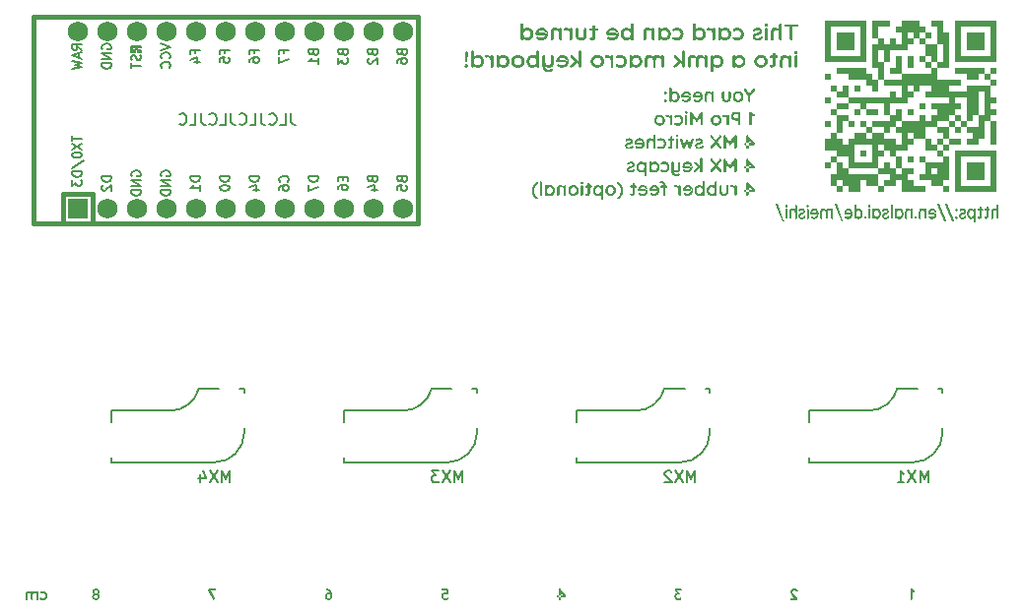
<source format=gbr>
%TF.GenerationSoftware,KiCad,Pcbnew,7.0.6*%
%TF.CreationDate,2023-08-10T21:51:54+02:00*%
%TF.ProjectId,pcb,7063622e-6b69-4636-9164-5f7063625858,rev?*%
%TF.SameCoordinates,Original*%
%TF.FileFunction,Legend,Bot*%
%TF.FilePolarity,Positive*%
%FSLAX46Y46*%
G04 Gerber Fmt 4.6, Leading zero omitted, Abs format (unit mm)*
G04 Created by KiCad (PCBNEW 7.0.6) date 2023-08-10 21:51:54*
%MOMM*%
%LPD*%
G01*
G04 APERTURE LIST*
%ADD10C,0.000000*%
%ADD11C,0.200000*%
%ADD12C,0.240000*%
%ADD13C,0.180000*%
%ADD14C,0.150000*%
%ADD15C,0.381000*%
%ADD16R,1.752600X1.752600*%
%ADD17C,1.752600*%
G04 APERTURE END LIST*
D10*
G36*
X90792001Y-30143239D02*
G01*
X90268761Y-30143239D01*
X90268761Y-29620000D01*
X90792001Y-29620000D01*
X90792001Y-30143239D01*
G37*
G36*
X97396001Y-26587240D02*
G01*
X96872760Y-26587240D01*
X96872760Y-26064000D01*
X97396001Y-26064000D01*
X97396001Y-26587240D01*
G37*
G36*
X98920000Y-30651239D02*
G01*
X98396760Y-30651239D01*
X98396760Y-30128000D01*
X98920000Y-30128000D01*
X98920000Y-30651239D01*
G37*
G36*
X103492000Y-27603239D02*
G01*
X102968760Y-27603239D01*
X102968760Y-27080000D01*
X103492000Y-27080000D01*
X103492000Y-27603239D01*
G37*
G36*
X101968000Y-29127240D02*
G01*
X101444760Y-29127240D01*
X101444760Y-28603999D01*
X101968000Y-28603999D01*
X101968000Y-29127240D01*
G37*
G36*
X96380000Y-35223239D02*
G01*
X95856760Y-35223239D01*
X95856760Y-34699999D01*
X96380000Y-34699999D01*
X96380000Y-35223239D01*
G37*
G36*
X99936000Y-25571240D02*
G01*
X99412760Y-25571240D01*
X99412760Y-25048000D01*
X99936000Y-25048000D01*
X99936000Y-25571240D01*
G37*
G36*
X102984000Y-24032000D02*
G01*
X101460000Y-24032000D01*
X101460000Y-22508000D01*
X102984000Y-22508000D01*
X102984000Y-24032000D01*
G37*
G36*
X99936000Y-32683239D02*
G01*
X99412760Y-32683239D01*
X99412760Y-32159999D01*
X99936000Y-32159999D01*
X99936000Y-32683239D01*
G37*
G36*
X94856001Y-30651239D02*
G01*
X94332760Y-30651239D01*
X94332760Y-30128000D01*
X94856001Y-30128000D01*
X94856001Y-30651239D01*
G37*
G36*
X97904000Y-35223239D02*
G01*
X97380760Y-35223239D01*
X97380760Y-34699999D01*
X97904000Y-34699999D01*
X97904000Y-35223239D01*
G37*
G36*
X90284000Y-35731238D02*
G01*
X89760762Y-35731238D01*
X89760762Y-35208000D01*
X90284000Y-35208000D01*
X90284000Y-35731238D01*
G37*
G36*
X102476000Y-32175238D02*
G01*
X101952760Y-32175238D01*
X101952760Y-31652000D01*
X102476000Y-31652000D01*
X102476000Y-32175238D01*
G37*
G36*
X94856001Y-35731238D02*
G01*
X94332760Y-35731238D01*
X94332760Y-35208000D01*
X94856001Y-35208000D01*
X94856001Y-35731238D01*
G37*
G36*
X96380000Y-28619240D02*
G01*
X95856760Y-28619240D01*
X95856760Y-28095999D01*
X96380000Y-28095999D01*
X96380000Y-28619240D01*
G37*
G36*
X102984000Y-30651239D02*
G01*
X102460760Y-30651239D01*
X102460760Y-30128000D01*
X102984000Y-30128000D01*
X102984000Y-30651239D01*
G37*
G36*
X96888001Y-35731238D02*
G01*
X96364760Y-35731238D01*
X96364760Y-35208000D01*
X96888001Y-35208000D01*
X96888001Y-35731238D01*
G37*
G36*
X104000000Y-25048000D02*
G01*
X100444000Y-25048000D01*
X100444000Y-24540000D01*
X100952000Y-24540000D01*
X103492000Y-24540000D01*
X103492000Y-22000000D01*
X100952000Y-22000000D01*
X100952000Y-24540000D01*
X100444000Y-24540000D01*
X100444000Y-21492000D01*
X104000000Y-21492000D01*
X104000000Y-22000000D01*
X104000000Y-25048000D01*
G37*
G36*
X90792001Y-30651239D02*
G01*
X90268761Y-30651239D01*
X90268761Y-30128000D01*
X90792001Y-30128000D01*
X90792001Y-30651239D01*
G37*
G36*
X93332001Y-29635240D02*
G01*
X92808761Y-29635240D01*
X92808761Y-29112000D01*
X93332001Y-29112000D01*
X93332001Y-29635240D01*
G37*
G36*
X93332001Y-35223239D02*
G01*
X92808761Y-35223239D01*
X92808761Y-34699999D01*
X93332001Y-34699999D01*
X93332001Y-35223239D01*
G37*
G36*
X103492000Y-28111240D02*
G01*
X102968760Y-28111240D01*
X102968760Y-27588000D01*
X103492000Y-27588000D01*
X103492000Y-28111240D01*
G37*
G36*
X101968000Y-28111240D02*
G01*
X101444760Y-28111240D01*
X101444760Y-27588000D01*
X101968000Y-27588000D01*
X101968000Y-28111240D01*
G37*
G36*
X91808001Y-32175238D02*
G01*
X91284761Y-32175238D01*
X91284761Y-31652000D01*
X91808001Y-31652000D01*
X91808001Y-32175238D01*
G37*
G36*
X90792001Y-32683239D02*
G01*
X90268761Y-32683239D01*
X90268761Y-32159999D01*
X90792001Y-32159999D01*
X90792001Y-32683239D01*
G37*
G36*
X95872000Y-35223239D02*
G01*
X95348761Y-35223239D01*
X95348761Y-34699999D01*
X95872000Y-34699999D01*
X95872000Y-35223239D01*
G37*
G36*
X94856001Y-28619240D02*
G01*
X94332760Y-28619240D01*
X94332760Y-28095999D01*
X94856001Y-28095999D01*
X94856001Y-28619240D01*
G37*
G36*
X100952000Y-29127240D02*
G01*
X100428760Y-29127240D01*
X100428760Y-28603999D01*
X100952000Y-28603999D01*
X100952000Y-29127240D01*
G37*
G36*
X96380000Y-22523240D02*
G01*
X95856760Y-22523240D01*
X95856760Y-22000000D01*
X96380000Y-22000000D01*
X96380000Y-22523240D01*
G37*
G36*
X90792001Y-34207239D02*
G01*
X90268761Y-34207239D01*
X90268761Y-33683999D01*
X90792001Y-33683999D01*
X90792001Y-34207239D01*
G37*
G36*
X104000000Y-30651239D02*
G01*
X103476760Y-30651239D01*
X103476760Y-30128000D01*
X104000000Y-30128000D01*
X104000000Y-30651239D01*
G37*
G36*
X94348001Y-36239239D02*
G01*
X93824761Y-36239239D01*
X93824761Y-35715999D01*
X94348001Y-35715999D01*
X94348001Y-36239239D01*
G37*
G36*
X95364000Y-32175238D02*
G01*
X94840761Y-32175238D01*
X94840761Y-31652000D01*
X95364000Y-31652000D01*
X95364000Y-32175238D01*
G37*
G36*
X97904000Y-31159240D02*
G01*
X97380760Y-31159240D01*
X97380760Y-30635999D01*
X97904000Y-30635999D01*
X97904000Y-31159240D01*
G37*
G36*
X94856001Y-29635240D02*
G01*
X94332760Y-29635240D01*
X94332760Y-29112000D01*
X94856001Y-29112000D01*
X94856001Y-29635240D01*
G37*
G36*
X96888001Y-30651239D02*
G01*
X96364760Y-30651239D01*
X96364760Y-30128000D01*
X96888001Y-30128000D01*
X96888001Y-30651239D01*
G37*
G36*
X96888001Y-31159240D02*
G01*
X96364760Y-31159240D01*
X96364760Y-30635999D01*
X96888001Y-30635999D01*
X96888001Y-31159240D01*
G37*
G36*
X92316001Y-36239239D02*
G01*
X91792761Y-36239239D01*
X91792761Y-35715999D01*
X92316001Y-35715999D01*
X92316001Y-36239239D01*
G37*
G36*
X91808001Y-35731238D02*
G01*
X91284761Y-35731238D01*
X91284761Y-35208000D01*
X91808001Y-35208000D01*
X91808001Y-35731238D01*
G37*
G36*
X96380000Y-23539240D02*
G01*
X95856760Y-23539240D01*
X95856760Y-23016000D01*
X96380000Y-23016000D01*
X96380000Y-23539240D01*
G37*
G36*
X93840000Y-30651239D02*
G01*
X93316762Y-30651239D01*
X93316762Y-30128000D01*
X93840000Y-30128000D01*
X93840000Y-30651239D01*
G37*
G36*
X98920000Y-26587240D02*
G01*
X98396760Y-26587240D01*
X98396760Y-26064000D01*
X98920000Y-26064000D01*
X98920000Y-26587240D01*
G37*
G36*
X96380000Y-30651239D02*
G01*
X95856760Y-30651239D01*
X95856760Y-30128000D01*
X96380000Y-30128000D01*
X96380000Y-30651239D01*
G37*
G36*
X93840000Y-25571240D02*
G01*
X93316762Y-25571240D01*
X93316762Y-25048000D01*
X93840000Y-25048000D01*
X93840000Y-25571240D01*
G37*
G36*
X93840000Y-29635240D02*
G01*
X93316762Y-29635240D01*
X93316762Y-29112000D01*
X93840000Y-29112000D01*
X93840000Y-29635240D01*
G37*
G36*
X98920000Y-29127240D02*
G01*
X98396760Y-29127240D01*
X98396760Y-28603999D01*
X98920000Y-28603999D01*
X98920000Y-29127240D01*
G37*
G36*
X91808001Y-33191239D02*
G01*
X91284761Y-33191239D01*
X91284761Y-32668000D01*
X91808001Y-32668000D01*
X91808001Y-33191239D01*
G37*
G36*
X100444000Y-28111240D02*
G01*
X99920760Y-28111240D01*
X99920760Y-27588000D01*
X100444000Y-27588000D01*
X100444000Y-28111240D01*
G37*
G36*
X98920000Y-25063240D02*
G01*
X98396760Y-25063240D01*
X98396760Y-24540000D01*
X98920000Y-24540000D01*
X98920000Y-25063240D01*
G37*
G36*
X93840000Y-27603239D02*
G01*
X93316762Y-27603239D01*
X93316762Y-27080000D01*
X93840000Y-27080000D01*
X93840000Y-27603239D01*
G37*
G36*
X97396001Y-36239239D02*
G01*
X96872760Y-36239239D01*
X96872760Y-35715999D01*
X97396001Y-35715999D01*
X97396001Y-36239239D01*
G37*
G36*
X90792001Y-36239239D02*
G01*
X90268761Y-36239239D01*
X90268761Y-35715999D01*
X90792001Y-35715999D01*
X90792001Y-36239239D01*
G37*
G36*
X98920000Y-35731238D02*
G01*
X98396760Y-35731238D01*
X98396760Y-35208000D01*
X98920000Y-35208000D01*
X98920000Y-35731238D01*
G37*
G36*
X99428000Y-31159240D02*
G01*
X98904760Y-31159240D01*
X98904760Y-30635999D01*
X99428000Y-30635999D01*
X99428000Y-31159240D01*
G37*
G36*
X104000000Y-28619240D02*
G01*
X103476760Y-28619240D01*
X103476760Y-28095999D01*
X104000000Y-28095999D01*
X104000000Y-28619240D01*
G37*
G36*
X95364000Y-35731238D02*
G01*
X94840761Y-35731238D01*
X94840761Y-35208000D01*
X95364000Y-35208000D01*
X95364000Y-35731238D01*
G37*
G36*
X95364000Y-34715238D02*
G01*
X94840761Y-34715238D01*
X94840761Y-34192000D01*
X95364000Y-34192000D01*
X95364000Y-34715238D01*
G37*
G36*
X97904000Y-29127240D02*
G01*
X97380760Y-29127240D01*
X97380760Y-28603999D01*
X97904000Y-28603999D01*
X97904000Y-29127240D01*
G37*
G36*
X90792001Y-29127240D02*
G01*
X90268761Y-29127240D01*
X90268761Y-28603999D01*
X90792001Y-28603999D01*
X90792001Y-29127240D01*
G37*
G36*
X99428000Y-23031240D02*
G01*
X98904760Y-23031240D01*
X98904760Y-22508000D01*
X99428000Y-22508000D01*
X99428000Y-23031240D01*
G37*
G36*
X90792001Y-32175238D02*
G01*
X90268761Y-32175238D01*
X90268761Y-31652000D01*
X90792001Y-31652000D01*
X90792001Y-32175238D01*
G37*
G36*
X96888001Y-28111240D02*
G01*
X96364760Y-28111240D01*
X96364760Y-27588000D01*
X96888001Y-27588000D01*
X96888001Y-28111240D01*
G37*
G36*
X91300000Y-29127240D02*
G01*
X90776762Y-29127240D01*
X90776762Y-28603999D01*
X91300000Y-28603999D01*
X91300000Y-29127240D01*
G37*
G36*
X99936000Y-29127240D02*
G01*
X99412760Y-29127240D01*
X99412760Y-28603999D01*
X99936000Y-28603999D01*
X99936000Y-29127240D01*
G37*
G36*
X98412000Y-32175238D02*
G01*
X97888761Y-32175238D01*
X97888761Y-31652000D01*
X98412000Y-31652000D01*
X98412000Y-32175238D01*
G37*
G36*
X98412000Y-34715238D02*
G01*
X97888761Y-34715238D01*
X97888761Y-34192000D01*
X98412000Y-34192000D01*
X98412000Y-34715238D01*
G37*
G36*
X94348001Y-32175238D02*
G01*
X93824761Y-32175238D01*
X93824761Y-31652000D01*
X94348001Y-31652000D01*
X94348001Y-32175238D01*
G37*
G36*
X92824000Y-32175238D02*
G01*
X92300761Y-32175238D01*
X92300761Y-31652000D01*
X92824000Y-31652000D01*
X92824000Y-32175238D01*
G37*
G36*
X89776001Y-34207239D02*
G01*
X89252761Y-34207239D01*
X89252761Y-33683999D01*
X89776001Y-33683999D01*
X89776001Y-34207239D01*
G37*
G36*
X97904000Y-23539240D02*
G01*
X97380760Y-23539240D01*
X97380760Y-23016000D01*
X97904000Y-23016000D01*
X97904000Y-23539240D01*
G37*
G36*
X96380000Y-34715238D02*
G01*
X95856760Y-34715238D01*
X95856760Y-34192000D01*
X96380000Y-34192000D01*
X96380000Y-34715238D01*
G37*
G36*
X90284000Y-29635240D02*
G01*
X89760762Y-29635240D01*
X89760762Y-29112000D01*
X90284000Y-29112000D01*
X90284000Y-29635240D01*
G37*
G36*
X94348001Y-30651239D02*
G01*
X93824761Y-30651239D01*
X93824761Y-30128000D01*
X94348001Y-30128000D01*
X94348001Y-30651239D01*
G37*
G36*
X92824000Y-29127240D02*
G01*
X92300761Y-29127240D01*
X92300761Y-28603999D01*
X92824000Y-28603999D01*
X92824000Y-29127240D01*
G37*
G36*
X99936000Y-23031240D02*
G01*
X99412760Y-23031240D01*
X99412760Y-22508000D01*
X99936000Y-22508000D01*
X99936000Y-23031240D01*
G37*
G36*
X90792001Y-35223239D02*
G01*
X90268761Y-35223239D01*
X90268761Y-34699999D01*
X90792001Y-34699999D01*
X90792001Y-35223239D01*
G37*
G36*
X94856001Y-32175238D02*
G01*
X94332760Y-32175238D01*
X94332760Y-31652000D01*
X94856001Y-31652000D01*
X94856001Y-32175238D01*
G37*
G36*
X96380000Y-22015240D02*
G01*
X95856760Y-22015240D01*
X95856760Y-21492000D01*
X96380000Y-21492000D01*
X96380000Y-22015240D01*
G37*
G36*
X95364000Y-30143239D02*
G01*
X94840761Y-30143239D01*
X94840761Y-29620000D01*
X95364000Y-29620000D01*
X95364000Y-30143239D01*
G37*
G36*
X98920000Y-34207239D02*
G01*
X98396760Y-34207239D01*
X98396760Y-33683999D01*
X98920000Y-33683999D01*
X98920000Y-34207239D01*
G37*
G36*
X92824000Y-30651239D02*
G01*
X92300761Y-30651239D01*
X92300761Y-30128000D01*
X92824000Y-30128000D01*
X92824000Y-30651239D01*
G37*
G36*
X92316001Y-26587240D02*
G01*
X91792761Y-26587240D01*
X91792761Y-26064000D01*
X92316001Y-26064000D01*
X92316001Y-26587240D01*
G37*
G36*
X95364000Y-24047240D02*
G01*
X94840761Y-24047240D01*
X94840761Y-23524000D01*
X95364000Y-23524000D01*
X95364000Y-24047240D01*
G37*
G36*
X99936000Y-24047240D02*
G01*
X99412760Y-24047240D01*
X99412760Y-23524000D01*
X99936000Y-23524000D01*
X99936000Y-24047240D01*
G37*
G36*
X91300000Y-32683239D02*
G01*
X90776762Y-32683239D01*
X90776762Y-32159999D01*
X91300000Y-32159999D01*
X91300000Y-32683239D01*
G37*
G36*
X93840000Y-22015240D02*
G01*
X93316762Y-22015240D01*
X93316762Y-21492000D01*
X93840000Y-21492000D01*
X93840000Y-22015240D01*
G37*
G36*
X97904000Y-22523240D02*
G01*
X97380760Y-22523240D01*
X97380760Y-22000000D01*
X97904000Y-22000000D01*
X97904000Y-22523240D01*
G37*
G36*
X94348001Y-24047240D02*
G01*
X93824761Y-24047240D01*
X93824761Y-23524000D01*
X94348001Y-23524000D01*
X94348001Y-24047240D01*
G37*
G36*
X102476000Y-31159240D02*
G01*
X101952760Y-31159240D01*
X101952760Y-30635999D01*
X102476000Y-30635999D01*
X102476000Y-31159240D01*
G37*
G36*
X99936000Y-30143239D02*
G01*
X99412760Y-30143239D01*
X99412760Y-29620000D01*
X99936000Y-29620000D01*
X99936000Y-30143239D01*
G37*
G36*
X94856001Y-34715238D02*
G01*
X94332760Y-34715238D01*
X94332760Y-34192000D01*
X94856001Y-34192000D01*
X94856001Y-34715238D01*
G37*
G36*
X96380000Y-35731238D02*
G01*
X95856760Y-35731238D01*
X95856760Y-35208000D01*
X96380000Y-35208000D01*
X96380000Y-35731238D01*
G37*
G36*
X96888001Y-22015240D02*
G01*
X96364760Y-22015240D01*
X96364760Y-21492000D01*
X96888001Y-21492000D01*
X96888001Y-22015240D01*
G37*
G36*
X92824000Y-33191239D02*
G01*
X92300761Y-33191239D01*
X92300761Y-32668000D01*
X92824000Y-32668000D01*
X92824000Y-33191239D01*
G37*
G36*
X96380000Y-32683239D02*
G01*
X95856760Y-32683239D01*
X95856760Y-32159999D01*
X96380000Y-32159999D01*
X96380000Y-32683239D01*
G37*
G36*
X94348001Y-26587240D02*
G01*
X93824761Y-26587240D01*
X93824761Y-26064000D01*
X94348001Y-26064000D01*
X94348001Y-26587240D01*
G37*
G36*
X91808001Y-30651239D02*
G01*
X91284761Y-30651239D01*
X91284761Y-30128000D01*
X91808001Y-30128000D01*
X91808001Y-30651239D01*
G37*
G36*
X98920000Y-30143239D02*
G01*
X98396760Y-30143239D01*
X98396760Y-29620000D01*
X98920000Y-29620000D01*
X98920000Y-30143239D01*
G37*
G36*
X92824000Y-28619240D02*
G01*
X92300761Y-28619240D01*
X92300761Y-28095999D01*
X92824000Y-28095999D01*
X92824000Y-28619240D01*
G37*
G36*
X99428000Y-34715238D02*
G01*
X98904760Y-34715238D01*
X98904760Y-34192000D01*
X99428000Y-34192000D01*
X99428000Y-34715238D01*
G37*
G36*
X96380000Y-24047240D02*
G01*
X95856760Y-24047240D01*
X95856760Y-23524000D01*
X96380000Y-23524000D01*
X96380000Y-24047240D01*
G37*
G36*
X94856001Y-24047240D02*
G01*
X94332760Y-24047240D01*
X94332760Y-23524000D01*
X94856001Y-23524000D01*
X94856001Y-24047240D01*
G37*
G36*
X96888001Y-36239239D02*
G01*
X96364760Y-36239239D01*
X96364760Y-35715999D01*
X96888001Y-35715999D01*
X96888001Y-36239239D01*
G37*
G36*
X97904000Y-27095240D02*
G01*
X97380760Y-27095240D01*
X97380760Y-26572000D01*
X97904000Y-26572000D01*
X97904000Y-27095240D01*
G37*
G36*
X92824000Y-26587240D02*
G01*
X92300761Y-26587240D01*
X92300761Y-26064000D01*
X92824000Y-26064000D01*
X92824000Y-26587240D01*
G37*
G36*
X92824000Y-26079240D02*
G01*
X92300761Y-26079240D01*
X92300761Y-25556000D01*
X92824000Y-25556000D01*
X92824000Y-26079240D01*
G37*
G36*
X94856001Y-29127240D02*
G01*
X94332760Y-29127240D01*
X94332760Y-28603999D01*
X94856001Y-28603999D01*
X94856001Y-29127240D01*
G37*
G36*
X90792001Y-33191239D02*
G01*
X90268761Y-33191239D01*
X90268761Y-32668000D01*
X90792001Y-32668000D01*
X90792001Y-33191239D01*
G37*
G36*
X96380000Y-36239239D02*
G01*
X95856760Y-36239239D01*
X95856760Y-35715999D01*
X96380000Y-35715999D01*
X96380000Y-36239239D01*
G37*
G36*
X102984000Y-31667239D02*
G01*
X102460760Y-31667239D01*
X102460760Y-31143999D01*
X102984000Y-31143999D01*
X102984000Y-31667239D01*
G37*
G36*
X92316001Y-35223239D02*
G01*
X91792761Y-35223239D01*
X91792761Y-34699999D01*
X92316001Y-34699999D01*
X92316001Y-35223239D01*
G37*
G36*
X104000000Y-26079240D02*
G01*
X103476760Y-26079240D01*
X103476760Y-25556000D01*
X104000000Y-25556000D01*
X104000000Y-26079240D01*
G37*
G36*
X97396001Y-27603239D02*
G01*
X96872760Y-27603239D01*
X96872760Y-27080000D01*
X97396001Y-27080000D01*
X97396001Y-27603239D01*
G37*
G36*
X100444000Y-29635240D02*
G01*
X99920760Y-29635240D01*
X99920760Y-29112000D01*
X100444000Y-29112000D01*
X100444000Y-29635240D01*
G37*
G36*
X101968000Y-30143239D02*
G01*
X101444760Y-30143239D01*
X101444760Y-29620000D01*
X101968000Y-29620000D01*
X101968000Y-30143239D01*
G37*
G36*
X92316001Y-32175238D02*
G01*
X91792761Y-32175238D01*
X91792761Y-31652000D01*
X92316001Y-31652000D01*
X92316001Y-32175238D01*
G37*
G36*
X94856001Y-31159240D02*
G01*
X94332760Y-31159240D01*
X94332760Y-30635999D01*
X94856001Y-30635999D01*
X94856001Y-31159240D01*
G37*
G36*
X98920000Y-27603239D02*
G01*
X98396760Y-27603239D01*
X98396760Y-27080000D01*
X98920000Y-27080000D01*
X98920000Y-27603239D01*
G37*
G36*
X95364000Y-28111240D02*
G01*
X94840761Y-28111240D01*
X94840761Y-27588000D01*
X95364000Y-27588000D01*
X95364000Y-28111240D01*
G37*
G36*
X100444000Y-30651239D02*
G01*
X99920760Y-30651239D01*
X99920760Y-30128000D01*
X100444000Y-30128000D01*
X100444000Y-30651239D01*
G37*
G36*
X91300000Y-35731238D02*
G01*
X90776762Y-35731238D01*
X90776762Y-35208000D01*
X91300000Y-35208000D01*
X91300000Y-35731238D01*
G37*
G36*
X92316001Y-31667239D02*
G01*
X91792761Y-31667239D01*
X91792761Y-31143999D01*
X92316001Y-31143999D01*
X92316001Y-31667239D01*
G37*
G36*
X100444000Y-28619240D02*
G01*
X99920760Y-28619240D01*
X99920760Y-28095999D01*
X100444000Y-28095999D01*
X100444000Y-28619240D01*
G37*
G36*
X90284000Y-32683239D02*
G01*
X89760762Y-32683239D01*
X89760762Y-32159999D01*
X90284000Y-32159999D01*
X90284000Y-32683239D01*
G37*
G36*
X100952000Y-26079240D02*
G01*
X100428760Y-26079240D01*
X100428760Y-25556000D01*
X100952000Y-25556000D01*
X100952000Y-26079240D01*
G37*
G36*
X104000000Y-31159240D02*
G01*
X103476760Y-31159240D01*
X103476760Y-30635999D01*
X104000000Y-30635999D01*
X104000000Y-31159240D01*
G37*
G36*
X89776001Y-32683239D02*
G01*
X89252761Y-32683239D01*
X89252761Y-32159999D01*
X89776001Y-32159999D01*
X89776001Y-32683239D01*
G37*
G36*
X96888001Y-25063240D02*
G01*
X96364760Y-25063240D01*
X96364760Y-24540000D01*
X96888001Y-24540000D01*
X96888001Y-25063240D01*
G37*
G36*
X94856001Y-34207239D02*
G01*
X94332760Y-34207239D01*
X94332760Y-33683999D01*
X94856001Y-33683999D01*
X94856001Y-34207239D01*
G37*
G36*
X95872000Y-27095240D02*
G01*
X95348761Y-27095240D01*
X95348761Y-26572000D01*
X95872000Y-26572000D01*
X95872000Y-27095240D01*
G37*
G36*
X89776001Y-28619240D02*
G01*
X89252761Y-28619240D01*
X89252761Y-28095999D01*
X89776001Y-28095999D01*
X89776001Y-28619240D01*
G37*
G36*
X99936000Y-35223239D02*
G01*
X99412760Y-35223239D01*
X99412760Y-34699999D01*
X99936000Y-34699999D01*
X99936000Y-35223239D01*
G37*
G36*
X95872000Y-22523240D02*
G01*
X95348761Y-22523240D01*
X95348761Y-22000000D01*
X95872000Y-22000000D01*
X95872000Y-22523240D01*
G37*
G36*
X95872000Y-30143239D02*
G01*
X95348761Y-30143239D01*
X95348761Y-29620000D01*
X95872000Y-29620000D01*
X95872000Y-30143239D01*
G37*
G36*
X99428000Y-33191239D02*
G01*
X98904760Y-33191239D01*
X98904760Y-32668000D01*
X99428000Y-32668000D01*
X99428000Y-33191239D01*
G37*
G36*
X95364000Y-32683239D02*
G01*
X94840761Y-32683239D01*
X94840761Y-32159999D01*
X95364000Y-32159999D01*
X95364000Y-32683239D01*
G37*
G36*
X97396001Y-31159240D02*
G01*
X96872760Y-31159240D01*
X96872760Y-30635999D01*
X97396001Y-30635999D01*
X97396001Y-31159240D01*
G37*
G36*
X95872000Y-24047240D02*
G01*
X95348761Y-24047240D01*
X95348761Y-23524000D01*
X95872000Y-23524000D01*
X95872000Y-24047240D01*
G37*
G36*
X93332001Y-32175238D02*
G01*
X92808761Y-32175238D01*
X92808761Y-31652000D01*
X93332001Y-31652000D01*
X93332001Y-32175238D01*
G37*
G36*
X102984000Y-30143239D02*
G01*
X102460760Y-30143239D01*
X102460760Y-29620000D01*
X102984000Y-29620000D01*
X102984000Y-30143239D01*
G37*
G36*
X93840000Y-35731238D02*
G01*
X93316762Y-35731238D01*
X93316762Y-35208000D01*
X93840000Y-35208000D01*
X93840000Y-35731238D01*
G37*
G36*
X100444000Y-32175238D02*
G01*
X99920760Y-32175238D01*
X99920760Y-31652000D01*
X100444000Y-31652000D01*
X100444000Y-32175238D01*
G37*
G36*
X91808001Y-28619240D02*
G01*
X91284761Y-28619240D01*
X91284761Y-28095999D01*
X91808001Y-28095999D01*
X91808001Y-28619240D01*
G37*
G36*
X96888001Y-25571240D02*
G01*
X96364760Y-25571240D01*
X96364760Y-25048000D01*
X96888001Y-25048000D01*
X96888001Y-25571240D01*
G37*
G36*
X91808001Y-26587240D02*
G01*
X91284761Y-26587240D01*
X91284761Y-26064000D01*
X91808001Y-26064000D01*
X91808001Y-26587240D01*
G37*
G36*
X96380000Y-32175238D02*
G01*
X95856760Y-32175238D01*
X95856760Y-31652000D01*
X96380000Y-31652000D01*
X96380000Y-32175238D01*
G37*
G36*
X92316001Y-28619240D02*
G01*
X91792761Y-28619240D01*
X91792761Y-28095999D01*
X92316001Y-28095999D01*
X92316001Y-28619240D01*
G37*
G36*
X93840000Y-33699239D02*
G01*
X93316762Y-33699239D01*
X93316762Y-33175999D01*
X93840000Y-33175999D01*
X93840000Y-33699239D01*
G37*
G36*
X96888001Y-27095240D02*
G01*
X96364760Y-27095240D01*
X96364760Y-26572000D01*
X96888001Y-26572000D01*
X96888001Y-27095240D01*
G37*
G36*
X100952000Y-27095240D02*
G01*
X100428760Y-27095240D01*
X100428760Y-26572000D01*
X100952000Y-26572000D01*
X100952000Y-27095240D01*
G37*
G36*
X96380000Y-28111240D02*
G01*
X95856760Y-28111240D01*
X95856760Y-27588000D01*
X96380000Y-27588000D01*
X96380000Y-28111240D01*
G37*
G36*
X91808001Y-33699239D02*
G01*
X91284761Y-33699239D01*
X91284761Y-33175999D01*
X91808001Y-33175999D01*
X91808001Y-33699239D01*
G37*
G36*
X95872000Y-28619240D02*
G01*
X95348761Y-28619240D01*
X95348761Y-28095999D01*
X95872000Y-28095999D01*
X95872000Y-28619240D01*
G37*
G36*
X94348001Y-34715238D02*
G01*
X93824761Y-34715238D01*
X93824761Y-34192000D01*
X94348001Y-34192000D01*
X94348001Y-34715238D01*
G37*
G36*
X91300000Y-34715238D02*
G01*
X90776762Y-34715238D01*
X90776762Y-34192000D01*
X91300000Y-34192000D01*
X91300000Y-34715238D01*
G37*
G36*
X95364000Y-35223239D02*
G01*
X94840761Y-35223239D01*
X94840761Y-34699999D01*
X95364000Y-34699999D01*
X95364000Y-35223239D01*
G37*
G36*
X96888001Y-33699239D02*
G01*
X96364760Y-33699239D01*
X96364760Y-33175999D01*
X96888001Y-33175999D01*
X96888001Y-33699239D01*
G37*
G36*
X92824000Y-25048000D02*
G01*
X89268001Y-25048000D01*
X89268001Y-24540000D01*
X89776001Y-24540000D01*
X92316001Y-24540000D01*
X92316001Y-22000000D01*
X89776001Y-22000000D01*
X89776001Y-24540000D01*
X89268001Y-24540000D01*
X89268001Y-21492000D01*
X92824000Y-21492000D01*
X92824000Y-22000000D01*
X92824000Y-25048000D01*
G37*
G36*
X101968000Y-32175238D02*
G01*
X101444760Y-32175238D01*
X101444760Y-31652000D01*
X101968000Y-31652000D01*
X101968000Y-32175238D01*
G37*
G36*
X102984000Y-26079240D02*
G01*
X102460760Y-26079240D01*
X102460760Y-25556000D01*
X102984000Y-25556000D01*
X102984000Y-26079240D01*
G37*
G36*
X104000000Y-31667239D02*
G01*
X103476760Y-31667239D01*
X103476760Y-31143999D01*
X104000000Y-31143999D01*
X104000000Y-31667239D01*
G37*
G36*
X97904000Y-26587240D02*
G01*
X97380760Y-26587240D01*
X97380760Y-26064000D01*
X97904000Y-26064000D01*
X97904000Y-26587240D01*
G37*
G36*
X91300000Y-26079240D02*
G01*
X90776762Y-26079240D01*
X90776762Y-25556000D01*
X91300000Y-25556000D01*
X91300000Y-26079240D01*
G37*
G36*
X95364000Y-26079240D02*
G01*
X94840761Y-26079240D01*
X94840761Y-25556000D01*
X95364000Y-25556000D01*
X95364000Y-26079240D01*
G37*
G36*
X94856001Y-27095240D02*
G01*
X94332760Y-27095240D01*
X94332760Y-26572000D01*
X94856001Y-26572000D01*
X94856001Y-27095240D01*
G37*
G36*
X96888001Y-32175238D02*
G01*
X96364760Y-32175238D01*
X96364760Y-31652000D01*
X96888001Y-31652000D01*
X96888001Y-32175238D01*
G37*
G36*
X95872000Y-34207239D02*
G01*
X95348761Y-34207239D01*
X95348761Y-33683999D01*
X95872000Y-33683999D01*
X95872000Y-34207239D01*
G37*
G36*
X99936000Y-28111240D02*
G01*
X99412760Y-28111240D01*
X99412760Y-27588000D01*
X99936000Y-27588000D01*
X99936000Y-28111240D01*
G37*
G36*
X96888001Y-22523240D02*
G01*
X96364760Y-22523240D01*
X96364760Y-22000000D01*
X96888001Y-22000000D01*
X96888001Y-22523240D01*
G37*
G36*
X94348001Y-26079240D02*
G01*
X93824761Y-26079240D01*
X93824761Y-25556000D01*
X94348001Y-25556000D01*
X94348001Y-26079240D01*
G37*
G36*
X100952000Y-28111240D02*
G01*
X100428760Y-28111240D01*
X100428760Y-27588000D01*
X100952000Y-27588000D01*
X100952000Y-28111240D01*
G37*
G36*
X98412000Y-23031240D02*
G01*
X97888761Y-23031240D01*
X97888761Y-22508000D01*
X98412000Y-22508000D01*
X98412000Y-23031240D01*
G37*
G36*
X97904000Y-36239239D02*
G01*
X97380760Y-36239239D01*
X97380760Y-35715999D01*
X97904000Y-35715999D01*
X97904000Y-36239239D01*
G37*
G36*
X99428000Y-22523240D02*
G01*
X98904760Y-22523240D01*
X98904760Y-22000000D01*
X99428000Y-22000000D01*
X99428000Y-22523240D01*
G37*
G36*
X92824000Y-31667239D02*
G01*
X92300761Y-31667239D01*
X92300761Y-31143999D01*
X92824000Y-31143999D01*
X92824000Y-31667239D01*
G37*
G36*
X95364000Y-23539240D02*
G01*
X94840761Y-23539240D01*
X94840761Y-23016000D01*
X95364000Y-23016000D01*
X95364000Y-23539240D01*
G37*
G36*
X99428000Y-29127240D02*
G01*
X98904760Y-29127240D01*
X98904760Y-28603999D01*
X99428000Y-28603999D01*
X99428000Y-29127240D01*
G37*
G36*
X98412000Y-35223239D02*
G01*
X97888761Y-35223239D01*
X97888761Y-34699999D01*
X98412000Y-34699999D01*
X98412000Y-35223239D01*
G37*
G36*
X92316001Y-35731238D02*
G01*
X91792761Y-35731238D01*
X91792761Y-35208000D01*
X92316001Y-35208000D01*
X92316001Y-35731238D01*
G37*
G36*
X99428000Y-27603239D02*
G01*
X98904760Y-27603239D01*
X98904760Y-27080000D01*
X99428000Y-27080000D01*
X99428000Y-27603239D01*
G37*
G36*
X100444000Y-27095240D02*
G01*
X99920760Y-27095240D01*
X99920760Y-26572000D01*
X100444000Y-26572000D01*
X100444000Y-27095240D01*
G37*
G36*
X99936000Y-27603239D02*
G01*
X99412760Y-27603239D01*
X99412760Y-27080000D01*
X99936000Y-27080000D01*
X99936000Y-27603239D01*
G37*
G36*
X100952000Y-32175238D02*
G01*
X100428760Y-32175238D01*
X100428760Y-31652000D01*
X100952000Y-31652000D01*
X100952000Y-32175238D01*
G37*
G36*
X99428000Y-29635240D02*
G01*
X98904760Y-29635240D01*
X98904760Y-29112000D01*
X99428000Y-29112000D01*
X99428000Y-29635240D01*
G37*
G36*
X99428000Y-34207239D02*
G01*
X98904760Y-34207239D01*
X98904760Y-33683999D01*
X99428000Y-33683999D01*
X99428000Y-34207239D01*
G37*
G36*
X92316001Y-29635240D02*
G01*
X91792761Y-29635240D01*
X91792761Y-29112000D01*
X92316001Y-29112000D01*
X92316001Y-29635240D01*
G37*
G36*
X95364000Y-27095240D02*
G01*
X94840761Y-27095240D01*
X94840761Y-26572000D01*
X95364000Y-26572000D01*
X95364000Y-27095240D01*
G37*
G36*
X96380000Y-31159240D02*
G01*
X95856760Y-31159240D01*
X95856760Y-30635999D01*
X96380000Y-30635999D01*
X96380000Y-31159240D01*
G37*
G36*
X98412000Y-30651239D02*
G01*
X97888761Y-30651239D01*
X97888761Y-30128000D01*
X98412000Y-30128000D01*
X98412000Y-30651239D01*
G37*
G36*
X101968000Y-29635240D02*
G01*
X101444760Y-29635240D01*
X101444760Y-29112000D01*
X101968000Y-29112000D01*
X101968000Y-29635240D01*
G37*
G36*
X99936000Y-25063240D02*
G01*
X99412760Y-25063240D01*
X99412760Y-24540000D01*
X99936000Y-24540000D01*
X99936000Y-25063240D01*
G37*
G36*
X93840000Y-32175238D02*
G01*
X93316762Y-32175238D01*
X93316762Y-31652000D01*
X93840000Y-31652000D01*
X93840000Y-32175238D01*
G37*
G36*
X90284000Y-35223239D02*
G01*
X89760762Y-35223239D01*
X89760762Y-34699999D01*
X90284000Y-34699999D01*
X90284000Y-35223239D01*
G37*
G36*
X102476000Y-31667239D02*
G01*
X101952760Y-31667239D01*
X101952760Y-31143999D01*
X102476000Y-31143999D01*
X102476000Y-31667239D01*
G37*
G36*
X91300000Y-30143239D02*
G01*
X90776762Y-30143239D01*
X90776762Y-29620000D01*
X91300000Y-29620000D01*
X91300000Y-30143239D01*
G37*
G36*
X96888001Y-29635240D02*
G01*
X96364760Y-29635240D01*
X96364760Y-29112000D01*
X96888001Y-29112000D01*
X96888001Y-29635240D01*
G37*
G36*
X101460000Y-28111240D02*
G01*
X100936760Y-28111240D01*
X100936760Y-27588000D01*
X101460000Y-27588000D01*
X101460000Y-28111240D01*
G37*
G36*
X92316001Y-34207239D02*
G01*
X91792761Y-34207239D01*
X91792761Y-33683999D01*
X92316001Y-33683999D01*
X92316001Y-34207239D01*
G37*
G36*
X93840000Y-34207239D02*
G01*
X93316762Y-34207239D01*
X93316762Y-33683999D01*
X93840000Y-33683999D01*
X93840000Y-34207239D01*
G37*
G36*
X101968000Y-26079240D02*
G01*
X101444760Y-26079240D01*
X101444760Y-25556000D01*
X101968000Y-25556000D01*
X101968000Y-26079240D01*
G37*
G36*
X94856001Y-22015240D02*
G01*
X94332760Y-22015240D01*
X94332760Y-21492000D01*
X94856001Y-21492000D01*
X94856001Y-22015240D01*
G37*
G36*
X95872000Y-32683239D02*
G01*
X95348761Y-32683239D01*
X95348761Y-32159999D01*
X95872000Y-32159999D01*
X95872000Y-32683239D01*
G37*
G36*
X101968000Y-28619240D02*
G01*
X101444760Y-28619240D01*
X101444760Y-28095999D01*
X101968000Y-28095999D01*
X101968000Y-28619240D01*
G37*
G36*
X96380000Y-27603239D02*
G01*
X95856760Y-27603239D01*
X95856760Y-27080000D01*
X96380000Y-27080000D01*
X96380000Y-27603239D01*
G37*
G36*
X99936000Y-34715238D02*
G01*
X99412760Y-34715238D01*
X99412760Y-34192000D01*
X99936000Y-34192000D01*
X99936000Y-34715238D01*
G37*
G36*
X93840000Y-23031240D02*
G01*
X93316762Y-23031240D01*
X93316762Y-22508000D01*
X93840000Y-22508000D01*
X93840000Y-23031240D01*
G37*
G36*
X94856001Y-32683239D02*
G01*
X94332760Y-32683239D01*
X94332760Y-32159999D01*
X94856001Y-32159999D01*
X94856001Y-32683239D01*
G37*
G36*
X102476000Y-28619240D02*
G01*
X101952760Y-28619240D01*
X101952760Y-28095999D01*
X102476000Y-28095999D01*
X102476000Y-28619240D01*
G37*
G36*
X95872000Y-25571240D02*
G01*
X95348761Y-25571240D01*
X95348761Y-25048000D01*
X95872000Y-25048000D01*
X95872000Y-25571240D01*
G37*
G36*
X91300000Y-33191239D02*
G01*
X90776762Y-33191239D01*
X90776762Y-32668000D01*
X91300000Y-32668000D01*
X91300000Y-33191239D01*
G37*
G36*
X98412000Y-28111240D02*
G01*
X97888761Y-28111240D01*
X97888761Y-27588000D01*
X98412000Y-27588000D01*
X98412000Y-28111240D01*
G37*
G36*
X91808001Y-36239239D02*
G01*
X91284761Y-36239239D01*
X91284761Y-35715999D01*
X91808001Y-35715999D01*
X91808001Y-36239239D01*
G37*
G36*
X93332001Y-34207239D02*
G01*
X92808761Y-34207239D01*
X92808761Y-33683999D01*
X93332001Y-33683999D01*
X93332001Y-34207239D01*
G37*
G36*
X93840000Y-32683239D02*
G01*
X93316762Y-32683239D01*
X93316762Y-32159999D01*
X93840000Y-32159999D01*
X93840000Y-32683239D01*
G37*
G36*
X99936000Y-33699239D02*
G01*
X99412760Y-33699239D01*
X99412760Y-33175999D01*
X99936000Y-33175999D01*
X99936000Y-33699239D01*
G37*
G36*
X99936000Y-31667239D02*
G01*
X99412760Y-31667239D01*
X99412760Y-31143999D01*
X99936000Y-31143999D01*
X99936000Y-31667239D01*
G37*
G36*
X96888001Y-34715238D02*
G01*
X96364760Y-34715238D01*
X96364760Y-34192000D01*
X96888001Y-34192000D01*
X96888001Y-34715238D01*
G37*
G36*
X90284000Y-33699239D02*
G01*
X89760762Y-33699239D01*
X89760762Y-33175999D01*
X90284000Y-33175999D01*
X90284000Y-33699239D01*
G37*
G36*
X104000000Y-36223999D02*
G01*
X100444000Y-36223999D01*
X100444000Y-35715999D01*
X100952000Y-35715999D01*
X103492000Y-35715999D01*
X103492000Y-33175999D01*
X100952000Y-33175999D01*
X100952000Y-35715999D01*
X100444000Y-35715999D01*
X100444000Y-32668000D01*
X104000000Y-32668000D01*
X104000000Y-33175999D01*
X104000000Y-36223999D01*
G37*
G36*
X98412000Y-24047240D02*
G01*
X97888761Y-24047240D01*
X97888761Y-23524000D01*
X98412000Y-23524000D01*
X98412000Y-24047240D01*
G37*
G36*
X95364000Y-28619240D02*
G01*
X94840761Y-28619240D01*
X94840761Y-28095999D01*
X95364000Y-28095999D01*
X95364000Y-28619240D01*
G37*
G36*
X99428000Y-35731238D02*
G01*
X98904760Y-35731238D01*
X98904760Y-35208000D01*
X99428000Y-35208000D01*
X99428000Y-35731238D01*
G37*
G36*
X95872000Y-31159240D02*
G01*
X95348761Y-31159240D01*
X95348761Y-30635999D01*
X95872000Y-30635999D01*
X95872000Y-31159240D01*
G37*
G36*
X97904000Y-25063240D02*
G01*
X97380760Y-25063240D01*
X97380760Y-24540000D01*
X97904000Y-24540000D01*
X97904000Y-25063240D01*
G37*
G36*
X103492000Y-28619240D02*
G01*
X102968760Y-28619240D01*
X102968760Y-28095999D01*
X103492000Y-28095999D01*
X103492000Y-28619240D01*
G37*
G36*
X94348001Y-25571240D02*
G01*
X93824761Y-25571240D01*
X93824761Y-25048000D01*
X94348001Y-25048000D01*
X94348001Y-25571240D01*
G37*
G36*
X89776001Y-32175238D02*
G01*
X89252761Y-32175238D01*
X89252761Y-31652000D01*
X89776001Y-31652000D01*
X89776001Y-32175238D01*
G37*
G36*
X93840000Y-31667239D02*
G01*
X93316762Y-31667239D01*
X93316762Y-31143999D01*
X93840000Y-31143999D01*
X93840000Y-31667239D01*
G37*
G36*
X91808001Y-34207239D02*
G01*
X91284761Y-34207239D01*
X91284761Y-33683999D01*
X91808001Y-33683999D01*
X91808001Y-34207239D01*
G37*
G36*
X101968000Y-26587240D02*
G01*
X101444760Y-26587240D01*
X101444760Y-26064000D01*
X101968000Y-26064000D01*
X101968000Y-26587240D01*
G37*
G36*
X93840000Y-35223239D02*
G01*
X93316762Y-35223239D01*
X93316762Y-34699999D01*
X93840000Y-34699999D01*
X93840000Y-35223239D01*
G37*
G36*
X98920000Y-24047240D02*
G01*
X98396760Y-24047240D01*
X98396760Y-23524000D01*
X98920000Y-23524000D01*
X98920000Y-24047240D01*
G37*
G36*
X99428000Y-25571240D02*
G01*
X98904760Y-25571240D01*
X98904760Y-25048000D01*
X99428000Y-25048000D01*
X99428000Y-25571240D01*
G37*
G36*
X99428000Y-23539240D02*
G01*
X98904760Y-23539240D01*
X98904760Y-23016000D01*
X99428000Y-23016000D01*
X99428000Y-23539240D01*
G37*
G36*
X93332001Y-28619240D02*
G01*
X92808761Y-28619240D01*
X92808761Y-28095999D01*
X93332001Y-28095999D01*
X93332001Y-28619240D01*
G37*
G36*
X98412000Y-32683239D02*
G01*
X97888761Y-32683239D01*
X97888761Y-32159999D01*
X98412000Y-32159999D01*
X98412000Y-32683239D01*
G37*
G36*
X102984000Y-27603239D02*
G01*
X102460760Y-27603239D01*
X102460760Y-27080000D01*
X102984000Y-27080000D01*
X102984000Y-27603239D01*
G37*
G36*
X104000000Y-32175238D02*
G01*
X103476760Y-32175238D01*
X103476760Y-31652000D01*
X104000000Y-31652000D01*
X104000000Y-32175238D01*
G37*
G36*
X94348001Y-22015240D02*
G01*
X93824761Y-22015240D01*
X93824761Y-21492000D01*
X94348001Y-21492000D01*
X94348001Y-22015240D01*
G37*
G36*
X102476000Y-27603239D02*
G01*
X101952760Y-27603239D01*
X101952760Y-27080000D01*
X102476000Y-27080000D01*
X102476000Y-27603239D01*
G37*
G36*
X102476000Y-29127240D02*
G01*
X101952760Y-29127240D01*
X101952760Y-28603999D01*
X102476000Y-28603999D01*
X102476000Y-29127240D01*
G37*
G36*
X99936000Y-23539240D02*
G01*
X99412760Y-23539240D01*
X99412760Y-23016000D01*
X99936000Y-23016000D01*
X99936000Y-23539240D01*
G37*
G36*
X97396001Y-27095240D02*
G01*
X96872760Y-27095240D01*
X96872760Y-26572000D01*
X97396001Y-26572000D01*
X97396001Y-27095240D01*
G37*
G36*
X98412000Y-24555240D02*
G01*
X97888761Y-24555240D01*
X97888761Y-24032000D01*
X98412000Y-24032000D01*
X98412000Y-24555240D01*
G37*
G36*
X96380000Y-26587240D02*
G01*
X95856760Y-26587240D01*
X95856760Y-26064000D01*
X96380000Y-26064000D01*
X96380000Y-26587240D01*
G37*
G36*
X97396001Y-22523240D02*
G01*
X96872760Y-22523240D01*
X96872760Y-22000000D01*
X97396001Y-22000000D01*
X97396001Y-22523240D01*
G37*
G36*
X95364000Y-33191239D02*
G01*
X94840761Y-33191239D01*
X94840761Y-32668000D01*
X95364000Y-32668000D01*
X95364000Y-33191239D01*
G37*
G36*
X91808001Y-35223239D02*
G01*
X91284761Y-35223239D01*
X91284761Y-34699999D01*
X91808001Y-34699999D01*
X91808001Y-35223239D01*
G37*
G36*
X99428000Y-30143239D02*
G01*
X98904760Y-30143239D01*
X98904760Y-29620000D01*
X99428000Y-29620000D01*
X99428000Y-30143239D01*
G37*
G36*
X97396001Y-30651239D02*
G01*
X96872760Y-30651239D01*
X96872760Y-30128000D01*
X97396001Y-30128000D01*
X97396001Y-30651239D01*
G37*
G36*
X90284000Y-27603239D02*
G01*
X89760762Y-27603239D01*
X89760762Y-27080000D01*
X90284000Y-27080000D01*
X90284000Y-27603239D01*
G37*
G36*
X90284000Y-31667239D02*
G01*
X89760762Y-31667239D01*
X89760762Y-31143999D01*
X90284000Y-31143999D01*
X90284000Y-31667239D01*
G37*
G36*
X96380000Y-27095240D02*
G01*
X95856760Y-27095240D01*
X95856760Y-26572000D01*
X96380000Y-26572000D01*
X96380000Y-27095240D01*
G37*
G36*
X102476000Y-26587240D02*
G01*
X101952760Y-26587240D01*
X101952760Y-26064000D01*
X102476000Y-26064000D01*
X102476000Y-26587240D01*
G37*
G36*
X93332001Y-26587240D02*
G01*
X92808761Y-26587240D01*
X92808761Y-26064000D01*
X93332001Y-26064000D01*
X93332001Y-26587240D01*
G37*
G36*
X91808001Y-24032000D02*
G01*
X90284000Y-24032000D01*
X90284000Y-22508000D01*
X91808001Y-22508000D01*
X91808001Y-24032000D01*
G37*
G36*
X93840000Y-24555240D02*
G01*
X93316762Y-24555240D01*
X93316762Y-24032000D01*
X93840000Y-24032000D01*
X93840000Y-24555240D01*
G37*
G36*
X93840000Y-27095240D02*
G01*
X93316762Y-27095240D01*
X93316762Y-26572000D01*
X93840000Y-26572000D01*
X93840000Y-27095240D01*
G37*
G36*
X95872000Y-25063240D02*
G01*
X95348761Y-25063240D01*
X95348761Y-24540000D01*
X95872000Y-24540000D01*
X95872000Y-25063240D01*
G37*
G36*
X95872000Y-26079240D02*
G01*
X95348761Y-26079240D01*
X95348761Y-25556000D01*
X95872000Y-25556000D01*
X95872000Y-26079240D01*
G37*
G36*
X99936000Y-36239239D02*
G01*
X99412760Y-36239239D01*
X99412760Y-35715999D01*
X99936000Y-35715999D01*
X99936000Y-36239239D01*
G37*
G36*
X103492000Y-29127240D02*
G01*
X102968760Y-29127240D01*
X102968760Y-28603999D01*
X103492000Y-28603999D01*
X103492000Y-29127240D01*
G37*
G36*
X97396001Y-31667239D02*
G01*
X96872760Y-31667239D01*
X96872760Y-31143999D01*
X97396001Y-31143999D01*
X97396001Y-31667239D01*
G37*
G36*
X90792001Y-31159240D02*
G01*
X90268761Y-31159240D01*
X90268761Y-30635999D01*
X90792001Y-30635999D01*
X90792001Y-31159240D01*
G37*
G36*
X99428000Y-35223239D02*
G01*
X98904760Y-35223239D01*
X98904760Y-34699999D01*
X99428000Y-34699999D01*
X99428000Y-35223239D01*
G37*
G36*
X90792001Y-26079240D02*
G01*
X90268761Y-26079240D01*
X90268761Y-25556000D01*
X90792001Y-25556000D01*
X90792001Y-26079240D01*
G37*
G36*
X97396001Y-23031240D02*
G01*
X96872760Y-23031240D01*
X96872760Y-22508000D01*
X97396001Y-22508000D01*
X97396001Y-23031240D01*
G37*
G36*
X98920000Y-26079240D02*
G01*
X98396760Y-26079240D01*
X98396760Y-25556000D01*
X98920000Y-25556000D01*
X98920000Y-26079240D01*
G37*
G36*
X102984000Y-31159240D02*
G01*
X102460760Y-31159240D01*
X102460760Y-30635999D01*
X102984000Y-30635999D01*
X102984000Y-31159240D01*
G37*
G36*
X98920000Y-22015240D02*
G01*
X98396760Y-22015240D01*
X98396760Y-21492000D01*
X98920000Y-21492000D01*
X98920000Y-22015240D01*
G37*
G36*
X102984000Y-35208000D02*
G01*
X101460000Y-35208000D01*
X101460000Y-33683999D01*
X102984000Y-33683999D01*
X102984000Y-35208000D01*
G37*
G36*
X93840000Y-28619240D02*
G01*
X93316762Y-28619240D01*
X93316762Y-28095999D01*
X93840000Y-28095999D01*
X93840000Y-28619240D01*
G37*
G36*
X103492000Y-26587240D02*
G01*
X102968760Y-26587240D01*
X102968760Y-26064000D01*
X103492000Y-26064000D01*
X103492000Y-26587240D01*
G37*
G36*
X101460000Y-30651239D02*
G01*
X100936760Y-30651239D01*
X100936760Y-30128000D01*
X101460000Y-30128000D01*
X101460000Y-30651239D01*
G37*
G36*
X96888001Y-23539240D02*
G01*
X96364760Y-23539240D01*
X96364760Y-23016000D01*
X96888001Y-23016000D01*
X96888001Y-23539240D01*
G37*
G36*
X103492000Y-30143239D02*
G01*
X102968760Y-30143239D01*
X102968760Y-29620000D01*
X103492000Y-29620000D01*
X103492000Y-30143239D01*
G37*
G36*
X102476000Y-26079240D02*
G01*
X101952760Y-26079240D01*
X101952760Y-25556000D01*
X102476000Y-25556000D01*
X102476000Y-26079240D01*
G37*
G36*
X90792001Y-34715238D02*
G01*
X90268761Y-34715238D01*
X90268761Y-34192000D01*
X90792001Y-34192000D01*
X90792001Y-34715238D01*
G37*
G36*
X89776001Y-30651239D02*
G01*
X89252761Y-30651239D01*
X89252761Y-30128000D01*
X89776001Y-30128000D01*
X89776001Y-30651239D01*
G37*
G36*
X89776001Y-26587240D02*
G01*
X89252761Y-26587240D01*
X89252761Y-26064000D01*
X89776001Y-26064000D01*
X89776001Y-26587240D01*
G37*
G36*
X100444000Y-29127240D02*
G01*
X99920760Y-29127240D01*
X99920760Y-28603999D01*
X100444000Y-28603999D01*
X100444000Y-29127240D01*
G37*
G36*
X98412000Y-26587240D02*
G01*
X97888761Y-26587240D01*
X97888761Y-26064000D01*
X98412000Y-26064000D01*
X98412000Y-26587240D01*
G37*
G36*
X97904000Y-30143239D02*
G01*
X97380760Y-30143239D01*
X97380760Y-29620000D01*
X97904000Y-29620000D01*
X97904000Y-30143239D01*
G37*
G36*
X101968000Y-27603239D02*
G01*
X101444760Y-27603239D01*
X101444760Y-27080000D01*
X101968000Y-27080000D01*
X101968000Y-27603239D01*
G37*
G36*
X90284000Y-32175238D02*
G01*
X89760762Y-32175238D01*
X89760762Y-31652000D01*
X90284000Y-31652000D01*
X90284000Y-32175238D01*
G37*
G36*
X99936000Y-29635240D02*
G01*
X99412760Y-29635240D01*
X99412760Y-29112000D01*
X99936000Y-29112000D01*
X99936000Y-29635240D01*
G37*
G36*
X101460000Y-26079240D02*
G01*
X100936760Y-26079240D01*
X100936760Y-25556000D01*
X101460000Y-25556000D01*
X101460000Y-26079240D01*
G37*
G36*
X99428000Y-27095240D02*
G01*
X98904760Y-27095240D01*
X98904760Y-26572000D01*
X99428000Y-26572000D01*
X99428000Y-27095240D01*
G37*
G36*
X91300000Y-28111240D02*
G01*
X90776762Y-28111240D01*
X90776762Y-27588000D01*
X91300000Y-27588000D01*
X91300000Y-28111240D01*
G37*
G36*
X100952000Y-31159240D02*
G01*
X100428760Y-31159240D01*
X100428760Y-30635999D01*
X100952000Y-30635999D01*
X100952000Y-31159240D01*
G37*
G36*
X103492000Y-29635240D02*
G01*
X102968760Y-29635240D01*
X102968760Y-29112000D01*
X103492000Y-29112000D01*
X103492000Y-29635240D01*
G37*
G36*
X101968000Y-31159240D02*
G01*
X101444760Y-31159240D01*
X101444760Y-30635999D01*
X101968000Y-30635999D01*
X101968000Y-31159240D01*
G37*
G36*
X99936000Y-34207239D02*
G01*
X99412760Y-34207239D01*
X99412760Y-33683999D01*
X99936000Y-33683999D01*
X99936000Y-34207239D01*
G37*
G36*
X99936000Y-24555240D02*
G01*
X99412760Y-24555240D01*
X99412760Y-24032000D01*
X99936000Y-24032000D01*
X99936000Y-24555240D01*
G37*
G36*
X91808001Y-26079240D02*
G01*
X91284761Y-26079240D01*
X91284761Y-25556000D01*
X91808001Y-25556000D01*
X91808001Y-26079240D01*
G37*
G36*
X94856001Y-24555240D02*
G01*
X94332760Y-24555240D01*
X94332760Y-24032000D01*
X94856001Y-24032000D01*
X94856001Y-24555240D01*
G37*
G36*
X100952000Y-30143239D02*
G01*
X100428760Y-30143239D01*
X100428760Y-29620000D01*
X100952000Y-29620000D01*
X100952000Y-30143239D01*
G37*
G36*
X97904000Y-33699239D02*
G01*
X97380760Y-33699239D01*
X97380760Y-33175999D01*
X97904000Y-33175999D01*
X97904000Y-33699239D01*
G37*
G36*
X91808001Y-32683239D02*
G01*
X91284761Y-32683239D01*
X91284761Y-32159999D01*
X91808001Y-32159999D01*
X91808001Y-32683239D01*
G37*
G36*
X91300000Y-27603239D02*
G01*
X90776762Y-27603239D01*
X90776762Y-27080000D01*
X91300000Y-27080000D01*
X91300000Y-27603239D01*
G37*
G36*
X94348001Y-31667239D02*
G01*
X93824761Y-31667239D01*
X93824761Y-31143999D01*
X94348001Y-31143999D01*
X94348001Y-31667239D01*
G37*
G36*
X99428000Y-22015240D02*
G01*
X98904760Y-22015240D01*
X98904760Y-21492000D01*
X99428000Y-21492000D01*
X99428000Y-22015240D01*
G37*
G36*
X90792001Y-28111240D02*
G01*
X90268761Y-28111240D01*
X90268761Y-27588000D01*
X90792001Y-27588000D01*
X90792001Y-28111240D01*
G37*
G36*
X92824000Y-35223239D02*
G01*
X92300761Y-35223239D01*
X92300761Y-34699999D01*
X92824000Y-34699999D01*
X92824000Y-35223239D01*
G37*
G36*
X95364000Y-30651239D02*
G01*
X94840761Y-30651239D01*
X94840761Y-30128000D01*
X95364000Y-30128000D01*
X95364000Y-30651239D01*
G37*
G36*
X93332001Y-31159240D02*
G01*
X92808761Y-31159240D01*
X92808761Y-30635999D01*
X93332001Y-30635999D01*
X93332001Y-31159240D01*
G37*
G36*
X96380000Y-23031240D02*
G01*
X95856760Y-23031240D01*
X95856760Y-22508000D01*
X96380000Y-22508000D01*
X96380000Y-23031240D01*
G37*
G36*
X99428000Y-32175238D02*
G01*
X98904760Y-32175238D01*
X98904760Y-31652000D01*
X99428000Y-31652000D01*
X99428000Y-32175238D01*
G37*
G36*
X98412000Y-34207239D02*
G01*
X97888761Y-34207239D01*
X97888761Y-33683999D01*
X98412000Y-33683999D01*
X98412000Y-34207239D01*
G37*
G36*
X95872000Y-29635240D02*
G01*
X95348761Y-29635240D01*
X95348761Y-29112000D01*
X95872000Y-29112000D01*
X95872000Y-29635240D01*
G37*
G36*
X93332001Y-35731238D02*
G01*
X92808761Y-35731238D01*
X92808761Y-35208000D01*
X93332001Y-35208000D01*
X93332001Y-35731238D01*
G37*
G36*
X98920000Y-27095240D02*
G01*
X98396760Y-27095240D01*
X98396760Y-26572000D01*
X98920000Y-26572000D01*
X98920000Y-27095240D01*
G37*
G36*
X93332001Y-27095240D02*
G01*
X92808761Y-27095240D01*
X92808761Y-26572000D01*
X93332001Y-26572000D01*
X93332001Y-27095240D01*
G37*
G36*
X98412000Y-27095240D02*
G01*
X97888761Y-27095240D01*
X97888761Y-26572000D01*
X98412000Y-26572000D01*
X98412000Y-27095240D01*
G37*
G36*
X93840000Y-33191239D02*
G01*
X93316762Y-33191239D01*
X93316762Y-32668000D01*
X93840000Y-32668000D01*
X93840000Y-33191239D01*
G37*
G36*
X97904000Y-30651239D02*
G01*
X97380760Y-30651239D01*
X97380760Y-30128000D01*
X97904000Y-30128000D01*
X97904000Y-30651239D01*
G37*
G36*
X96888001Y-26587240D02*
G01*
X96364760Y-26587240D01*
X96364760Y-26064000D01*
X96888001Y-26064000D01*
X96888001Y-26587240D01*
G37*
G36*
X104000000Y-29635240D02*
G01*
X103476760Y-29635240D01*
X103476760Y-29112000D01*
X104000000Y-29112000D01*
X104000000Y-29635240D01*
G37*
G36*
X99936000Y-27095240D02*
G01*
X99412760Y-27095240D01*
X99412760Y-26572000D01*
X99936000Y-26572000D01*
X99936000Y-27095240D01*
G37*
G36*
X95872000Y-33699239D02*
G01*
X95348761Y-33699239D01*
X95348761Y-33175999D01*
X95872000Y-33175999D01*
X95872000Y-33699239D01*
G37*
G36*
X96380000Y-31667239D02*
G01*
X95856760Y-31667239D01*
X95856760Y-31143999D01*
X96380000Y-31143999D01*
X96380000Y-31667239D01*
G37*
G36*
X97904000Y-31667239D02*
G01*
X97380760Y-31667239D01*
X97380760Y-31143999D01*
X97904000Y-31143999D01*
X97904000Y-31667239D01*
G37*
G36*
X94348001Y-23539240D02*
G01*
X93824761Y-23539240D01*
X93824761Y-23016000D01*
X94348001Y-23016000D01*
X94348001Y-23539240D01*
G37*
G36*
X98920000Y-32683239D02*
G01*
X98396760Y-32683239D01*
X98396760Y-32159999D01*
X98920000Y-32159999D01*
X98920000Y-32683239D01*
G37*
G36*
X99936000Y-31159240D02*
G01*
X99412760Y-31159240D01*
X99412760Y-30635999D01*
X99936000Y-30635999D01*
X99936000Y-31159240D01*
G37*
G36*
X98412000Y-25571240D02*
G01*
X97888761Y-25571240D01*
X97888761Y-25048000D01*
X98412000Y-25048000D01*
X98412000Y-25571240D01*
G37*
G36*
X94348001Y-28619240D02*
G01*
X93824761Y-28619240D01*
X93824761Y-28095999D01*
X94348001Y-28095999D01*
X94348001Y-28619240D01*
G37*
G36*
X102476000Y-29635240D02*
G01*
X101952760Y-29635240D01*
X101952760Y-29112000D01*
X102476000Y-29112000D01*
X102476000Y-29635240D01*
G37*
G36*
X92316001Y-27603239D02*
G01*
X91792761Y-27603239D01*
X91792761Y-27080000D01*
X92316001Y-27080000D01*
X92316001Y-27603239D01*
G37*
G36*
X93840000Y-22523240D02*
G01*
X93316762Y-22523240D01*
X93316762Y-22000000D01*
X93840000Y-22000000D01*
X93840000Y-22523240D01*
G37*
G36*
X98920000Y-28111240D02*
G01*
X98396760Y-28111240D01*
X98396760Y-27588000D01*
X98920000Y-27588000D01*
X98920000Y-28111240D01*
G37*
G36*
X98920000Y-24555240D02*
G01*
X98396760Y-24555240D01*
X98396760Y-24032000D01*
X98920000Y-24032000D01*
X98920000Y-24555240D01*
G37*
G36*
X92824000Y-34207239D02*
G01*
X92300761Y-34207239D01*
X92300761Y-33683999D01*
X92824000Y-33683999D01*
X92824000Y-34207239D01*
G37*
G36*
X94348001Y-33191239D02*
G01*
X93824761Y-33191239D01*
X93824761Y-32668000D01*
X94348001Y-32668000D01*
X94348001Y-33191239D01*
G37*
G36*
X92316001Y-26079240D02*
G01*
X91792761Y-26079240D01*
X91792761Y-25556000D01*
X92316001Y-25556000D01*
X92316001Y-26079240D01*
G37*
G36*
X94856001Y-25063240D02*
G01*
X94332760Y-25063240D01*
X94332760Y-24540000D01*
X94856001Y-24540000D01*
X94856001Y-25063240D01*
G37*
G36*
X102476000Y-28111240D02*
G01*
X101952760Y-28111240D01*
X101952760Y-27588000D01*
X102476000Y-27588000D01*
X102476000Y-28111240D01*
G37*
G36*
X91300000Y-35223239D02*
G01*
X90776762Y-35223239D01*
X90776762Y-34699999D01*
X91300000Y-34699999D01*
X91300000Y-35223239D01*
G37*
G36*
X98920000Y-35223239D02*
G01*
X98396760Y-35223239D01*
X98396760Y-34699999D01*
X98920000Y-34699999D01*
X98920000Y-35223239D01*
G37*
G36*
X99428000Y-28111240D02*
G01*
X98904760Y-28111240D01*
X98904760Y-27588000D01*
X99428000Y-27588000D01*
X99428000Y-28111240D01*
G37*
G36*
X104000000Y-27095240D02*
G01*
X103476760Y-27095240D01*
X103476760Y-26572000D01*
X104000000Y-26572000D01*
X104000000Y-27095240D01*
G37*
G36*
X97396001Y-22015240D02*
G01*
X96872760Y-22015240D01*
X96872760Y-21492000D01*
X97396001Y-21492000D01*
X97396001Y-22015240D01*
G37*
G36*
X93840000Y-24047240D02*
G01*
X93316762Y-24047240D01*
X93316762Y-23524000D01*
X93840000Y-23524000D01*
X93840000Y-24047240D01*
G37*
G36*
X93840000Y-25063240D02*
G01*
X93316762Y-25063240D01*
X93316762Y-24540000D01*
X93840000Y-24540000D01*
X93840000Y-25063240D01*
G37*
D11*
G36*
X76843196Y-71132651D02*
G01*
X76833395Y-71133235D01*
X76823046Y-71134987D01*
X76815840Y-71136803D01*
X76806347Y-71140233D01*
X76797233Y-71144748D01*
X76788676Y-71149896D01*
X76783112Y-71153656D01*
X76773827Y-71160297D01*
X76765617Y-71165620D01*
X76756978Y-71170753D01*
X76747909Y-71175695D01*
X76738412Y-71180447D01*
X76728484Y-71185007D01*
X76726448Y-71185896D01*
X76715887Y-71189907D01*
X76704814Y-71193238D01*
X76693228Y-71195889D01*
X76683590Y-71197520D01*
X76673624Y-71198717D01*
X76663329Y-71199478D01*
X76652706Y-71199804D01*
X76650000Y-71199818D01*
X76639211Y-71199478D01*
X76628582Y-71198459D01*
X76618114Y-71196761D01*
X76607807Y-71194384D01*
X76597659Y-71191327D01*
X76587672Y-71187591D01*
X76577845Y-71183175D01*
X76568178Y-71178080D01*
X76558740Y-71172364D01*
X76549723Y-71166082D01*
X76541124Y-71159236D01*
X76532946Y-71151824D01*
X76525188Y-71143848D01*
X76517849Y-71135307D01*
X76510930Y-71126202D01*
X76504431Y-71116531D01*
X76498535Y-71106323D01*
X76493425Y-71095603D01*
X76489101Y-71084371D01*
X76485563Y-71072629D01*
X76482811Y-71060374D01*
X76480846Y-71047609D01*
X76479888Y-71037699D01*
X76479372Y-71027502D01*
X76479274Y-71020544D01*
X76479465Y-71010721D01*
X76480314Y-70998126D01*
X76481842Y-70986102D01*
X76484050Y-70974652D01*
X76486937Y-70963773D01*
X76490503Y-70953467D01*
X76494749Y-70943734D01*
X76499674Y-70934573D01*
X76501011Y-70932372D01*
X76506610Y-70923904D01*
X76512659Y-70915962D01*
X76519158Y-70908547D01*
X76526107Y-70901659D01*
X76535427Y-70893789D01*
X76543390Y-70888085D01*
X76551803Y-70882908D01*
X76558408Y-70879371D01*
X76567400Y-70875078D01*
X76576543Y-70871357D01*
X76585840Y-70868209D01*
X76595289Y-70865633D01*
X76604891Y-70863629D01*
X76614645Y-70862198D01*
X76624552Y-70861339D01*
X76634612Y-70861053D01*
X76645783Y-70861251D01*
X76656216Y-70861843D01*
X76667455Y-70863034D01*
X76677688Y-70864762D01*
X76685659Y-70866671D01*
X76695719Y-70869525D01*
X76705626Y-70872472D01*
X76715380Y-70875509D01*
X76724982Y-70878639D01*
X76734782Y-70881310D01*
X76745376Y-70883218D01*
X76755297Y-70884262D01*
X76765826Y-70884721D01*
X76768946Y-70884745D01*
X76780521Y-70883963D01*
X76791065Y-70881619D01*
X76800579Y-70877712D01*
X76809063Y-70872243D01*
X76816516Y-70865210D01*
X76818771Y-70862519D01*
X76824665Y-70853800D01*
X76829339Y-70844498D01*
X76832793Y-70834612D01*
X76835029Y-70824142D01*
X76836045Y-70813088D01*
X76836113Y-70809274D01*
X76835514Y-70798493D01*
X76833717Y-70788408D01*
X76830722Y-70779019D01*
X76828541Y-70774103D01*
X76823546Y-70765235D01*
X76818100Y-70756996D01*
X76811708Y-70748420D01*
X76805338Y-70740642D01*
X76558897Y-70478813D01*
X76521284Y-70511053D01*
X76865666Y-70511053D01*
X76875854Y-70510505D01*
X76885506Y-70508859D01*
X76896379Y-70505436D01*
X76906480Y-70500432D01*
X76915808Y-70493849D01*
X76921598Y-70488583D01*
X76929234Y-70479770D01*
X76935290Y-70470185D01*
X76939767Y-70459826D01*
X76942663Y-70448695D01*
X76943870Y-70438829D01*
X76944068Y-70432651D01*
X76943519Y-70422833D01*
X76941413Y-70411727D01*
X76937726Y-70401360D01*
X76932460Y-70391732D01*
X76925613Y-70382842D01*
X76921598Y-70378674D01*
X76912785Y-70371286D01*
X76903199Y-70365427D01*
X76892841Y-70361097D01*
X76881710Y-70358295D01*
X76871843Y-70357127D01*
X76865666Y-70356936D01*
X76437264Y-70356936D01*
X76426735Y-70357310D01*
X76416885Y-70358432D01*
X76405528Y-70360886D01*
X76395232Y-70364509D01*
X76385998Y-70369301D01*
X76377825Y-70375262D01*
X76372051Y-70380872D01*
X76365789Y-70388585D01*
X76360588Y-70396919D01*
X76356448Y-70405873D01*
X76353370Y-70415447D01*
X76351354Y-70425642D01*
X76350398Y-70436456D01*
X76350314Y-70440956D01*
X76351106Y-70451202D01*
X76353482Y-70461332D01*
X76357443Y-70471346D01*
X76360327Y-70476859D01*
X76365472Y-70485316D01*
X76371135Y-70493346D01*
X76377318Y-70500948D01*
X76384019Y-70508122D01*
X76631681Y-70774103D01*
X76669539Y-70726720D01*
X76659956Y-70722851D01*
X76649881Y-70719608D01*
X76639863Y-70716919D01*
X76628724Y-70714372D01*
X76627041Y-70714019D01*
X76617100Y-70712110D01*
X76606306Y-70710382D01*
X76596377Y-70709191D01*
X76586088Y-70708489D01*
X76581367Y-70708401D01*
X76571133Y-70708568D01*
X76561068Y-70709069D01*
X76551174Y-70709904D01*
X76541449Y-70711073D01*
X76527180Y-70713452D01*
X76513293Y-70716583D01*
X76499788Y-70720465D01*
X76486666Y-70725098D01*
X76473925Y-70730482D01*
X76461567Y-70736618D01*
X76449591Y-70743505D01*
X76437997Y-70751144D01*
X76426797Y-70759379D01*
X76416095Y-70768057D01*
X76405891Y-70777177D01*
X76396185Y-70786739D01*
X76386978Y-70796743D01*
X76378268Y-70807189D01*
X76370056Y-70818078D01*
X76362342Y-70829409D01*
X76355127Y-70841182D01*
X76348409Y-70853397D01*
X76344207Y-70861786D01*
X76338315Y-70874609D01*
X76333002Y-70887618D01*
X76328268Y-70900810D01*
X76324115Y-70914188D01*
X76320540Y-70927749D01*
X76317546Y-70941496D01*
X76315131Y-70955427D01*
X76313295Y-70969543D01*
X76312040Y-70983843D01*
X76311363Y-70998328D01*
X76311235Y-71008087D01*
X76311415Y-71020924D01*
X76311956Y-71033542D01*
X76312858Y-71045943D01*
X76314120Y-71058127D01*
X76315743Y-71070093D01*
X76317726Y-71081841D01*
X76320070Y-71093372D01*
X76322775Y-71104685D01*
X76325841Y-71115781D01*
X76329267Y-71126660D01*
X76333053Y-71137321D01*
X76337201Y-71147764D01*
X76341709Y-71157990D01*
X76346577Y-71167998D01*
X76351807Y-71177789D01*
X76357397Y-71187362D01*
X76363315Y-71196659D01*
X76369529Y-71205684D01*
X76376038Y-71214435D01*
X76382844Y-71222914D01*
X76389945Y-71231120D01*
X76397342Y-71239053D01*
X76405034Y-71246714D01*
X76413023Y-71254101D01*
X76421307Y-71261216D01*
X76429887Y-71268057D01*
X76438763Y-71274626D01*
X76447934Y-71280922D01*
X76457402Y-71286945D01*
X76467165Y-71292695D01*
X76477223Y-71298173D01*
X76487578Y-71303377D01*
X76498190Y-71308287D01*
X76509022Y-71312880D01*
X76520073Y-71317156D01*
X76531343Y-71321115D01*
X76542833Y-71324758D01*
X76554543Y-71328084D01*
X76566471Y-71331093D01*
X76578620Y-71333785D01*
X76590987Y-71336161D01*
X76603574Y-71338220D01*
X76616381Y-71339962D01*
X76629407Y-71341387D01*
X76642652Y-71342496D01*
X76656117Y-71343288D01*
X76669801Y-71343763D01*
X76683705Y-71343921D01*
X76696627Y-71343723D01*
X76709503Y-71343128D01*
X76722334Y-71342135D01*
X76735118Y-71340746D01*
X76747857Y-71338960D01*
X76760550Y-71336777D01*
X76773197Y-71334197D01*
X76785799Y-71331221D01*
X76798160Y-71327973D01*
X76810085Y-71324458D01*
X76821576Y-71320676D01*
X76832632Y-71316627D01*
X76843253Y-71312311D01*
X76853439Y-71307728D01*
X76863189Y-71302877D01*
X76872505Y-71297759D01*
X76881627Y-71292409D01*
X76889759Y-71286893D01*
X76898211Y-71280052D01*
X76905238Y-71272971D01*
X76911634Y-71264406D01*
X76913782Y-71260635D01*
X76918377Y-71250636D01*
X76921659Y-71240912D01*
X76923782Y-71230301D01*
X76924284Y-71222288D01*
X76923724Y-71212303D01*
X76922042Y-71202496D01*
X76919240Y-71192868D01*
X76915316Y-71183419D01*
X76910271Y-71174149D01*
X76904106Y-71165058D01*
X76901325Y-71161472D01*
X76893788Y-71153169D01*
X76885679Y-71146274D01*
X76876997Y-71140785D01*
X76867742Y-71136704D01*
X76857915Y-71134030D01*
X76847516Y-71132764D01*
X76843196Y-71132651D01*
G37*
G36*
X82374829Y-27300841D02*
G01*
X82362925Y-27301564D01*
X82351393Y-27303732D01*
X82340233Y-27307345D01*
X82329445Y-27312404D01*
X82319030Y-27318909D01*
X82308986Y-27326859D01*
X82305073Y-27330443D01*
X82296123Y-27339996D01*
X82288689Y-27350336D01*
X82282773Y-27361463D01*
X82278374Y-27373377D01*
X82275492Y-27386078D01*
X82274126Y-27399566D01*
X82274005Y-27405182D01*
X82274682Y-27417520D01*
X82276510Y-27429253D01*
X82278108Y-27436249D01*
X82282051Y-27448037D01*
X82287186Y-27458698D01*
X82292470Y-27467317D01*
X82673782Y-28013346D01*
X82643593Y-27897282D01*
X82643593Y-28379418D01*
X82644309Y-28392721D01*
X82646456Y-28405338D01*
X82650033Y-28417268D01*
X82655042Y-28428510D01*
X82661482Y-28439066D01*
X82669353Y-28448935D01*
X82672903Y-28452690D01*
X82682291Y-28461134D01*
X82692137Y-28468146D01*
X82704556Y-28474672D01*
X82717636Y-28479137D01*
X82731374Y-28481542D01*
X82740900Y-28482000D01*
X82753774Y-28481284D01*
X82766019Y-28479137D01*
X82777633Y-28475560D01*
X82788619Y-28470551D01*
X82798974Y-28464111D01*
X82808700Y-28456240D01*
X82812414Y-28452690D01*
X82820858Y-28443096D01*
X82827870Y-28432815D01*
X82833451Y-28421847D01*
X82837602Y-28410192D01*
X82840321Y-28397850D01*
X82841609Y-28384821D01*
X82841723Y-28379418D01*
X82841723Y-27910764D01*
X82828241Y-27964693D01*
X83191088Y-27482265D01*
X83198947Y-27471512D01*
X83205523Y-27460942D01*
X83211388Y-27449270D01*
X83214829Y-27440353D01*
X83218383Y-27428057D01*
X83220622Y-27416447D01*
X83221563Y-27404471D01*
X83221570Y-27403423D01*
X83220711Y-27389641D01*
X83218135Y-27376690D01*
X83213842Y-27364568D01*
X83207831Y-27353277D01*
X83200103Y-27342816D01*
X83190658Y-27333184D01*
X83186399Y-27329564D01*
X83175280Y-27321289D01*
X83164091Y-27314417D01*
X83152829Y-27308947D01*
X83141496Y-27304880D01*
X83127802Y-27301851D01*
X83114005Y-27300841D01*
X83099552Y-27301993D01*
X83085686Y-27305449D01*
X83072407Y-27311209D01*
X83062206Y-27317477D01*
X83052381Y-27325218D01*
X83042931Y-27334435D01*
X83033856Y-27345126D01*
X83031646Y-27348029D01*
X82708953Y-27793235D01*
X82756140Y-27786494D01*
X82458653Y-27351253D01*
X82449649Y-27339438D01*
X82440225Y-27329198D01*
X82430379Y-27320533D01*
X82420111Y-27313444D01*
X82409422Y-27307930D01*
X82398312Y-27303992D01*
X82386781Y-27301629D01*
X82374829Y-27300841D01*
G37*
G36*
X81809764Y-27566615D02*
G01*
X81825420Y-27567316D01*
X81840887Y-27568484D01*
X81856167Y-27570119D01*
X81871259Y-27572221D01*
X81886163Y-27574790D01*
X81900879Y-27577826D01*
X81915408Y-27581330D01*
X81929749Y-27585300D01*
X81943902Y-27589738D01*
X81957867Y-27594642D01*
X81971645Y-27600014D01*
X81985234Y-27605853D01*
X81998637Y-27612159D01*
X82011851Y-27618932D01*
X82024877Y-27626173D01*
X82037611Y-27633788D01*
X82050019Y-27641761D01*
X82062102Y-27650092D01*
X82073860Y-27658779D01*
X82085293Y-27667824D01*
X82096401Y-27677225D01*
X82107183Y-27686984D01*
X82117641Y-27697101D01*
X82127773Y-27707574D01*
X82137580Y-27718405D01*
X82147062Y-27729593D01*
X82156219Y-27741138D01*
X82165051Y-27753040D01*
X82173557Y-27765299D01*
X82181739Y-27777916D01*
X82189595Y-27790890D01*
X82197012Y-27804134D01*
X82203952Y-27817635D01*
X82210412Y-27831392D01*
X82216394Y-27845405D01*
X82221898Y-27859675D01*
X82226923Y-27874201D01*
X82231469Y-27888984D01*
X82235537Y-27904023D01*
X82239126Y-27919319D01*
X82242237Y-27934871D01*
X82244869Y-27950680D01*
X82247022Y-27966745D01*
X82248697Y-27983066D01*
X82249894Y-27999644D01*
X82250612Y-28016479D01*
X82250851Y-28033570D01*
X82250612Y-28050661D01*
X82249894Y-28067495D01*
X82248697Y-28084073D01*
X82247022Y-28100394D01*
X82244869Y-28116460D01*
X82242237Y-28132268D01*
X82239126Y-28147820D01*
X82235537Y-28163116D01*
X82231469Y-28178155D01*
X82226923Y-28192938D01*
X82221898Y-28207464D01*
X82216394Y-28221734D01*
X82210412Y-28235748D01*
X82203952Y-28249505D01*
X82197012Y-28263005D01*
X82189595Y-28276249D01*
X82181739Y-28289185D01*
X82173557Y-28301762D01*
X82165051Y-28313979D01*
X82156219Y-28325837D01*
X82147062Y-28337335D01*
X82137580Y-28348473D01*
X82127773Y-28359253D01*
X82117641Y-28369672D01*
X82107183Y-28379732D01*
X82096401Y-28389433D01*
X82085293Y-28398774D01*
X82073860Y-28407756D01*
X82062102Y-28416378D01*
X82050019Y-28424641D01*
X82037611Y-28432544D01*
X82024877Y-28440087D01*
X82011851Y-28447186D01*
X81998637Y-28453826D01*
X81985234Y-28460008D01*
X81971645Y-28465733D01*
X81957867Y-28470999D01*
X81943902Y-28475808D01*
X81929749Y-28480159D01*
X81915408Y-28484051D01*
X81900879Y-28487486D01*
X81886163Y-28490463D01*
X81871259Y-28492981D01*
X81856167Y-28495042D01*
X81840887Y-28496645D01*
X81825420Y-28497790D01*
X81809764Y-28498477D01*
X81793921Y-28498706D01*
X81778044Y-28498477D01*
X81762359Y-28497790D01*
X81746866Y-28496645D01*
X81731566Y-28495042D01*
X81716458Y-28492981D01*
X81701543Y-28490463D01*
X81686819Y-28487486D01*
X81672288Y-28484051D01*
X81657950Y-28480159D01*
X81643804Y-28475808D01*
X81629850Y-28470999D01*
X81616088Y-28465733D01*
X81602519Y-28460008D01*
X81589142Y-28453826D01*
X81575957Y-28447186D01*
X81562965Y-28440087D01*
X81550198Y-28432544D01*
X81537759Y-28424641D01*
X81525651Y-28416378D01*
X81513872Y-28407756D01*
X81502424Y-28398774D01*
X81491304Y-28389433D01*
X81480515Y-28379732D01*
X81470055Y-28369672D01*
X81459925Y-28359253D01*
X81450125Y-28348473D01*
X81440655Y-28337335D01*
X81431514Y-28325837D01*
X81422703Y-28313979D01*
X81414221Y-28301762D01*
X81406070Y-28289185D01*
X81398248Y-28276249D01*
X81390830Y-28263005D01*
X81383891Y-28249505D01*
X81377430Y-28235748D01*
X81371448Y-28221734D01*
X81365945Y-28207464D01*
X81360920Y-28192938D01*
X81356374Y-28178155D01*
X81352306Y-28163116D01*
X81348717Y-28147820D01*
X81345606Y-28132268D01*
X81342974Y-28116460D01*
X81340820Y-28100394D01*
X81339145Y-28084073D01*
X81337949Y-28067495D01*
X81337231Y-28050661D01*
X81336992Y-28033570D01*
X81538346Y-28033570D01*
X81538481Y-28043966D01*
X81539190Y-28059257D01*
X81540507Y-28074181D01*
X81542432Y-28088740D01*
X81544965Y-28102933D01*
X81548106Y-28116760D01*
X81551855Y-28130221D01*
X81556212Y-28143317D01*
X81561177Y-28156046D01*
X81566750Y-28168410D01*
X81572930Y-28180408D01*
X81577310Y-28188178D01*
X81584226Y-28199428D01*
X81591560Y-28210194D01*
X81599311Y-28220476D01*
X81607480Y-28230273D01*
X81616066Y-28239586D01*
X81625069Y-28248415D01*
X81634489Y-28256759D01*
X81644327Y-28264620D01*
X81654582Y-28271995D01*
X81665254Y-28278887D01*
X81672557Y-28283146D01*
X81683697Y-28289019D01*
X81695058Y-28294274D01*
X81706640Y-28298911D01*
X81718445Y-28302930D01*
X81730470Y-28306330D01*
X81742717Y-28309112D01*
X81755186Y-28311276D01*
X81767876Y-28312822D01*
X81780788Y-28313749D01*
X81793921Y-28314058D01*
X81802666Y-28313921D01*
X81815603Y-28313199D01*
X81828323Y-28311860D01*
X81840827Y-28309902D01*
X81853114Y-28307326D01*
X81865185Y-28304132D01*
X81877040Y-28300319D01*
X81888679Y-28295889D01*
X81900101Y-28290840D01*
X81911306Y-28285173D01*
X81922295Y-28278887D01*
X81929458Y-28274347D01*
X81939858Y-28267132D01*
X81949846Y-28259433D01*
X81959422Y-28251250D01*
X81968586Y-28242583D01*
X81977337Y-28233431D01*
X81985676Y-28223795D01*
X81993604Y-28213675D01*
X82001119Y-28203070D01*
X82008222Y-28191982D01*
X82014912Y-28180408D01*
X82019065Y-28172450D01*
X82024791Y-28160208D01*
X82029915Y-28147601D01*
X82034436Y-28134627D01*
X82038354Y-28121288D01*
X82041669Y-28107582D01*
X82044382Y-28093511D01*
X82046491Y-28079075D01*
X82047998Y-28064272D01*
X82048903Y-28049104D01*
X82049204Y-28033570D01*
X82049070Y-28022924D01*
X82048367Y-28007292D01*
X82047061Y-27992061D01*
X82045152Y-27977231D01*
X82042640Y-27962804D01*
X82039526Y-27948779D01*
X82035809Y-27935155D01*
X82031489Y-27921933D01*
X82026566Y-27909113D01*
X82021041Y-27896695D01*
X82014912Y-27884679D01*
X82010498Y-27876911D01*
X82003532Y-27865667D01*
X81996154Y-27854912D01*
X81988365Y-27844647D01*
X81980163Y-27834871D01*
X81971548Y-27825584D01*
X81962522Y-27816787D01*
X81953084Y-27808480D01*
X81943233Y-27800662D01*
X81932970Y-27793333D01*
X81922295Y-27786494D01*
X81914993Y-27782235D01*
X81903860Y-27776361D01*
X81892510Y-27771106D01*
X81880944Y-27766469D01*
X81869161Y-27762451D01*
X81857162Y-27759051D01*
X81844947Y-27756269D01*
X81832515Y-27754105D01*
X81819867Y-27752559D01*
X81807002Y-27751632D01*
X81793921Y-27751323D01*
X81785141Y-27751460D01*
X81772156Y-27752181D01*
X81759392Y-27753521D01*
X81746849Y-27755479D01*
X81734528Y-27758055D01*
X81722429Y-27761249D01*
X81710551Y-27765061D01*
X81698894Y-27769492D01*
X81687459Y-27774541D01*
X81676246Y-27780208D01*
X81665254Y-27786494D01*
X81658093Y-27790999D01*
X81647699Y-27798164D01*
X81637722Y-27805819D01*
X81628162Y-27813964D01*
X81619020Y-27822598D01*
X81610295Y-27831721D01*
X81601988Y-27841334D01*
X81594097Y-27851436D01*
X81586624Y-27862028D01*
X81579569Y-27873109D01*
X81572930Y-27884679D01*
X81568742Y-27892645D01*
X81562967Y-27904929D01*
X81557800Y-27917615D01*
X81553240Y-27930703D01*
X81549288Y-27944193D01*
X81545945Y-27958084D01*
X81543209Y-27972378D01*
X81541081Y-27987073D01*
X81539561Y-28002170D01*
X81538650Y-28017669D01*
X81538346Y-28033570D01*
X81336992Y-28033570D01*
X81337231Y-28016479D01*
X81337949Y-27999644D01*
X81339145Y-27983066D01*
X81340820Y-27966745D01*
X81342974Y-27950680D01*
X81345606Y-27934871D01*
X81348717Y-27919319D01*
X81352306Y-27904023D01*
X81356374Y-27888984D01*
X81360920Y-27874201D01*
X81365945Y-27859675D01*
X81371448Y-27845405D01*
X81377430Y-27831392D01*
X81383891Y-27817635D01*
X81390830Y-27804134D01*
X81398248Y-27790890D01*
X81406070Y-27777916D01*
X81414221Y-27765299D01*
X81422703Y-27753040D01*
X81431514Y-27741138D01*
X81440655Y-27729593D01*
X81450125Y-27718405D01*
X81459925Y-27707574D01*
X81470055Y-27697101D01*
X81480515Y-27686984D01*
X81491304Y-27677225D01*
X81502424Y-27667824D01*
X81513872Y-27658779D01*
X81525651Y-27650092D01*
X81537759Y-27641761D01*
X81550198Y-27633788D01*
X81562965Y-27626173D01*
X81575957Y-27618932D01*
X81589142Y-27612159D01*
X81602519Y-27605853D01*
X81616088Y-27600014D01*
X81629850Y-27594642D01*
X81643804Y-27589738D01*
X81657950Y-27585300D01*
X81672288Y-27581330D01*
X81686819Y-27577826D01*
X81701543Y-27574790D01*
X81716458Y-27572221D01*
X81731566Y-27570119D01*
X81746866Y-27568484D01*
X81762359Y-27567316D01*
X81778044Y-27566615D01*
X81793921Y-27566382D01*
X81809764Y-27566615D01*
G37*
G36*
X80493768Y-27583088D02*
G01*
X80480493Y-27583811D01*
X80467962Y-27585979D01*
X80456175Y-27589593D01*
X80445133Y-27594651D01*
X80434835Y-27601156D01*
X80425281Y-27609106D01*
X80421667Y-27612690D01*
X80413393Y-27622200D01*
X80406520Y-27632411D01*
X80401051Y-27643323D01*
X80396984Y-27654937D01*
X80394319Y-27667251D01*
X80393057Y-27680267D01*
X80392944Y-27685670D01*
X80392944Y-28112411D01*
X80393331Y-28134397D01*
X80394492Y-28155802D01*
X80396427Y-28176629D01*
X80399136Y-28196877D01*
X80402619Y-28216545D01*
X80406875Y-28235633D01*
X80411906Y-28254143D01*
X80417711Y-28272073D01*
X80424289Y-28289424D01*
X80431642Y-28306195D01*
X80439768Y-28322387D01*
X80448668Y-28338000D01*
X80458343Y-28353034D01*
X80468791Y-28367488D01*
X80480013Y-28381363D01*
X80492009Y-28394658D01*
X80504735Y-28407258D01*
X80518145Y-28419044D01*
X80532240Y-28430018D01*
X80547019Y-28440179D01*
X80562483Y-28449527D01*
X80578632Y-28458062D01*
X80595465Y-28465784D01*
X80612983Y-28472694D01*
X80631185Y-28478790D01*
X80650073Y-28484074D01*
X80669644Y-28488545D01*
X80689901Y-28492203D01*
X80710842Y-28495048D01*
X80732468Y-28497080D01*
X80754778Y-28498299D01*
X80777773Y-28498706D01*
X80800730Y-28498299D01*
X80822996Y-28497080D01*
X80844574Y-28495048D01*
X80865463Y-28492203D01*
X80885662Y-28488545D01*
X80905172Y-28484074D01*
X80923993Y-28478790D01*
X80942124Y-28472694D01*
X80959567Y-28465784D01*
X80976320Y-28458062D01*
X80992384Y-28449527D01*
X81007759Y-28440179D01*
X81022444Y-28430018D01*
X81036440Y-28419044D01*
X81049747Y-28407258D01*
X81062365Y-28394658D01*
X81074255Y-28381363D01*
X81085377Y-28367488D01*
X81095733Y-28353034D01*
X81105321Y-28338000D01*
X81114143Y-28322387D01*
X81122197Y-28306195D01*
X81129484Y-28289424D01*
X81136004Y-28272073D01*
X81141757Y-28254143D01*
X81146743Y-28235633D01*
X81150962Y-28216545D01*
X81154414Y-28196877D01*
X81157099Y-28176629D01*
X81159017Y-28155802D01*
X81160167Y-28134397D01*
X81160551Y-28112411D01*
X81160551Y-27685670D01*
X81159857Y-27672374D01*
X81157774Y-27659778D01*
X81154304Y-27647885D01*
X81149445Y-27636692D01*
X81143199Y-27626200D01*
X81135564Y-27616410D01*
X81132121Y-27612690D01*
X81122865Y-27604162D01*
X81112864Y-27597080D01*
X81102119Y-27591443D01*
X81090630Y-27587251D01*
X81078397Y-27584505D01*
X81065420Y-27583204D01*
X81060020Y-27583088D01*
X81046661Y-27583811D01*
X81034060Y-27585979D01*
X81022218Y-27589593D01*
X81011134Y-27594651D01*
X81000808Y-27601156D01*
X80991241Y-27609106D01*
X80987627Y-27612690D01*
X80979437Y-27622200D01*
X80972635Y-27632411D01*
X80967221Y-27643323D01*
X80963195Y-27654937D01*
X80960557Y-27667251D01*
X80959308Y-27680267D01*
X80959197Y-27685670D01*
X80959197Y-28112411D01*
X80959020Y-28125027D01*
X80958487Y-28137228D01*
X80957600Y-28149014D01*
X80955603Y-28165917D01*
X80952809Y-28181888D01*
X80949215Y-28196925D01*
X80944823Y-28211031D01*
X80939632Y-28224204D01*
X80933643Y-28236444D01*
X80926855Y-28247752D01*
X80919269Y-28258127D01*
X80913768Y-28264526D01*
X80904853Y-28273378D01*
X80895145Y-28281359D01*
X80884644Y-28288470D01*
X80873349Y-28294710D01*
X80861260Y-28300079D01*
X80848379Y-28304577D01*
X80834704Y-28308205D01*
X80820235Y-28310962D01*
X80804973Y-28312849D01*
X80788918Y-28313865D01*
X80777773Y-28314058D01*
X80760825Y-28313623D01*
X80744711Y-28312317D01*
X80729432Y-28310140D01*
X80714988Y-28307093D01*
X80701378Y-28303175D01*
X80688603Y-28298386D01*
X80676662Y-28292726D01*
X80665556Y-28286196D01*
X80655285Y-28278795D01*
X80645848Y-28270524D01*
X80640020Y-28264526D01*
X80631902Y-28254772D01*
X80624582Y-28244086D01*
X80618060Y-28232467D01*
X80612337Y-28219916D01*
X80607413Y-28206433D01*
X80603287Y-28192016D01*
X80599959Y-28176668D01*
X80597431Y-28160387D01*
X80595700Y-28143173D01*
X80594991Y-28131179D01*
X80594636Y-28118771D01*
X80594591Y-28112411D01*
X80594591Y-27685670D01*
X80593897Y-27672374D01*
X80591815Y-27659778D01*
X80588344Y-27647885D01*
X80583486Y-27636692D01*
X80577239Y-27626200D01*
X80569604Y-27616410D01*
X80566161Y-27612690D01*
X80556821Y-27604162D01*
X80546750Y-27597080D01*
X80535949Y-27591443D01*
X80524419Y-27587251D01*
X80512158Y-27584505D01*
X80499168Y-27583204D01*
X80493768Y-27583088D01*
G37*
G36*
X79224096Y-27566382D02*
G01*
X79208796Y-27566586D01*
X79193962Y-27567197D01*
X79179596Y-27568216D01*
X79165697Y-27569643D01*
X79152266Y-27571477D01*
X79139301Y-27573718D01*
X79126803Y-27576368D01*
X79114773Y-27579424D01*
X79103209Y-27582889D01*
X79092113Y-27586761D01*
X79076345Y-27593333D01*
X79061627Y-27600822D01*
X79047960Y-27609229D01*
X79035345Y-27618552D01*
X79023555Y-27628586D01*
X79012477Y-27639232D01*
X79002109Y-27650492D01*
X78992453Y-27662365D01*
X78983507Y-27674851D01*
X78975273Y-27687950D01*
X78967749Y-27701662D01*
X78960936Y-27715987D01*
X78954835Y-27730925D01*
X78949444Y-27746476D01*
X78946245Y-27757184D01*
X78941845Y-27773566D01*
X78937878Y-27790288D01*
X78934344Y-27807349D01*
X78932228Y-27818913D01*
X78930305Y-27830627D01*
X78928574Y-27842493D01*
X78927035Y-27854510D01*
X78925689Y-27866678D01*
X78924535Y-27878997D01*
X78923573Y-27891467D01*
X78922804Y-27904088D01*
X78922227Y-27916860D01*
X78921842Y-27929784D01*
X78921650Y-27942858D01*
X78921625Y-27949452D01*
X78921625Y-28379418D01*
X78922327Y-28392721D01*
X78924430Y-28405338D01*
X78927937Y-28417268D01*
X78932845Y-28428510D01*
X78939157Y-28439066D01*
X78946870Y-28448935D01*
X78950348Y-28452690D01*
X78959605Y-28461134D01*
X78969605Y-28468146D01*
X78980350Y-28473728D01*
X78991839Y-28477878D01*
X79004072Y-28480597D01*
X79017050Y-28481885D01*
X79022449Y-28482000D01*
X79035731Y-28481284D01*
X79048283Y-28479137D01*
X79060106Y-28475560D01*
X79071198Y-28470551D01*
X79081561Y-28464111D01*
X79091194Y-28456240D01*
X79094842Y-28452690D01*
X79103033Y-28443096D01*
X79109835Y-28432815D01*
X79115249Y-28421847D01*
X79119274Y-28410192D01*
X79121912Y-28397850D01*
X79123161Y-28384821D01*
X79123272Y-28379418D01*
X79123272Y-27949452D01*
X79123497Y-27935773D01*
X79124170Y-27922433D01*
X79125292Y-27909432D01*
X79126863Y-27896769D01*
X79128882Y-27884446D01*
X79131351Y-27872461D01*
X79134268Y-27860815D01*
X79137634Y-27849508D01*
X79142673Y-27836023D01*
X79148814Y-27823410D01*
X79156057Y-27811671D01*
X79164401Y-27800805D01*
X79173848Y-27790811D01*
X79184397Y-27781691D01*
X79188925Y-27778287D01*
X79201245Y-27770519D01*
X79212225Y-27765252D01*
X79224203Y-27760829D01*
X79237179Y-27757247D01*
X79251153Y-27754509D01*
X79266126Y-27752613D01*
X79278011Y-27751744D01*
X79290457Y-27751349D01*
X79294731Y-27751323D01*
X79307133Y-27751560D01*
X79319168Y-27752271D01*
X79330839Y-27753456D01*
X79345830Y-27755773D01*
X79360171Y-27758933D01*
X79373861Y-27762935D01*
X79386902Y-27767780D01*
X79399291Y-27773468D01*
X79408157Y-27778287D01*
X79419327Y-27785234D01*
X79429828Y-27792740D01*
X79439660Y-27800805D01*
X79448824Y-27809428D01*
X79457319Y-27818610D01*
X79465145Y-27828351D01*
X79472303Y-27838650D01*
X79478792Y-27849508D01*
X79484494Y-27860815D01*
X79489435Y-27872461D01*
X79493616Y-27884446D01*
X79497037Y-27896769D01*
X79499698Y-27909432D01*
X79501598Y-27922433D01*
X79502739Y-27935773D01*
X79503119Y-27949452D01*
X79503119Y-28379418D01*
X79503813Y-28392721D01*
X79505895Y-28405338D01*
X79509366Y-28417268D01*
X79514224Y-28428510D01*
X79520471Y-28439066D01*
X79528106Y-28448935D01*
X79531549Y-28452690D01*
X79540812Y-28461134D01*
X79550834Y-28468146D01*
X79561615Y-28473728D01*
X79573154Y-28477878D01*
X79585451Y-28480597D01*
X79598507Y-28481885D01*
X79603942Y-28482000D01*
X79617217Y-28481284D01*
X79629748Y-28479137D01*
X79641535Y-28475560D01*
X79652577Y-28470551D01*
X79662875Y-28464111D01*
X79672429Y-28456240D01*
X79676043Y-28452690D01*
X79684233Y-28443096D01*
X79691035Y-28432815D01*
X79696449Y-28421847D01*
X79700475Y-28410192D01*
X79703112Y-28397850D01*
X79704362Y-28384821D01*
X79704473Y-28379418D01*
X79704473Y-27685670D01*
X79703779Y-27672374D01*
X79701696Y-27659778D01*
X79698226Y-27647885D01*
X79693367Y-27636692D01*
X79687120Y-27626200D01*
X79679485Y-27616410D01*
X79676043Y-27612690D01*
X79666786Y-27604162D01*
X79656786Y-27597080D01*
X79646041Y-27591443D01*
X79634552Y-27587251D01*
X79622319Y-27584505D01*
X79609342Y-27583204D01*
X79603942Y-27583088D01*
X79590583Y-27583811D01*
X79577982Y-27585979D01*
X79566139Y-27589593D01*
X79555056Y-27594651D01*
X79544730Y-27601156D01*
X79535163Y-27609106D01*
X79531549Y-27612690D01*
X79523358Y-27622200D01*
X79516556Y-27632411D01*
X79511142Y-27643323D01*
X79507117Y-27654937D01*
X79504479Y-27667251D01*
X79503230Y-27680267D01*
X79503119Y-27685670D01*
X79503119Y-27758064D01*
X79528325Y-27752788D01*
X79522146Y-27741972D01*
X79515039Y-27730847D01*
X79507006Y-27719413D01*
X79499603Y-27709649D01*
X79491555Y-27699670D01*
X79484654Y-27691532D01*
X79475435Y-27681381D01*
X79465729Y-27671445D01*
X79455537Y-27661723D01*
X79444858Y-27652216D01*
X79433692Y-27642924D01*
X79424409Y-27635645D01*
X79417243Y-27630276D01*
X79407415Y-27623269D01*
X79397276Y-27616610D01*
X79386826Y-27610300D01*
X79376064Y-27604337D01*
X79364990Y-27598723D01*
X79353606Y-27593456D01*
X79341909Y-27588538D01*
X79329902Y-27583967D01*
X79317606Y-27579846D01*
X79305044Y-27576274D01*
X79292217Y-27573251D01*
X79279124Y-27570778D01*
X79265765Y-27568855D01*
X79252141Y-27567481D01*
X79238251Y-27566657D01*
X79224096Y-27566382D01*
G37*
G36*
X78280048Y-28498706D02*
G01*
X78297744Y-28498473D01*
X78315146Y-28497776D01*
X78332255Y-28496614D01*
X78349071Y-28494987D01*
X78365594Y-28492895D01*
X78381824Y-28490339D01*
X78397761Y-28487318D01*
X78413405Y-28483831D01*
X78428756Y-28479880D01*
X78443813Y-28475464D01*
X78458578Y-28470584D01*
X78473049Y-28465238D01*
X78487227Y-28459428D01*
X78501113Y-28453153D01*
X78514705Y-28446413D01*
X78528004Y-28439208D01*
X78540929Y-28431568D01*
X78553475Y-28423596D01*
X78565641Y-28415293D01*
X78577426Y-28406657D01*
X78588832Y-28397689D01*
X78599857Y-28388389D01*
X78610502Y-28378757D01*
X78620767Y-28368793D01*
X78630652Y-28358497D01*
X78640157Y-28347869D01*
X78649282Y-28336909D01*
X78658026Y-28325617D01*
X78666391Y-28313993D01*
X78674375Y-28302037D01*
X78681980Y-28289749D01*
X78689204Y-28277129D01*
X78696018Y-28264202D01*
X78702393Y-28251066D01*
X78708328Y-28237723D01*
X78713824Y-28224171D01*
X78718879Y-28210410D01*
X78723496Y-28196441D01*
X78727672Y-28182264D01*
X78731409Y-28167879D01*
X78734706Y-28153285D01*
X78737564Y-28138483D01*
X78739982Y-28123472D01*
X78741960Y-28108253D01*
X78743499Y-28092826D01*
X78744598Y-28077190D01*
X78745258Y-28061346D01*
X78745478Y-28045293D01*
X78745238Y-28026563D01*
X78744520Y-28008181D01*
X78743324Y-27990146D01*
X78741649Y-27972460D01*
X78739495Y-27955122D01*
X78736863Y-27938132D01*
X78733753Y-27921490D01*
X78730163Y-27905196D01*
X78726096Y-27889250D01*
X78721549Y-27873652D01*
X78716524Y-27858402D01*
X78711021Y-27843500D01*
X78705039Y-27828946D01*
X78698578Y-27814740D01*
X78691639Y-27800883D01*
X78684221Y-27787373D01*
X78676381Y-27774231D01*
X78668248Y-27761475D01*
X78659822Y-27749107D01*
X78651102Y-27737126D01*
X78642090Y-27725532D01*
X78632784Y-27714324D01*
X78623185Y-27703504D01*
X78613293Y-27693071D01*
X78603108Y-27683024D01*
X78592630Y-27673365D01*
X78581859Y-27664092D01*
X78570795Y-27655207D01*
X78559438Y-27646708D01*
X78547787Y-27638597D01*
X78535844Y-27630872D01*
X78523607Y-27623535D01*
X78511178Y-27616614D01*
X78498658Y-27610140D01*
X78486046Y-27604112D01*
X78473342Y-27598530D01*
X78460547Y-27593396D01*
X78447660Y-27588707D01*
X78434682Y-27584465D01*
X78421612Y-27580670D01*
X78408450Y-27577321D01*
X78395197Y-27574419D01*
X78381852Y-27571963D01*
X78368415Y-27569954D01*
X78354887Y-27568391D01*
X78341268Y-27567275D01*
X78327557Y-27566605D01*
X78313754Y-27566382D01*
X78297737Y-27566694D01*
X78281890Y-27567629D01*
X78266214Y-27569187D01*
X78250707Y-27571369D01*
X78235371Y-27574174D01*
X78220204Y-27577603D01*
X78205207Y-27581655D01*
X78190381Y-27586330D01*
X78175724Y-27591629D01*
X78161238Y-27597551D01*
X78151674Y-27601846D01*
X78137486Y-27608670D01*
X78123606Y-27615952D01*
X78110036Y-27623693D01*
X78096775Y-27631892D01*
X78083823Y-27640550D01*
X78071179Y-27649667D01*
X78058846Y-27659242D01*
X78046821Y-27669275D01*
X78035105Y-27679767D01*
X78023699Y-27690718D01*
X78016266Y-27698273D01*
X78005437Y-27709931D01*
X77995040Y-27721934D01*
X77985076Y-27734283D01*
X77975545Y-27746977D01*
X77966446Y-27760015D01*
X77957781Y-27773399D01*
X77949548Y-27787129D01*
X77941748Y-27801203D01*
X77934380Y-27815623D01*
X77927446Y-27830387D01*
X77923063Y-27840422D01*
X77916882Y-27855622D01*
X77911310Y-27870998D01*
X77906345Y-27886548D01*
X77901988Y-27902274D01*
X77898239Y-27918175D01*
X77895098Y-27934251D01*
X77892565Y-27950502D01*
X77890640Y-27966928D01*
X77889323Y-27983529D01*
X77888613Y-28000306D01*
X77888478Y-28011588D01*
X77889722Y-28023855D01*
X77892354Y-28035379D01*
X77897344Y-28048224D01*
X77904334Y-28059998D01*
X77913322Y-28070701D01*
X77920425Y-28077240D01*
X77930110Y-28084502D01*
X77940295Y-28090532D01*
X77953178Y-28096145D01*
X77964465Y-28099468D01*
X77976253Y-28101560D01*
X77988542Y-28102422D01*
X77991060Y-28102446D01*
X78632930Y-28102446D01*
X78683342Y-27934212D01*
X78066678Y-27934212D01*
X78103607Y-27967917D01*
X78103607Y-27922488D01*
X78104917Y-27910480D01*
X78107088Y-27898784D01*
X78110119Y-27887399D01*
X78114012Y-27876326D01*
X78118766Y-27865564D01*
X78124380Y-27855114D01*
X78130856Y-27844974D01*
X78138192Y-27835147D01*
X78146197Y-27825727D01*
X78154678Y-27816810D01*
X78163636Y-27808398D01*
X78173070Y-27800489D01*
X78182980Y-27793084D01*
X78193367Y-27786182D01*
X78204229Y-27779785D01*
X78215568Y-27773891D01*
X78227168Y-27768601D01*
X78238961Y-27764017D01*
X78250945Y-27760138D01*
X78263122Y-27756965D01*
X78275492Y-27754496D01*
X78288053Y-27752733D01*
X78300807Y-27751675D01*
X78313754Y-27751323D01*
X78326251Y-27751533D01*
X78338538Y-27752165D01*
X78350615Y-27753219D01*
X78362480Y-27754693D01*
X78374135Y-27756589D01*
X78388408Y-27759551D01*
X78402351Y-27763172D01*
X78407836Y-27764805D01*
X78421197Y-27769384D01*
X78433985Y-27774880D01*
X78446201Y-27781291D01*
X78457845Y-27788618D01*
X78468916Y-27796862D01*
X78479415Y-27806021D01*
X78483454Y-27809941D01*
X78493031Y-27820461D01*
X78501978Y-27832054D01*
X78508683Y-27842102D01*
X78514984Y-27852836D01*
X78520882Y-27864258D01*
X78526378Y-27876366D01*
X78531470Y-27889161D01*
X78533866Y-27895817D01*
X78538193Y-27909674D01*
X78541944Y-27924430D01*
X78544378Y-27936085D01*
X78546488Y-27948246D01*
X78548273Y-27960911D01*
X78549734Y-27974081D01*
X78550870Y-27987756D01*
X78551681Y-28001936D01*
X78552168Y-28016621D01*
X78552330Y-28031811D01*
X78551998Y-28048550D01*
X78551001Y-28064804D01*
X78549340Y-28080575D01*
X78547013Y-28095861D01*
X78544023Y-28110662D01*
X78540367Y-28124980D01*
X78536047Y-28138813D01*
X78531063Y-28152162D01*
X78525414Y-28165026D01*
X78519100Y-28177407D01*
X78514521Y-28185391D01*
X78507242Y-28196941D01*
X78499581Y-28207960D01*
X78491538Y-28218449D01*
X78483115Y-28228407D01*
X78474310Y-28237834D01*
X78465124Y-28246731D01*
X78455557Y-28255097D01*
X78445608Y-28262932D01*
X78435279Y-28270237D01*
X78424568Y-28277011D01*
X78417215Y-28281232D01*
X78405937Y-28287098D01*
X78394526Y-28292388D01*
X78382980Y-28297100D01*
X78371301Y-28301235D01*
X78359487Y-28304794D01*
X78347540Y-28307775D01*
X78335458Y-28310179D01*
X78323243Y-28312006D01*
X78310893Y-28313257D01*
X78298410Y-28313930D01*
X78290013Y-28314058D01*
X78274873Y-28313902D01*
X78260521Y-28313435D01*
X78246956Y-28312657D01*
X78234180Y-28311567D01*
X78222190Y-28310165D01*
X78208311Y-28307976D01*
X78195663Y-28305300D01*
X78190949Y-28304093D01*
X78177605Y-28300112D01*
X78165271Y-28295864D01*
X78153947Y-28291347D01*
X78142012Y-28285739D01*
X78131451Y-28279766D01*
X78120295Y-28272842D01*
X78109689Y-28266431D01*
X78098414Y-28259831D01*
X78090125Y-28255147D01*
X78078918Y-28250067D01*
X78066129Y-28245469D01*
X78053649Y-28242301D01*
X78041477Y-28240564D01*
X78032972Y-28240199D01*
X78019567Y-28241085D01*
X78007047Y-28243744D01*
X77995414Y-28248174D01*
X77984667Y-28254377D01*
X77974806Y-28262353D01*
X77971716Y-28265405D01*
X77963449Y-28275146D01*
X77956892Y-28285463D01*
X77952046Y-28296358D01*
X77948910Y-28307830D01*
X77947485Y-28319879D01*
X77947390Y-28324023D01*
X77948542Y-28338012D01*
X77951998Y-28351586D01*
X77957758Y-28364745D01*
X77964025Y-28374974D01*
X77971767Y-28384937D01*
X77980983Y-28394634D01*
X77991674Y-28404066D01*
X77994577Y-28406382D01*
X78006045Y-28415472D01*
X78018611Y-28424279D01*
X78028757Y-28430697D01*
X78039521Y-28436956D01*
X78050904Y-28443055D01*
X78062904Y-28448995D01*
X78075523Y-28454774D01*
X78088760Y-28460394D01*
X78102616Y-28465855D01*
X78117090Y-28471155D01*
X78131919Y-28476079D01*
X78146841Y-28480518D01*
X78161855Y-28484473D01*
X78176963Y-28487944D01*
X78192163Y-28490930D01*
X78207456Y-28493432D01*
X78222841Y-28495450D01*
X78238319Y-28496984D01*
X78253891Y-28498033D01*
X78269554Y-28498598D01*
X78280048Y-28498706D01*
G37*
G36*
X77289399Y-28498706D02*
G01*
X77307095Y-28498473D01*
X77324497Y-28497776D01*
X77341606Y-28496614D01*
X77358422Y-28494987D01*
X77374945Y-28492895D01*
X77391175Y-28490339D01*
X77407112Y-28487318D01*
X77422756Y-28483831D01*
X77438107Y-28479880D01*
X77453164Y-28475464D01*
X77467929Y-28470584D01*
X77482400Y-28465238D01*
X77496578Y-28459428D01*
X77510464Y-28453153D01*
X77524056Y-28446413D01*
X77537355Y-28439208D01*
X77550280Y-28431568D01*
X77562826Y-28423596D01*
X77574992Y-28415293D01*
X77586777Y-28406657D01*
X77598183Y-28397689D01*
X77609208Y-28388389D01*
X77619853Y-28378757D01*
X77630118Y-28368793D01*
X77640003Y-28358497D01*
X77649508Y-28347869D01*
X77658633Y-28336909D01*
X77667377Y-28325617D01*
X77675742Y-28313993D01*
X77683726Y-28302037D01*
X77691331Y-28289749D01*
X77698555Y-28277129D01*
X77705369Y-28264202D01*
X77711744Y-28251066D01*
X77717679Y-28237723D01*
X77723175Y-28224171D01*
X77728230Y-28210410D01*
X77732847Y-28196441D01*
X77737023Y-28182264D01*
X77740760Y-28167879D01*
X77744057Y-28153285D01*
X77746915Y-28138483D01*
X77749333Y-28123472D01*
X77751311Y-28108253D01*
X77752850Y-28092826D01*
X77753949Y-28077190D01*
X77754609Y-28061346D01*
X77754829Y-28045293D01*
X77754589Y-28026563D01*
X77753871Y-28008181D01*
X77752675Y-27990146D01*
X77751000Y-27972460D01*
X77748846Y-27955122D01*
X77746214Y-27938132D01*
X77743104Y-27921490D01*
X77739515Y-27905196D01*
X77735447Y-27889250D01*
X77730900Y-27873652D01*
X77725875Y-27858402D01*
X77720372Y-27843500D01*
X77714390Y-27828946D01*
X77707929Y-27814740D01*
X77700990Y-27800883D01*
X77693572Y-27787373D01*
X77685732Y-27774231D01*
X77677599Y-27761475D01*
X77669173Y-27749107D01*
X77660453Y-27737126D01*
X77651441Y-27725532D01*
X77642135Y-27714324D01*
X77632536Y-27703504D01*
X77622644Y-27693071D01*
X77612459Y-27683024D01*
X77601981Y-27673365D01*
X77591210Y-27664092D01*
X77580146Y-27655207D01*
X77568789Y-27646708D01*
X77557138Y-27638597D01*
X77545195Y-27630872D01*
X77532958Y-27623535D01*
X77520529Y-27616614D01*
X77508009Y-27610140D01*
X77495397Y-27604112D01*
X77482693Y-27598530D01*
X77469898Y-27593396D01*
X77457011Y-27588707D01*
X77444033Y-27584465D01*
X77430963Y-27580670D01*
X77417801Y-27577321D01*
X77404548Y-27574419D01*
X77391203Y-27571963D01*
X77377766Y-27569954D01*
X77364238Y-27568391D01*
X77350619Y-27567275D01*
X77336908Y-27566605D01*
X77323105Y-27566382D01*
X77307088Y-27566694D01*
X77291241Y-27567629D01*
X77275565Y-27569187D01*
X77260058Y-27571369D01*
X77244722Y-27574174D01*
X77229555Y-27577603D01*
X77214558Y-27581655D01*
X77199732Y-27586330D01*
X77185075Y-27591629D01*
X77170589Y-27597551D01*
X77161025Y-27601846D01*
X77146837Y-27608670D01*
X77132957Y-27615952D01*
X77119387Y-27623693D01*
X77106126Y-27631892D01*
X77093174Y-27640550D01*
X77080531Y-27649667D01*
X77068197Y-27659242D01*
X77056172Y-27669275D01*
X77044456Y-27679767D01*
X77033050Y-27690718D01*
X77025617Y-27698273D01*
X77014788Y-27709931D01*
X77004391Y-27721934D01*
X76994427Y-27734283D01*
X76984896Y-27746977D01*
X76975797Y-27760015D01*
X76967132Y-27773399D01*
X76958899Y-27787129D01*
X76951099Y-27801203D01*
X76943731Y-27815623D01*
X76936797Y-27830387D01*
X76932414Y-27840422D01*
X76926233Y-27855622D01*
X76920661Y-27870998D01*
X76915696Y-27886548D01*
X76911339Y-27902274D01*
X76907590Y-27918175D01*
X76904449Y-27934251D01*
X76901916Y-27950502D01*
X76899991Y-27966928D01*
X76898674Y-27983529D01*
X76897964Y-28000306D01*
X76897829Y-28011588D01*
X76899073Y-28023855D01*
X76901705Y-28035379D01*
X76906695Y-28048224D01*
X76913685Y-28059998D01*
X76922673Y-28070701D01*
X76929776Y-28077240D01*
X76939461Y-28084502D01*
X76949646Y-28090532D01*
X76962529Y-28096145D01*
X76973816Y-28099468D01*
X76985604Y-28101560D01*
X76997893Y-28102422D01*
X77000411Y-28102446D01*
X77642281Y-28102446D01*
X77692693Y-27934212D01*
X77076029Y-27934212D01*
X77112958Y-27967917D01*
X77112958Y-27922488D01*
X77114268Y-27910480D01*
X77116439Y-27898784D01*
X77119470Y-27887399D01*
X77123363Y-27876326D01*
X77128117Y-27865564D01*
X77133731Y-27855114D01*
X77140207Y-27844974D01*
X77147543Y-27835147D01*
X77155548Y-27825727D01*
X77164030Y-27816810D01*
X77172987Y-27808398D01*
X77182421Y-27800489D01*
X77192331Y-27793084D01*
X77202718Y-27786182D01*
X77213580Y-27779785D01*
X77224919Y-27773891D01*
X77236519Y-27768601D01*
X77248312Y-27764017D01*
X77260296Y-27760138D01*
X77272473Y-27756965D01*
X77284843Y-27754496D01*
X77297404Y-27752733D01*
X77310158Y-27751675D01*
X77323105Y-27751323D01*
X77335602Y-27751533D01*
X77347889Y-27752165D01*
X77359966Y-27753219D01*
X77371831Y-27754693D01*
X77383486Y-27756589D01*
X77397759Y-27759551D01*
X77411702Y-27763172D01*
X77417187Y-27764805D01*
X77430548Y-27769384D01*
X77443336Y-27774880D01*
X77455552Y-27781291D01*
X77467196Y-27788618D01*
X77478267Y-27796862D01*
X77488766Y-27806021D01*
X77492805Y-27809941D01*
X77502382Y-27820461D01*
X77511329Y-27832054D01*
X77518034Y-27842102D01*
X77524335Y-27852836D01*
X77530233Y-27864258D01*
X77535729Y-27876366D01*
X77540821Y-27889161D01*
X77543217Y-27895817D01*
X77547544Y-27909674D01*
X77551295Y-27924430D01*
X77553729Y-27936085D01*
X77555839Y-27948246D01*
X77557624Y-27960911D01*
X77559085Y-27974081D01*
X77560221Y-27987756D01*
X77561032Y-28001936D01*
X77561519Y-28016621D01*
X77561681Y-28031811D01*
X77561349Y-28048550D01*
X77560352Y-28064804D01*
X77558691Y-28080575D01*
X77556364Y-28095861D01*
X77553374Y-28110662D01*
X77549718Y-28124980D01*
X77545398Y-28138813D01*
X77540414Y-28152162D01*
X77534765Y-28165026D01*
X77528451Y-28177407D01*
X77523872Y-28185391D01*
X77516593Y-28196941D01*
X77508932Y-28207960D01*
X77500889Y-28218449D01*
X77492466Y-28228407D01*
X77483661Y-28237834D01*
X77474475Y-28246731D01*
X77464908Y-28255097D01*
X77454959Y-28262932D01*
X77444630Y-28270237D01*
X77433919Y-28277011D01*
X77426566Y-28281232D01*
X77415288Y-28287098D01*
X77403877Y-28292388D01*
X77392331Y-28297100D01*
X77380652Y-28301235D01*
X77368838Y-28304794D01*
X77356891Y-28307775D01*
X77344809Y-28310179D01*
X77332594Y-28312006D01*
X77320244Y-28313257D01*
X77307761Y-28313930D01*
X77299364Y-28314058D01*
X77284224Y-28313902D01*
X77269872Y-28313435D01*
X77256308Y-28312657D01*
X77243531Y-28311567D01*
X77231541Y-28310165D01*
X77217662Y-28307976D01*
X77205014Y-28305300D01*
X77200300Y-28304093D01*
X77186956Y-28300112D01*
X77174622Y-28295864D01*
X77163298Y-28291347D01*
X77151363Y-28285739D01*
X77140802Y-28279766D01*
X77129646Y-28272842D01*
X77119040Y-28266431D01*
X77107765Y-28259831D01*
X77099476Y-28255147D01*
X77088269Y-28250067D01*
X77075480Y-28245469D01*
X77063000Y-28242301D01*
X77050828Y-28240564D01*
X77042323Y-28240199D01*
X77028918Y-28241085D01*
X77016398Y-28243744D01*
X77004765Y-28248174D01*
X76994018Y-28254377D01*
X76984157Y-28262353D01*
X76981067Y-28265405D01*
X76972800Y-28275146D01*
X76966243Y-28285463D01*
X76961397Y-28296358D01*
X76958261Y-28307830D01*
X76956836Y-28319879D01*
X76956741Y-28324023D01*
X76957893Y-28338012D01*
X76961349Y-28351586D01*
X76967109Y-28364745D01*
X76973376Y-28374974D01*
X76981118Y-28384937D01*
X76990334Y-28394634D01*
X77001025Y-28404066D01*
X77003928Y-28406382D01*
X77015396Y-28415472D01*
X77027962Y-28424279D01*
X77038108Y-28430697D01*
X77048872Y-28436956D01*
X77060255Y-28443055D01*
X77072255Y-28448995D01*
X77084874Y-28454774D01*
X77098111Y-28460394D01*
X77111967Y-28465855D01*
X77126441Y-28471155D01*
X77141270Y-28476079D01*
X77156192Y-28480518D01*
X77171206Y-28484473D01*
X77186314Y-28487944D01*
X77201514Y-28490930D01*
X77216807Y-28493432D01*
X77232192Y-28495450D01*
X77247670Y-28496984D01*
X77263242Y-28498033D01*
X77278905Y-28498598D01*
X77289399Y-28498706D01*
G37*
G36*
X75991715Y-27238821D02*
G01*
X76004706Y-27240122D01*
X76016966Y-27242869D01*
X76028496Y-27247060D01*
X76039297Y-27252697D01*
X76049368Y-27259780D01*
X76058709Y-27268308D01*
X76062151Y-27272028D01*
X76069786Y-27281818D01*
X76076033Y-27292309D01*
X76080892Y-27303502D01*
X76084362Y-27315396D01*
X76086444Y-27327991D01*
X76087138Y-27341288D01*
X76087138Y-27671127D01*
X76089396Y-27668982D01*
X76098954Y-27660538D01*
X76109143Y-27652129D01*
X76119965Y-27643758D01*
X76125561Y-27639592D01*
X76137138Y-27631541D01*
X76149228Y-27623866D01*
X76161831Y-27616566D01*
X76174947Y-27609642D01*
X76188575Y-27603093D01*
X76202717Y-27596920D01*
X76213660Y-27592536D01*
X76224891Y-27588364D01*
X76232485Y-27585702D01*
X76244052Y-27582031D01*
X76255831Y-27578747D01*
X76267820Y-27575849D01*
X76280021Y-27573337D01*
X76292433Y-27571212D01*
X76305056Y-27569473D01*
X76317891Y-27568121D01*
X76330937Y-27567155D01*
X76344194Y-27566575D01*
X76357662Y-27566382D01*
X76371651Y-27566615D01*
X76385483Y-27567316D01*
X76399156Y-27568484D01*
X76412671Y-27570119D01*
X76426029Y-27572221D01*
X76439228Y-27574790D01*
X76452270Y-27577826D01*
X76465153Y-27581330D01*
X76477878Y-27585300D01*
X76490446Y-27589738D01*
X76502855Y-27594642D01*
X76515107Y-27600014D01*
X76527200Y-27605853D01*
X76539136Y-27612159D01*
X76550913Y-27618932D01*
X76562533Y-27626173D01*
X76573927Y-27633788D01*
X76585027Y-27641761D01*
X76595835Y-27650092D01*
X76606350Y-27658779D01*
X76616571Y-27667824D01*
X76626500Y-27677225D01*
X76636135Y-27686984D01*
X76645478Y-27697101D01*
X76654527Y-27707574D01*
X76663283Y-27718405D01*
X76671746Y-27729593D01*
X76679916Y-27741138D01*
X76687793Y-27753040D01*
X76695376Y-27765299D01*
X76702667Y-27777916D01*
X76709665Y-27790890D01*
X76716266Y-27804134D01*
X76722441Y-27817635D01*
X76728191Y-27831392D01*
X76733515Y-27845405D01*
X76738413Y-27859675D01*
X76742885Y-27874201D01*
X76746931Y-27888984D01*
X76750551Y-27904023D01*
X76753745Y-27919319D01*
X76756513Y-27934871D01*
X76758856Y-27950680D01*
X76760772Y-27966745D01*
X76762263Y-27983066D01*
X76763328Y-27999644D01*
X76763967Y-28016479D01*
X76764180Y-28033570D01*
X76763967Y-28050448D01*
X76763328Y-28067083D01*
X76762263Y-28083475D01*
X76760772Y-28099625D01*
X76758856Y-28115532D01*
X76756513Y-28131197D01*
X76753745Y-28146618D01*
X76750551Y-28161797D01*
X76746931Y-28176733D01*
X76742885Y-28191427D01*
X76738413Y-28205878D01*
X76733515Y-28220086D01*
X76728191Y-28234051D01*
X76722441Y-28247774D01*
X76716266Y-28261254D01*
X76709665Y-28274491D01*
X76702660Y-28287430D01*
X76695349Y-28300017D01*
X76687731Y-28312251D01*
X76679806Y-28324133D01*
X76671574Y-28335662D01*
X76663036Y-28346839D01*
X76654190Y-28357662D01*
X76645038Y-28368133D01*
X76635579Y-28378252D01*
X76625813Y-28388018D01*
X76615740Y-28397431D01*
X76605361Y-28406492D01*
X76594674Y-28415200D01*
X76583681Y-28423555D01*
X76572381Y-28431558D01*
X76560774Y-28439208D01*
X76548929Y-28446413D01*
X76536915Y-28453153D01*
X76524731Y-28459428D01*
X76512377Y-28465238D01*
X76499855Y-28470584D01*
X76487162Y-28475464D01*
X76474301Y-28479880D01*
X76461270Y-28483831D01*
X76448069Y-28487318D01*
X76434699Y-28490339D01*
X76421160Y-28492895D01*
X76407451Y-28494987D01*
X76393572Y-28496614D01*
X76379525Y-28497776D01*
X76365307Y-28498473D01*
X76350921Y-28498706D01*
X76346936Y-28498685D01*
X76335094Y-28498381D01*
X76319560Y-28497405D01*
X76304319Y-28495779D01*
X76289371Y-28493503D01*
X76274717Y-28490577D01*
X76260355Y-28487000D01*
X76246287Y-28482773D01*
X76232512Y-28477896D01*
X76219039Y-28472479D01*
X76206024Y-28466777D01*
X76193466Y-28460792D01*
X76181367Y-28454522D01*
X76169726Y-28447969D01*
X76158543Y-28441132D01*
X76147817Y-28434010D01*
X76137550Y-28426605D01*
X76130116Y-28420937D01*
X76120668Y-28413356D01*
X76109606Y-28403840D01*
X76099373Y-28394282D01*
X76089971Y-28384681D01*
X76087096Y-28381446D01*
X76087027Y-28384821D01*
X76085778Y-28397850D01*
X76083140Y-28410192D01*
X76079115Y-28421847D01*
X76073701Y-28432815D01*
X76066899Y-28443096D01*
X76058709Y-28452690D01*
X76055060Y-28456240D01*
X76045427Y-28464111D01*
X76035064Y-28470551D01*
X76023972Y-28475560D01*
X76012149Y-28479137D01*
X75999597Y-28481284D01*
X75986315Y-28482000D01*
X75980916Y-28481885D01*
X75967938Y-28480597D01*
X75955705Y-28477878D01*
X75944216Y-28473728D01*
X75933471Y-28468146D01*
X75923471Y-28461134D01*
X75914214Y-28452690D01*
X75910736Y-28448935D01*
X75903023Y-28439066D01*
X75896711Y-28428510D01*
X75891803Y-28417268D01*
X75888296Y-28405338D01*
X75886193Y-28392721D01*
X75885491Y-28379418D01*
X75885491Y-28033570D01*
X76078639Y-28033570D01*
X76078760Y-28043366D01*
X76079397Y-28057843D01*
X76080580Y-28072056D01*
X76082310Y-28086007D01*
X76084585Y-28099695D01*
X76087407Y-28113120D01*
X76090775Y-28126283D01*
X76094688Y-28139182D01*
X76099148Y-28151819D01*
X76104154Y-28164194D01*
X76109706Y-28176305D01*
X76113685Y-28184187D01*
X76120009Y-28195614D01*
X76126761Y-28206567D01*
X76133940Y-28217046D01*
X76141547Y-28227051D01*
X76149581Y-28236582D01*
X76158044Y-28245640D01*
X76166933Y-28254223D01*
X76176251Y-28262332D01*
X76185996Y-28269967D01*
X76196168Y-28277129D01*
X76203166Y-28281601D01*
X76213937Y-28287767D01*
X76225038Y-28293285D01*
X76236468Y-28298154D01*
X76248229Y-28302373D01*
X76260319Y-28305944D01*
X76272739Y-28308865D01*
X76285488Y-28311137D01*
X76298567Y-28312760D01*
X76311976Y-28313734D01*
X76325715Y-28314058D01*
X76334662Y-28313914D01*
X76347838Y-28313157D01*
X76360721Y-28311750D01*
X76373310Y-28309694D01*
X76385605Y-28306990D01*
X76397607Y-28303636D01*
X76409315Y-28299633D01*
X76420729Y-28294980D01*
X76431849Y-28289679D01*
X76442676Y-28283728D01*
X76453210Y-28277129D01*
X76460040Y-28272407D01*
X76469934Y-28264930D01*
X76479405Y-28256979D01*
X76488453Y-28248553D01*
X76497079Y-28239654D01*
X76505283Y-28230281D01*
X76513064Y-28220434D01*
X76520423Y-28210113D01*
X76527359Y-28199317D01*
X76533873Y-28188048D01*
X76539965Y-28176305D01*
X76543727Y-28168260D01*
X76548915Y-28155973D01*
X76553557Y-28143424D01*
X76557653Y-28130612D01*
X76561202Y-28117537D01*
X76564206Y-28104199D01*
X76566663Y-28090599D01*
X76568575Y-28076736D01*
X76569940Y-28062610D01*
X76570759Y-28048221D01*
X76571032Y-28033570D01*
X76570911Y-28023526D01*
X76570274Y-28008713D01*
X76569091Y-27994204D01*
X76567361Y-27979999D01*
X76565086Y-27966098D01*
X76562264Y-27952501D01*
X76558896Y-27939208D01*
X76554983Y-27926219D01*
X76550523Y-27913534D01*
X76545517Y-27901153D01*
X76539965Y-27889076D01*
X76535951Y-27881194D01*
X76529578Y-27869767D01*
X76522782Y-27858814D01*
X76515564Y-27848335D01*
X76507924Y-27838330D01*
X76499861Y-27828798D01*
X76491376Y-27819741D01*
X76482468Y-27811158D01*
X76473137Y-27803049D01*
X76463385Y-27795413D01*
X76453210Y-27788252D01*
X76446220Y-27783780D01*
X76435491Y-27777613D01*
X76424468Y-27772095D01*
X76413152Y-27767227D01*
X76401542Y-27763007D01*
X76389638Y-27759437D01*
X76377441Y-27756516D01*
X76364950Y-27754244D01*
X76352165Y-27752621D01*
X76339087Y-27751647D01*
X76325715Y-27751323D01*
X76316519Y-27751467D01*
X76303000Y-27752224D01*
X76289811Y-27753631D01*
X76276952Y-27755686D01*
X76264422Y-27758391D01*
X76252222Y-27761745D01*
X76240352Y-27765748D01*
X76228811Y-27770400D01*
X76217601Y-27775702D01*
X76206720Y-27781652D01*
X76196168Y-27788252D01*
X76189339Y-27792974D01*
X76179452Y-27800451D01*
X76169992Y-27808402D01*
X76160959Y-27816827D01*
X76152355Y-27825727D01*
X76144178Y-27835100D01*
X76136428Y-27844947D01*
X76129106Y-27855268D01*
X76122212Y-27866063D01*
X76115745Y-27877332D01*
X76109706Y-27889076D01*
X76105944Y-27897093D01*
X76100756Y-27909373D01*
X76096114Y-27921957D01*
X76092018Y-27934844D01*
X76088469Y-27948036D01*
X76085465Y-27961532D01*
X76083008Y-27975331D01*
X76081096Y-27989435D01*
X76079731Y-28003843D01*
X76078912Y-28018554D01*
X76078639Y-28033570D01*
X75885491Y-28033570D01*
X75885491Y-27341288D01*
X75885604Y-27335675D01*
X75886866Y-27322226D01*
X75889531Y-27309606D01*
X75893598Y-27297817D01*
X75899068Y-27286857D01*
X75905940Y-27276728D01*
X75914214Y-27267429D01*
X75917828Y-27263950D01*
X75927382Y-27256237D01*
X75937680Y-27249926D01*
X75948723Y-27245017D01*
X75960509Y-27241511D01*
X75973040Y-27239407D01*
X75986315Y-27238706D01*
X75991715Y-27238821D01*
G37*
G36*
X75557815Y-27825182D02*
G01*
X75569626Y-27824774D01*
X75583398Y-27823118D01*
X75596067Y-27820189D01*
X75607635Y-27815986D01*
X75618101Y-27810509D01*
X75629205Y-27802255D01*
X75632554Y-27799096D01*
X75641418Y-27788521D01*
X75648449Y-27776359D01*
X75652907Y-27765012D01*
X75656091Y-27752563D01*
X75658002Y-27739011D01*
X75658639Y-27724358D01*
X75658639Y-27695635D01*
X75658231Y-27683829D01*
X75656575Y-27670076D01*
X75653646Y-27657439D01*
X75649443Y-27645919D01*
X75643966Y-27635515D01*
X75635712Y-27624503D01*
X75632554Y-27621190D01*
X75621978Y-27612325D01*
X75609816Y-27605294D01*
X75598469Y-27600836D01*
X75586020Y-27597652D01*
X75572468Y-27595742D01*
X75557815Y-27595105D01*
X75535833Y-27595105D01*
X75524023Y-27595512D01*
X75510251Y-27597168D01*
X75497582Y-27600098D01*
X75486014Y-27604301D01*
X75475548Y-27609778D01*
X75464444Y-27618031D01*
X75461095Y-27621190D01*
X75452230Y-27631666D01*
X75445199Y-27643749D01*
X75440742Y-27655046D01*
X75437557Y-27667460D01*
X75435647Y-27680989D01*
X75435010Y-27695635D01*
X75435010Y-27724358D01*
X75435418Y-27736169D01*
X75437073Y-27749940D01*
X75440003Y-27762610D01*
X75444206Y-27774178D01*
X75449683Y-27784643D01*
X75457936Y-27795748D01*
X75461095Y-27799096D01*
X75471670Y-27807961D01*
X75483833Y-27814992D01*
X75495180Y-27819450D01*
X75507629Y-27822634D01*
X75521180Y-27824545D01*
X75535833Y-27825182D01*
X75557815Y-27825182D01*
G37*
G36*
X75557815Y-28482000D02*
G01*
X75569626Y-28481592D01*
X75583398Y-28479936D01*
X75596067Y-28477007D01*
X75607635Y-28472803D01*
X75618101Y-28467327D01*
X75629205Y-28459073D01*
X75632554Y-28455914D01*
X75641418Y-28445339D01*
X75648449Y-28433177D01*
X75652907Y-28421830D01*
X75656091Y-28409380D01*
X75658002Y-28395829D01*
X75658639Y-28381176D01*
X75658639Y-28352746D01*
X75658231Y-28340871D01*
X75656575Y-28327045D01*
X75653646Y-28314350D01*
X75649443Y-28302785D01*
X75643966Y-28292351D01*
X75635712Y-28281322D01*
X75632554Y-28278008D01*
X75621978Y-28269143D01*
X75609816Y-28262112D01*
X75598469Y-28257654D01*
X75586020Y-28254470D01*
X75572468Y-28252560D01*
X75557815Y-28251923D01*
X75535833Y-28251923D01*
X75524023Y-28252330D01*
X75510251Y-28253986D01*
X75497582Y-28256916D01*
X75486014Y-28261119D01*
X75475548Y-28266596D01*
X75464444Y-28274849D01*
X75461095Y-28278008D01*
X75452230Y-28288494D01*
X75445199Y-28300608D01*
X75440742Y-28311947D01*
X75437557Y-28324416D01*
X75435647Y-28338016D01*
X75435010Y-28352746D01*
X75435010Y-28381176D01*
X75435418Y-28392987D01*
X75437073Y-28406758D01*
X75440003Y-28419428D01*
X75444206Y-28430996D01*
X75449683Y-28441461D01*
X75457936Y-28452566D01*
X75461095Y-28455914D01*
X75471670Y-28464779D01*
X75483833Y-28471810D01*
X75495180Y-28476268D01*
X75507629Y-28479452D01*
X75521180Y-28481363D01*
X75535833Y-28482000D01*
X75557815Y-28482000D01*
G37*
G36*
X82850223Y-30498000D02*
G01*
X82864477Y-30497284D01*
X82877929Y-30495137D01*
X82890580Y-30491560D01*
X82902430Y-30486551D01*
X82913478Y-30480111D01*
X82923725Y-30472240D01*
X82927599Y-30468690D01*
X82936296Y-30459096D01*
X82943519Y-30448815D01*
X82949267Y-30437847D01*
X82953542Y-30426192D01*
X82956343Y-30413850D01*
X82957669Y-30400821D01*
X82957787Y-30395418D01*
X82957787Y-29548676D01*
X82934047Y-29585899D01*
X83056852Y-29676464D01*
X83067671Y-29683659D01*
X83079613Y-29689087D01*
X83092676Y-29692747D01*
X83104766Y-29694478D01*
X83115471Y-29694929D01*
X83127860Y-29694192D01*
X83139748Y-29691981D01*
X83151135Y-29688296D01*
X83162022Y-29683137D01*
X83172407Y-29676503D01*
X83182292Y-29668396D01*
X83186106Y-29664741D01*
X83194802Y-29655013D01*
X83202025Y-29644699D01*
X83207774Y-29633799D01*
X83212049Y-29622311D01*
X83214849Y-29610237D01*
X83216176Y-29597576D01*
X83216294Y-29592347D01*
X83215483Y-29579250D01*
X83213052Y-29566775D01*
X83208999Y-29554923D01*
X83203325Y-29543694D01*
X83196029Y-29533088D01*
X83187113Y-29523104D01*
X83176576Y-29513744D01*
X83164417Y-29505006D01*
X82922323Y-29343806D01*
X82911481Y-29337137D01*
X82899838Y-29331784D01*
X82888673Y-29328093D01*
X82884808Y-29327099D01*
X82873146Y-29324691D01*
X82860678Y-29322939D01*
X82848726Y-29322161D01*
X82845240Y-29322117D01*
X82833324Y-29322575D01*
X82819331Y-29324435D01*
X82806339Y-29327727D01*
X82794349Y-29332449D01*
X82783361Y-29338603D01*
X82773375Y-29346188D01*
X82767864Y-29351426D01*
X82759589Y-29360936D01*
X82752717Y-29371147D01*
X82747248Y-29382059D01*
X82743180Y-29393672D01*
X82740516Y-29405987D01*
X82739253Y-29419003D01*
X82739141Y-29424406D01*
X82739141Y-30395418D01*
X82739907Y-30408721D01*
X82742204Y-30421338D01*
X82746032Y-30433268D01*
X82751391Y-30444510D01*
X82758282Y-30455066D01*
X82766704Y-30464935D01*
X82770502Y-30468690D01*
X82780640Y-30477134D01*
X82791637Y-30484146D01*
X82803492Y-30489728D01*
X82816206Y-30493878D01*
X82829779Y-30496597D01*
X82844210Y-30497885D01*
X82850223Y-30498000D01*
G37*
G36*
X81903666Y-29322231D02*
G01*
X81916695Y-29323519D01*
X81929036Y-29326238D01*
X81940691Y-29330389D01*
X81951659Y-29335970D01*
X81961941Y-29342982D01*
X81971535Y-29351426D01*
X81975084Y-29355146D01*
X81982955Y-29364936D01*
X81989395Y-29375427D01*
X81994404Y-29386620D01*
X81997982Y-29398514D01*
X82000128Y-29411109D01*
X82000844Y-29424406D01*
X82000844Y-30395418D01*
X82000740Y-30400821D01*
X81999568Y-30413850D01*
X81997093Y-30426192D01*
X81993317Y-30437847D01*
X81988238Y-30448815D01*
X81981856Y-30459096D01*
X81974173Y-30468690D01*
X81972472Y-30470494D01*
X81963525Y-30478651D01*
X81953834Y-30485377D01*
X81941222Y-30491560D01*
X81929893Y-30495137D01*
X81917820Y-30497284D01*
X81905003Y-30498000D01*
X81899611Y-30497885D01*
X81886711Y-30496597D01*
X81874641Y-30493878D01*
X81863401Y-30489728D01*
X81852991Y-30484146D01*
X81843411Y-30477134D01*
X81834661Y-30468690D01*
X81831396Y-30464935D01*
X81824154Y-30455066D01*
X81818230Y-30444510D01*
X81813621Y-30433268D01*
X81810330Y-30421338D01*
X81808355Y-30408721D01*
X81807697Y-30395418D01*
X81807697Y-30078000D01*
X81515484Y-30078000D01*
X81504575Y-30077799D01*
X81488378Y-30076747D01*
X81472382Y-30074794D01*
X81456587Y-30071939D01*
X81440992Y-30068182D01*
X81425599Y-30063524D01*
X81410407Y-30057964D01*
X81395415Y-30051502D01*
X81380625Y-30044139D01*
X81366035Y-30035875D01*
X81351646Y-30026709D01*
X81346894Y-30023469D01*
X81332985Y-30013350D01*
X81319596Y-30002628D01*
X81306727Y-29991303D01*
X81294378Y-29979375D01*
X81282550Y-29966845D01*
X81271242Y-29953711D01*
X81260455Y-29939975D01*
X81253552Y-29930483D01*
X81246881Y-29920723D01*
X81240441Y-29910695D01*
X81234232Y-29900399D01*
X81228255Y-29889835D01*
X81222541Y-29879064D01*
X81217195Y-29868146D01*
X81212218Y-29857082D01*
X81207610Y-29845871D01*
X81203371Y-29834514D01*
X81199500Y-29823010D01*
X81195998Y-29811360D01*
X81192864Y-29799563D01*
X81190099Y-29787619D01*
X81187703Y-29775529D01*
X81185675Y-29763293D01*
X81184016Y-29750909D01*
X81182726Y-29738380D01*
X81181804Y-29725704D01*
X81181252Y-29712881D01*
X81181067Y-29699912D01*
X81382714Y-29699912D01*
X81382892Y-29708721D01*
X81383978Y-29723231D01*
X81386052Y-29737526D01*
X81389113Y-29751607D01*
X81393161Y-29765473D01*
X81398198Y-29779124D01*
X81402937Y-29789891D01*
X81405470Y-29795178D01*
X81412162Y-29807855D01*
X81419369Y-29819758D01*
X81427091Y-29830890D01*
X81435329Y-29841248D01*
X81444081Y-29850834D01*
X81453349Y-29859646D01*
X81459025Y-29864465D01*
X81468553Y-29871443D01*
X81480101Y-29878079D01*
X81491772Y-29882819D01*
X81503566Y-29885663D01*
X81515484Y-29886611D01*
X81807697Y-29886611D01*
X81807697Y-29515264D01*
X81515484Y-29515264D01*
X81509510Y-29515493D01*
X81497653Y-29517327D01*
X81485921Y-29520996D01*
X81474311Y-29526498D01*
X81462826Y-29533834D01*
X81453349Y-29541349D01*
X81449580Y-29544637D01*
X81440518Y-29553419D01*
X81431972Y-29563001D01*
X81423940Y-29573385D01*
X81416424Y-29584571D01*
X81409423Y-29596558D01*
X81402937Y-29609346D01*
X81397111Y-29622608D01*
X81392273Y-29636200D01*
X81388422Y-29650120D01*
X81385558Y-29664370D01*
X81383978Y-29676006D01*
X81383030Y-29687854D01*
X81382714Y-29699912D01*
X81181067Y-29699912D01*
X81181252Y-29686765D01*
X81181804Y-29673776D01*
X81182726Y-29660945D01*
X81184016Y-29648273D01*
X81185675Y-29635758D01*
X81187703Y-29623401D01*
X81190099Y-29611202D01*
X81192864Y-29599161D01*
X81195998Y-29587279D01*
X81199500Y-29575554D01*
X81203371Y-29563987D01*
X81207610Y-29552578D01*
X81212218Y-29541327D01*
X81217195Y-29530235D01*
X81222541Y-29519300D01*
X81228255Y-29508523D01*
X81234232Y-29497962D01*
X81240441Y-29487677D01*
X81246881Y-29477666D01*
X81253552Y-29467930D01*
X81263993Y-29453841D01*
X81274954Y-29440370D01*
X81286435Y-29427517D01*
X81298437Y-29415283D01*
X81310958Y-29403667D01*
X81324001Y-29392669D01*
X81337563Y-29382290D01*
X81351646Y-29372528D01*
X81361217Y-29366424D01*
X81375739Y-29358006D01*
X81390463Y-29350473D01*
X81405387Y-29343827D01*
X81420513Y-29338067D01*
X81435839Y-29333194D01*
X81451366Y-29329206D01*
X81467094Y-29326104D01*
X81483023Y-29323889D01*
X81499154Y-29322560D01*
X81515484Y-29322117D01*
X81898262Y-29322117D01*
X81903666Y-29322231D01*
G37*
G36*
X80904096Y-30498000D02*
G01*
X80917371Y-30497284D01*
X80929902Y-30495137D01*
X80941688Y-30491560D01*
X80952731Y-30486551D01*
X80963029Y-30480111D01*
X80972583Y-30472240D01*
X80976196Y-30468690D01*
X80984387Y-30459096D01*
X80991189Y-30448815D01*
X80996602Y-30437847D01*
X81000628Y-30426192D01*
X81003266Y-30413850D01*
X81004515Y-30400821D01*
X81004626Y-30395418D01*
X81004626Y-29701670D01*
X81003932Y-29688374D01*
X81001850Y-29675778D01*
X80998379Y-29663885D01*
X80993521Y-29652692D01*
X80987274Y-29642200D01*
X80979639Y-29632410D01*
X80976196Y-29628690D01*
X80966940Y-29620162D01*
X80956939Y-29613080D01*
X80946194Y-29607443D01*
X80934706Y-29603251D01*
X80922472Y-29600505D01*
X80909495Y-29599204D01*
X80904096Y-29599088D01*
X80890736Y-29599811D01*
X80878135Y-29601979D01*
X80866293Y-29605593D01*
X80855209Y-29610651D01*
X80844884Y-29617156D01*
X80835317Y-29625106D01*
X80831702Y-29628690D01*
X80823512Y-29638200D01*
X80816710Y-29648411D01*
X80811296Y-29659323D01*
X80807270Y-29670937D01*
X80804633Y-29683251D01*
X80803383Y-29696267D01*
X80803272Y-29701670D01*
X80803272Y-29859646D01*
X80814996Y-29747099D01*
X80808961Y-29734689D01*
X80802397Y-29722736D01*
X80795303Y-29711241D01*
X80787679Y-29700205D01*
X80779526Y-29689626D01*
X80770843Y-29679505D01*
X80767222Y-29675585D01*
X80757793Y-29666127D01*
X80748005Y-29657169D01*
X80737860Y-29648713D01*
X80727357Y-29640757D01*
X80716496Y-29633303D01*
X80705278Y-29626349D01*
X80700690Y-29623708D01*
X80689028Y-29617385D01*
X80677123Y-29611606D01*
X80664974Y-29606371D01*
X80652582Y-29601680D01*
X80639947Y-29597533D01*
X80627068Y-29593929D01*
X80621849Y-29592640D01*
X80608667Y-29589685D01*
X80595499Y-29587231D01*
X80582346Y-29585277D01*
X80569207Y-29583824D01*
X80556082Y-29582873D01*
X80542972Y-29582422D01*
X80537732Y-29582382D01*
X80525380Y-29582831D01*
X80513533Y-29584177D01*
X80499432Y-29587122D01*
X80486119Y-29591470D01*
X80473592Y-29597220D01*
X80461853Y-29604373D01*
X80453028Y-29611105D01*
X80443065Y-29620240D01*
X80434790Y-29629875D01*
X80428204Y-29640012D01*
X80422530Y-29652837D01*
X80419288Y-29666383D01*
X80418443Y-29678223D01*
X80418892Y-29691586D01*
X80420239Y-29703978D01*
X80423184Y-29718103D01*
X80427531Y-29730711D01*
X80433282Y-29741802D01*
X80440434Y-29751377D01*
X80447166Y-29757944D01*
X80458003Y-29766211D01*
X80469189Y-29772768D01*
X80480726Y-29777614D01*
X80492614Y-29780750D01*
X80504851Y-29782175D01*
X80509009Y-29782270D01*
X80520783Y-29781858D01*
X80533998Y-29780335D01*
X80546653Y-29777691D01*
X80558746Y-29773924D01*
X80567041Y-29770547D01*
X80578818Y-29765978D01*
X80591324Y-29762532D01*
X80604559Y-29760208D01*
X80616484Y-29759109D01*
X80626831Y-29758823D01*
X80640081Y-29759510D01*
X80653414Y-29761572D01*
X80664910Y-29764433D01*
X80676468Y-29768304D01*
X80688087Y-29773184D01*
X80699563Y-29779037D01*
X80710688Y-29786044D01*
X80721462Y-29794205D01*
X80731886Y-29803519D01*
X80740305Y-29812163D01*
X80745240Y-29817734D01*
X80753149Y-29827519D01*
X80760570Y-29838005D01*
X80767505Y-29849192D01*
X80773954Y-29861080D01*
X80779916Y-29873669D01*
X80785391Y-29886960D01*
X80787445Y-29892473D01*
X80791155Y-29903857D01*
X80794370Y-29915737D01*
X80797090Y-29928111D01*
X80799316Y-29940979D01*
X80801047Y-29954342D01*
X80802283Y-29968200D01*
X80803025Y-29982552D01*
X80803272Y-29997399D01*
X80803272Y-30395418D01*
X80803966Y-30408721D01*
X80806049Y-30421338D01*
X80809519Y-30433268D01*
X80814378Y-30444510D01*
X80820625Y-30455066D01*
X80828260Y-30464935D01*
X80831702Y-30468690D01*
X80840966Y-30477134D01*
X80850988Y-30484146D01*
X80861768Y-30489728D01*
X80873307Y-30493878D01*
X80885605Y-30496597D01*
X80898661Y-30497885D01*
X80904096Y-30498000D01*
G37*
G36*
X79914049Y-29582615D02*
G01*
X79929704Y-29583316D01*
X79945172Y-29584484D01*
X79960451Y-29586119D01*
X79975543Y-29588221D01*
X79990447Y-29590790D01*
X80005164Y-29593826D01*
X80019692Y-29597330D01*
X80034033Y-29601300D01*
X80048186Y-29605738D01*
X80062152Y-29610642D01*
X80075929Y-29616014D01*
X80089519Y-29621853D01*
X80102921Y-29628159D01*
X80116136Y-29634932D01*
X80129162Y-29642173D01*
X80141896Y-29649788D01*
X80154304Y-29657761D01*
X80166387Y-29666092D01*
X80178145Y-29674779D01*
X80189578Y-29683824D01*
X80200686Y-29693225D01*
X80211468Y-29702984D01*
X80221926Y-29713101D01*
X80232058Y-29723574D01*
X80241865Y-29734405D01*
X80251347Y-29745593D01*
X80260504Y-29757138D01*
X80269335Y-29769040D01*
X80277842Y-29781299D01*
X80286023Y-29793916D01*
X80293879Y-29806890D01*
X80301297Y-29820134D01*
X80308236Y-29833635D01*
X80314697Y-29847392D01*
X80320679Y-29861405D01*
X80326182Y-29875675D01*
X80331207Y-29890201D01*
X80335754Y-29904984D01*
X80339822Y-29920023D01*
X80343411Y-29935319D01*
X80346521Y-29950871D01*
X80349154Y-29966680D01*
X80351307Y-29982745D01*
X80352982Y-29999066D01*
X80354178Y-30015644D01*
X80354896Y-30032479D01*
X80355136Y-30049570D01*
X80354896Y-30066661D01*
X80354178Y-30083495D01*
X80352982Y-30100073D01*
X80351307Y-30116394D01*
X80349154Y-30132460D01*
X80346521Y-30148268D01*
X80343411Y-30163820D01*
X80339822Y-30179116D01*
X80335754Y-30194155D01*
X80331207Y-30208938D01*
X80326182Y-30223464D01*
X80320679Y-30237734D01*
X80314697Y-30251748D01*
X80308236Y-30265505D01*
X80301297Y-30279005D01*
X80293879Y-30292249D01*
X80286023Y-30305185D01*
X80277842Y-30317762D01*
X80269335Y-30329979D01*
X80260504Y-30341837D01*
X80251347Y-30353335D01*
X80241865Y-30364473D01*
X80232058Y-30375253D01*
X80221926Y-30385672D01*
X80211468Y-30395732D01*
X80200686Y-30405433D01*
X80189578Y-30414774D01*
X80178145Y-30423756D01*
X80166387Y-30432378D01*
X80154304Y-30440641D01*
X80141896Y-30448544D01*
X80129162Y-30456087D01*
X80116136Y-30463186D01*
X80102921Y-30469826D01*
X80089519Y-30476008D01*
X80075929Y-30481733D01*
X80062152Y-30486999D01*
X80048186Y-30491808D01*
X80034033Y-30496159D01*
X80019692Y-30500051D01*
X80005164Y-30503486D01*
X79990447Y-30506463D01*
X79975543Y-30508981D01*
X79960451Y-30511042D01*
X79945172Y-30512645D01*
X79929704Y-30513790D01*
X79914049Y-30514477D01*
X79898206Y-30514706D01*
X79882329Y-30514477D01*
X79866644Y-30513790D01*
X79851151Y-30512645D01*
X79835851Y-30511042D01*
X79820743Y-30508981D01*
X79805827Y-30506463D01*
X79791104Y-30503486D01*
X79776573Y-30500051D01*
X79762235Y-30496159D01*
X79748088Y-30491808D01*
X79734134Y-30486999D01*
X79720373Y-30481733D01*
X79706804Y-30476008D01*
X79693427Y-30469826D01*
X79680242Y-30463186D01*
X79667250Y-30456087D01*
X79654482Y-30448544D01*
X79642044Y-30440641D01*
X79629936Y-30432378D01*
X79618157Y-30423756D01*
X79606708Y-30414774D01*
X79595589Y-30405433D01*
X79584800Y-30395732D01*
X79574340Y-30385672D01*
X79564210Y-30375253D01*
X79554410Y-30364473D01*
X79544939Y-30353335D01*
X79535799Y-30341837D01*
X79526987Y-30329979D01*
X79518506Y-30317762D01*
X79510355Y-30305185D01*
X79502533Y-30292249D01*
X79495115Y-30279005D01*
X79488176Y-30265505D01*
X79481715Y-30251748D01*
X79475733Y-30237734D01*
X79470230Y-30223464D01*
X79465205Y-30208938D01*
X79460658Y-30194155D01*
X79456591Y-30179116D01*
X79453001Y-30163820D01*
X79449891Y-30148268D01*
X79447259Y-30132460D01*
X79445105Y-30116394D01*
X79443430Y-30100073D01*
X79442234Y-30083495D01*
X79441516Y-30066661D01*
X79441277Y-30049570D01*
X79642630Y-30049570D01*
X79642765Y-30059966D01*
X79643475Y-30075257D01*
X79644792Y-30090181D01*
X79646717Y-30104740D01*
X79649250Y-30118933D01*
X79652391Y-30132760D01*
X79656140Y-30146221D01*
X79660497Y-30159317D01*
X79665462Y-30172046D01*
X79671034Y-30184410D01*
X79677215Y-30196408D01*
X79681594Y-30204178D01*
X79688511Y-30215428D01*
X79695845Y-30226194D01*
X79703596Y-30236476D01*
X79711764Y-30246273D01*
X79720350Y-30255586D01*
X79729353Y-30264415D01*
X79738774Y-30272759D01*
X79748612Y-30280620D01*
X79758867Y-30287995D01*
X79769539Y-30294887D01*
X79776842Y-30299146D01*
X79787982Y-30305019D01*
X79799343Y-30310274D01*
X79810925Y-30314911D01*
X79822729Y-30318930D01*
X79834755Y-30322330D01*
X79847002Y-30325112D01*
X79859471Y-30327276D01*
X79872161Y-30328822D01*
X79885073Y-30329749D01*
X79898206Y-30330058D01*
X79906951Y-30329921D01*
X79919887Y-30329199D01*
X79932608Y-30327860D01*
X79945112Y-30325902D01*
X79957399Y-30323326D01*
X79969470Y-30320132D01*
X79981325Y-30316319D01*
X79992963Y-30311889D01*
X80004385Y-30306840D01*
X80015591Y-30301173D01*
X80026580Y-30294887D01*
X80033743Y-30290347D01*
X80044143Y-30283132D01*
X80054131Y-30275433D01*
X80063707Y-30267250D01*
X80072870Y-30258583D01*
X80081622Y-30249431D01*
X80089961Y-30239795D01*
X80097888Y-30229675D01*
X80105403Y-30219070D01*
X80112506Y-30207982D01*
X80119197Y-30196408D01*
X80123349Y-30188450D01*
X80129076Y-30176208D01*
X80134200Y-30163601D01*
X80138720Y-30150627D01*
X80142639Y-30137288D01*
X80145954Y-30123582D01*
X80148666Y-30109511D01*
X80150776Y-30095075D01*
X80152283Y-30080272D01*
X80153187Y-30065104D01*
X80153489Y-30049570D01*
X80153355Y-30038924D01*
X80152651Y-30023292D01*
X80151345Y-30008061D01*
X80149437Y-29993231D01*
X80146925Y-29978804D01*
X80143811Y-29964779D01*
X80140093Y-29951155D01*
X80135774Y-29937933D01*
X80130851Y-29925113D01*
X80125325Y-29912695D01*
X80119197Y-29900679D01*
X80114782Y-29892911D01*
X80107817Y-29881667D01*
X80100439Y-29870912D01*
X80092649Y-29860647D01*
X80084447Y-29850871D01*
X80075833Y-29841584D01*
X80066807Y-29832787D01*
X80057368Y-29824480D01*
X80047518Y-29816662D01*
X80037255Y-29809333D01*
X80026580Y-29802494D01*
X80019278Y-29798235D01*
X80008145Y-29792361D01*
X79996795Y-29787106D01*
X79985228Y-29782469D01*
X79973446Y-29778451D01*
X79961447Y-29775051D01*
X79949231Y-29772269D01*
X79936800Y-29770105D01*
X79924152Y-29768559D01*
X79911287Y-29767632D01*
X79898206Y-29767323D01*
X79889426Y-29767460D01*
X79876440Y-29768181D01*
X79863676Y-29769521D01*
X79851134Y-29771479D01*
X79838813Y-29774055D01*
X79826713Y-29777249D01*
X79814835Y-29781061D01*
X79803179Y-29785492D01*
X79791744Y-29790541D01*
X79780531Y-29796208D01*
X79769539Y-29802494D01*
X79762378Y-29806999D01*
X79751983Y-29814164D01*
X79742007Y-29821819D01*
X79732447Y-29829964D01*
X79723305Y-29838598D01*
X79714580Y-29847721D01*
X79706272Y-29857334D01*
X79698382Y-29867436D01*
X79690909Y-29878028D01*
X79683853Y-29889109D01*
X79677215Y-29900679D01*
X79673027Y-29908645D01*
X79667252Y-29920929D01*
X79662084Y-29933615D01*
X79657525Y-29946703D01*
X79653573Y-29960193D01*
X79650230Y-29974084D01*
X79647494Y-29988378D01*
X79645366Y-30003073D01*
X79643846Y-30018170D01*
X79642934Y-30033669D01*
X79642630Y-30049570D01*
X79441277Y-30049570D01*
X79441516Y-30032479D01*
X79442234Y-30015644D01*
X79443430Y-29999066D01*
X79445105Y-29982745D01*
X79447259Y-29966680D01*
X79449891Y-29950871D01*
X79453001Y-29935319D01*
X79456591Y-29920023D01*
X79460658Y-29904984D01*
X79465205Y-29890201D01*
X79470230Y-29875675D01*
X79475733Y-29861405D01*
X79481715Y-29847392D01*
X79488176Y-29833635D01*
X79495115Y-29820134D01*
X79502533Y-29806890D01*
X79510355Y-29793916D01*
X79518506Y-29781299D01*
X79526987Y-29769040D01*
X79535799Y-29757138D01*
X79544939Y-29745593D01*
X79554410Y-29734405D01*
X79564210Y-29723574D01*
X79574340Y-29713101D01*
X79584800Y-29702984D01*
X79595589Y-29693225D01*
X79606708Y-29683824D01*
X79618157Y-29674779D01*
X79629936Y-29666092D01*
X79642044Y-29657761D01*
X79654482Y-29649788D01*
X79667250Y-29642173D01*
X79680242Y-29634932D01*
X79693427Y-29628159D01*
X79706804Y-29621853D01*
X79720373Y-29616014D01*
X79734134Y-29610642D01*
X79748088Y-29605738D01*
X79762235Y-29601300D01*
X79776573Y-29597330D01*
X79791104Y-29593826D01*
X79805827Y-29590790D01*
X79820743Y-29588221D01*
X79835851Y-29586119D01*
X79851151Y-29584484D01*
X79866644Y-29583316D01*
X79882329Y-29582615D01*
X79898206Y-29582382D01*
X79914049Y-29582615D01*
G37*
G36*
X78672205Y-29320358D02*
G01*
X78660316Y-29321146D01*
X78648098Y-29323509D01*
X78635550Y-29327447D01*
X78624300Y-29332186D01*
X78622672Y-29332961D01*
X78611863Y-29338840D01*
X78600987Y-29346451D01*
X78591686Y-29355015D01*
X78583960Y-29364531D01*
X78583105Y-29365787D01*
X78174829Y-29993882D01*
X78258946Y-29990658D01*
X77840704Y-29365787D01*
X77832429Y-29355140D01*
X77823577Y-29345912D01*
X77814147Y-29338104D01*
X77804141Y-29331715D01*
X77790822Y-29325726D01*
X77779517Y-29322532D01*
X77767636Y-29320757D01*
X77758346Y-29320358D01*
X77745914Y-29321059D01*
X77733897Y-29323163D01*
X77722295Y-29326669D01*
X77711108Y-29331578D01*
X77700336Y-29337889D01*
X77689979Y-29345603D01*
X77685952Y-29349081D01*
X77676749Y-29358381D01*
X77669105Y-29368510D01*
X77663021Y-29379469D01*
X77658498Y-29391259D01*
X77655534Y-29403878D01*
X77654130Y-29417328D01*
X77654005Y-29422940D01*
X77654005Y-30395418D01*
X77654706Y-30408721D01*
X77656810Y-30421338D01*
X77660316Y-30433268D01*
X77665225Y-30444510D01*
X77671536Y-30455066D01*
X77679250Y-30464935D01*
X77682728Y-30468690D01*
X77692070Y-30477134D01*
X77702329Y-30484146D01*
X77713503Y-30489728D01*
X77725593Y-30493878D01*
X77738599Y-30496597D01*
X77752520Y-30497885D01*
X77758346Y-30498000D01*
X77772578Y-30497284D01*
X77785966Y-30495137D01*
X77798510Y-30491560D01*
X77810209Y-30486551D01*
X77821064Y-30480111D01*
X77831075Y-30472240D01*
X77834842Y-30468690D01*
X77843286Y-30459096D01*
X77850298Y-30448815D01*
X77855880Y-30437847D01*
X77860030Y-30426192D01*
X77862749Y-30413850D01*
X77864037Y-30400821D01*
X77864152Y-30395418D01*
X77864152Y-29604364D01*
X77798499Y-29619311D01*
X78141416Y-30141893D01*
X78149385Y-30150814D01*
X78158342Y-30159113D01*
X78168289Y-30166788D01*
X78179225Y-30173840D01*
X78190564Y-30179629D01*
X78202013Y-30183512D01*
X78213572Y-30185491D01*
X78225240Y-30185564D01*
X78237675Y-30185348D01*
X78250248Y-30182720D01*
X78261541Y-30178360D01*
X78270083Y-30173840D01*
X78280891Y-30166788D01*
X78290746Y-30159113D01*
X78299649Y-30150814D01*
X78307599Y-30141893D01*
X78628534Y-29634552D01*
X78584863Y-29545452D01*
X78584863Y-30395418D01*
X78585522Y-30408721D01*
X78587497Y-30421338D01*
X78590788Y-30433268D01*
X78595396Y-30444510D01*
X78601321Y-30455066D01*
X78608563Y-30464935D01*
X78611828Y-30468690D01*
X78620578Y-30477134D01*
X78630157Y-30484146D01*
X78640567Y-30489728D01*
X78651807Y-30493878D01*
X78663877Y-30496597D01*
X78676777Y-30497885D01*
X78682170Y-30498000D01*
X78694987Y-30497284D01*
X78707060Y-30495137D01*
X78718388Y-30491560D01*
X78731000Y-30485377D01*
X78740692Y-30478651D01*
X78749639Y-30470494D01*
X78751339Y-30468690D01*
X78759023Y-30459096D01*
X78765404Y-30448815D01*
X78770483Y-30437847D01*
X78774260Y-30426192D01*
X78776734Y-30413850D01*
X78777906Y-30400821D01*
X78778011Y-30395418D01*
X78778011Y-29422940D01*
X78777252Y-29410044D01*
X78774977Y-29397735D01*
X78771184Y-29386013D01*
X78765875Y-29374878D01*
X78759048Y-29364329D01*
X78750705Y-29354367D01*
X78746943Y-29350547D01*
X78736927Y-29341850D01*
X78726295Y-29334627D01*
X78715048Y-29328878D01*
X78703185Y-29324603D01*
X78690707Y-29321803D01*
X78677614Y-29320476D01*
X78672205Y-29320358D01*
G37*
G36*
X77229902Y-30395418D02*
G01*
X77230603Y-30408721D01*
X77232707Y-30421338D01*
X77236213Y-30433268D01*
X77241122Y-30444510D01*
X77247433Y-30455066D01*
X77255147Y-30464935D01*
X77258625Y-30468690D01*
X77267881Y-30477134D01*
X77277882Y-30484146D01*
X77288627Y-30489728D01*
X77300116Y-30493878D01*
X77312349Y-30496597D01*
X77325326Y-30497885D01*
X77330725Y-30498000D01*
X77344007Y-30497284D01*
X77356560Y-30495137D01*
X77368382Y-30491560D01*
X77379475Y-30486551D01*
X77389837Y-30480111D01*
X77399470Y-30472240D01*
X77403119Y-30468690D01*
X77411309Y-30459096D01*
X77418111Y-30448815D01*
X77423525Y-30437847D01*
X77427551Y-30426192D01*
X77430188Y-30413850D01*
X77431438Y-30400821D01*
X77431549Y-30395418D01*
X77431549Y-29701670D01*
X77430855Y-29688374D01*
X77428772Y-29675778D01*
X77425302Y-29663885D01*
X77420443Y-29652692D01*
X77414196Y-29642200D01*
X77406562Y-29632410D01*
X77403119Y-29628690D01*
X77393778Y-29620162D01*
X77383707Y-29613080D01*
X77372907Y-29607443D01*
X77361376Y-29603251D01*
X77349116Y-29600505D01*
X77336126Y-29599204D01*
X77330725Y-29599088D01*
X77317450Y-29599811D01*
X77304919Y-29601979D01*
X77293133Y-29605593D01*
X77282090Y-29610651D01*
X77271792Y-29617156D01*
X77262238Y-29625106D01*
X77258625Y-29628690D01*
X77250350Y-29638200D01*
X77243478Y-29648411D01*
X77238008Y-29659323D01*
X77233941Y-29670937D01*
X77231276Y-29683251D01*
X77230014Y-29696267D01*
X77229902Y-29701670D01*
X77229902Y-30395418D01*
G37*
G36*
X77332191Y-29490058D02*
G01*
X77345952Y-29489770D01*
X77358661Y-29488904D01*
X77370315Y-29487462D01*
X77383403Y-29484847D01*
X77394845Y-29481331D01*
X77406402Y-29475921D01*
X77412791Y-29471593D01*
X77421927Y-29462141D01*
X77427972Y-29451850D01*
X77432368Y-29439540D01*
X77434773Y-29427740D01*
X77436032Y-29414536D01*
X77436238Y-29405941D01*
X77436238Y-29373994D01*
X77435608Y-29359548D01*
X77433719Y-29346620D01*
X77430571Y-29335208D01*
X77425130Y-29323516D01*
X77417876Y-29314009D01*
X77410446Y-29307755D01*
X77399685Y-29301779D01*
X77386967Y-29297039D01*
X77374872Y-29294034D01*
X77361419Y-29291887D01*
X77349677Y-29290788D01*
X77337064Y-29290238D01*
X77330432Y-29290170D01*
X77316327Y-29290458D01*
X77303321Y-29291324D01*
X77291414Y-29292766D01*
X77278076Y-29295381D01*
X77266456Y-29298897D01*
X77254778Y-29304307D01*
X77248367Y-29308635D01*
X77239116Y-29318073D01*
X77232996Y-29328329D01*
X77228544Y-29340584D01*
X77226110Y-29352323D01*
X77224835Y-29365451D01*
X77224626Y-29373994D01*
X77224626Y-29405941D01*
X77225242Y-29420394D01*
X77227088Y-29433344D01*
X77230165Y-29444791D01*
X77235481Y-29456545D01*
X77242571Y-29466134D01*
X77249832Y-29472473D01*
X77260407Y-29478449D01*
X77273229Y-29483189D01*
X77285630Y-29486194D01*
X77299590Y-29488341D01*
X77311882Y-29489440D01*
X77325171Y-29489989D01*
X77332191Y-29490058D01*
G37*
G36*
X76623496Y-29582382D02*
G01*
X76611612Y-29582461D01*
X76594146Y-29582876D01*
X76577114Y-29583646D01*
X76560514Y-29584772D01*
X76544347Y-29586253D01*
X76528613Y-29588089D01*
X76513312Y-29590282D01*
X76498443Y-29592829D01*
X76484007Y-29595732D01*
X76470004Y-29598991D01*
X76456434Y-29602605D01*
X76443308Y-29606536D01*
X76430749Y-29610745D01*
X76418757Y-29615233D01*
X76407332Y-29619998D01*
X76396473Y-29625042D01*
X76382876Y-29632200D01*
X76370287Y-29639852D01*
X76358705Y-29647999D01*
X76348131Y-29656641D01*
X76345645Y-29658879D01*
X76336371Y-29668116D01*
X76328334Y-29677801D01*
X76321534Y-29687936D01*
X76315969Y-29698519D01*
X76311642Y-29709552D01*
X76308551Y-29721032D01*
X76306696Y-29732962D01*
X76306078Y-29745341D01*
X76306789Y-29757826D01*
X76308922Y-29770002D01*
X76312476Y-29781868D01*
X76317453Y-29793426D01*
X76323852Y-29804675D01*
X76326301Y-29808355D01*
X76334434Y-29818316D01*
X76343886Y-29826216D01*
X76354658Y-29832055D01*
X76366748Y-29835833D01*
X76380157Y-29837550D01*
X76384919Y-29837665D01*
X76397815Y-29837207D01*
X76409539Y-29835833D01*
X76421327Y-29833192D01*
X76429469Y-29830337D01*
X76440059Y-29825174D01*
X76450783Y-29818568D01*
X76460537Y-29810993D01*
X76470395Y-29802974D01*
X76480378Y-29796105D01*
X76491335Y-29789636D01*
X76492484Y-29789011D01*
X76503295Y-29783731D01*
X76515280Y-29779581D01*
X76527600Y-29776372D01*
X76539522Y-29773933D01*
X76543775Y-29773184D01*
X76556026Y-29771192D01*
X76568783Y-29769389D01*
X76581335Y-29768015D01*
X76593986Y-29767328D01*
X76595066Y-29767323D01*
X76610886Y-29767647D01*
X76626253Y-29768621D01*
X76641166Y-29770244D01*
X76655626Y-29772516D01*
X76669632Y-29775437D01*
X76683186Y-29779007D01*
X76696285Y-29783227D01*
X76708932Y-29788095D01*
X76721125Y-29793613D01*
X76732865Y-29799780D01*
X76740439Y-29804252D01*
X76751353Y-29811406D01*
X76761782Y-29819018D01*
X76771727Y-29827088D01*
X76781188Y-29835617D01*
X76790165Y-29844605D01*
X76798657Y-29854051D01*
X76806665Y-29863956D01*
X76814188Y-29874319D01*
X76821228Y-29885141D01*
X76827783Y-29896421D01*
X76831884Y-29904196D01*
X76837593Y-29916182D01*
X76842741Y-29928507D01*
X76847327Y-29941172D01*
X76851351Y-29954178D01*
X76854814Y-29967523D01*
X76857716Y-29981208D01*
X76860056Y-29995234D01*
X76861834Y-30009599D01*
X76863051Y-30024305D01*
X76863706Y-30039350D01*
X76863831Y-30049570D01*
X76863542Y-30064528D01*
X76862677Y-30079176D01*
X76861234Y-30093516D01*
X76859214Y-30107547D01*
X76856618Y-30121268D01*
X76853444Y-30134681D01*
X76849694Y-30147784D01*
X76845366Y-30160578D01*
X76840461Y-30173063D01*
X76834979Y-30185239D01*
X76831004Y-30193184D01*
X76824631Y-30204770D01*
X76817819Y-30215898D01*
X76810569Y-30226567D01*
X76802881Y-30236777D01*
X76794756Y-30246529D01*
X76786192Y-30255822D01*
X76777191Y-30264657D01*
X76767752Y-30273034D01*
X76757874Y-30280951D01*
X76747559Y-30288411D01*
X76740439Y-30293129D01*
X76729404Y-30299728D01*
X76718059Y-30305679D01*
X76706405Y-30310980D01*
X76694442Y-30315633D01*
X76682170Y-30319636D01*
X76669589Y-30322990D01*
X76656699Y-30325694D01*
X76643499Y-30327750D01*
X76629991Y-30329157D01*
X76616173Y-30329914D01*
X76606789Y-30330058D01*
X76593978Y-30329936D01*
X76581739Y-30329572D01*
X76567808Y-30328812D01*
X76554702Y-30327703D01*
X76542419Y-30326243D01*
X76534689Y-30325076D01*
X76521844Y-30322543D01*
X76509981Y-30319562D01*
X76497625Y-30315605D01*
X76486552Y-30311062D01*
X76483984Y-30309835D01*
X76472572Y-30303002D01*
X76461782Y-30295986D01*
X76451616Y-30288787D01*
X76442072Y-30281405D01*
X76431686Y-30274737D01*
X76420704Y-30270466D01*
X76407956Y-30267653D01*
X76395622Y-30266402D01*
X76386678Y-30266164D01*
X76373524Y-30266844D01*
X76361359Y-30268883D01*
X76348063Y-30273125D01*
X76336189Y-30279325D01*
X76325738Y-30287482D01*
X76319560Y-30294008D01*
X76311492Y-30304793D01*
X76305093Y-30316484D01*
X76300364Y-30329083D01*
X76297303Y-30342588D01*
X76296028Y-30354535D01*
X76295819Y-30362005D01*
X76296972Y-30374924D01*
X76300428Y-30387485D01*
X76306188Y-30399688D01*
X76314252Y-30411533D01*
X76322363Y-30420752D01*
X76331948Y-30429741D01*
X76343007Y-30438502D01*
X76355193Y-30446869D01*
X76368305Y-30454823D01*
X76378745Y-30460519D01*
X76389706Y-30465983D01*
X76401187Y-30471215D01*
X76413189Y-30476215D01*
X76425711Y-30480983D01*
X76438753Y-30485519D01*
X76452316Y-30489824D01*
X76466399Y-30493896D01*
X76480853Y-30497615D01*
X76495528Y-30500968D01*
X76510425Y-30503955D01*
X76525544Y-30506577D01*
X76540884Y-30508833D01*
X76556445Y-30510723D01*
X76572228Y-30512247D01*
X76588233Y-30513405D01*
X76604459Y-30514198D01*
X76620907Y-30514624D01*
X76631995Y-30514706D01*
X76648454Y-30514466D01*
X76664638Y-30513749D01*
X76680548Y-30512552D01*
X76696182Y-30510877D01*
X76711542Y-30508724D01*
X76726627Y-30506092D01*
X76741437Y-30502981D01*
X76755973Y-30499392D01*
X76770234Y-30495324D01*
X76784220Y-30490778D01*
X76797931Y-30485753D01*
X76811367Y-30480249D01*
X76824529Y-30474267D01*
X76837416Y-30467807D01*
X76850028Y-30460867D01*
X76862365Y-30453450D01*
X76874356Y-30445619D01*
X76886000Y-30437439D01*
X76897299Y-30428912D01*
X76908252Y-30420037D01*
X76918860Y-30410814D01*
X76929121Y-30401243D01*
X76939037Y-30391323D01*
X76948607Y-30381056D01*
X76957832Y-30370441D01*
X76966710Y-30359477D01*
X76975243Y-30348166D01*
X76983430Y-30336506D01*
X76991272Y-30324499D01*
X76998767Y-30312143D01*
X77005917Y-30299439D01*
X77012721Y-30286387D01*
X77019110Y-30273063D01*
X77025086Y-30259542D01*
X77030650Y-30245824D01*
X77035802Y-30231909D01*
X77040542Y-30217797D01*
X77044870Y-30203488D01*
X77048785Y-30188983D01*
X77052288Y-30174280D01*
X77055380Y-30159380D01*
X77058059Y-30144284D01*
X77060326Y-30128991D01*
X77062180Y-30113500D01*
X77063623Y-30097813D01*
X77064653Y-30081929D01*
X77065271Y-30065848D01*
X77065478Y-30049570D01*
X77065258Y-30032479D01*
X77064598Y-30015644D01*
X77063499Y-29999066D01*
X77061960Y-29982745D01*
X77059982Y-29966680D01*
X77057564Y-29950871D01*
X77054706Y-29935319D01*
X77051409Y-29920023D01*
X77047672Y-29904984D01*
X77043496Y-29890201D01*
X77038879Y-29875675D01*
X77033824Y-29861405D01*
X77028328Y-29847392D01*
X77022393Y-29833635D01*
X77016018Y-29820134D01*
X77009204Y-29806890D01*
X77001999Y-29793916D01*
X76994453Y-29781299D01*
X76986566Y-29769040D01*
X76978338Y-29757138D01*
X76969768Y-29745593D01*
X76960858Y-29734405D01*
X76951606Y-29723574D01*
X76942013Y-29713101D01*
X76932079Y-29702984D01*
X76921803Y-29693225D01*
X76911187Y-29683824D01*
X76900229Y-29674779D01*
X76888930Y-29666092D01*
X76877290Y-29657761D01*
X76865309Y-29649788D01*
X76852986Y-29642173D01*
X76840378Y-29634932D01*
X76827538Y-29628159D01*
X76814466Y-29621853D01*
X76801164Y-29616014D01*
X76787630Y-29610642D01*
X76773865Y-29605738D01*
X76759869Y-29601300D01*
X76745642Y-29597330D01*
X76731183Y-29593826D01*
X76716493Y-29590790D01*
X76701571Y-29588221D01*
X76686419Y-29586119D01*
X76671035Y-29584484D01*
X76655420Y-29583316D01*
X76639573Y-29582615D01*
X76623496Y-29582382D01*
G37*
G36*
X76049330Y-30498000D02*
G01*
X76062605Y-30497284D01*
X76075135Y-30495137D01*
X76086922Y-30491560D01*
X76097964Y-30486551D01*
X76108263Y-30480111D01*
X76117817Y-30472240D01*
X76121430Y-30468690D01*
X76129620Y-30459096D01*
X76136422Y-30448815D01*
X76141836Y-30437847D01*
X76145862Y-30426192D01*
X76148500Y-30413850D01*
X76149749Y-30400821D01*
X76149860Y-30395418D01*
X76149860Y-29701670D01*
X76149166Y-29688374D01*
X76147084Y-29675778D01*
X76143613Y-29663885D01*
X76138755Y-29652692D01*
X76132508Y-29642200D01*
X76124873Y-29632410D01*
X76121430Y-29628690D01*
X76112174Y-29620162D01*
X76102173Y-29613080D01*
X76091428Y-29607443D01*
X76079939Y-29603251D01*
X76067706Y-29600505D01*
X76054729Y-29599204D01*
X76049330Y-29599088D01*
X76035970Y-29599811D01*
X76023369Y-29601979D01*
X76011527Y-29605593D01*
X76000443Y-29610651D01*
X75990117Y-29617156D01*
X75980550Y-29625106D01*
X75976936Y-29628690D01*
X75968746Y-29638200D01*
X75961944Y-29648411D01*
X75956530Y-29659323D01*
X75952504Y-29670937D01*
X75949867Y-29683251D01*
X75948617Y-29696267D01*
X75948506Y-29701670D01*
X75948506Y-29859646D01*
X75960230Y-29747099D01*
X75954195Y-29734689D01*
X75947630Y-29722736D01*
X75940536Y-29711241D01*
X75932913Y-29700205D01*
X75924760Y-29689626D01*
X75916077Y-29679505D01*
X75912456Y-29675585D01*
X75903026Y-29666127D01*
X75893239Y-29657169D01*
X75883094Y-29648713D01*
X75872591Y-29640757D01*
X75861730Y-29633303D01*
X75850512Y-29626349D01*
X75845924Y-29623708D01*
X75834262Y-29617385D01*
X75822357Y-29611606D01*
X75810208Y-29606371D01*
X75797816Y-29601680D01*
X75785181Y-29597533D01*
X75772302Y-29593929D01*
X75767083Y-29592640D01*
X75753901Y-29589685D01*
X75740733Y-29587231D01*
X75727580Y-29585277D01*
X75714441Y-29583824D01*
X75701316Y-29582873D01*
X75688205Y-29582422D01*
X75682965Y-29582382D01*
X75670614Y-29582831D01*
X75658767Y-29584177D01*
X75644666Y-29587122D01*
X75631353Y-29591470D01*
X75618826Y-29597220D01*
X75607087Y-29604373D01*
X75598262Y-29611105D01*
X75588298Y-29620240D01*
X75580024Y-29629875D01*
X75573438Y-29640012D01*
X75567764Y-29652837D01*
X75564521Y-29666383D01*
X75563677Y-29678223D01*
X75564126Y-29691586D01*
X75565472Y-29703978D01*
X75568418Y-29718103D01*
X75572765Y-29730711D01*
X75578515Y-29741802D01*
X75585668Y-29751377D01*
X75592400Y-29757944D01*
X75603236Y-29766211D01*
X75614423Y-29772768D01*
X75625960Y-29777614D01*
X75637848Y-29780750D01*
X75650085Y-29782175D01*
X75654242Y-29782270D01*
X75666016Y-29781858D01*
X75679232Y-29780335D01*
X75691886Y-29777691D01*
X75703980Y-29773924D01*
X75712274Y-29770547D01*
X75724051Y-29765978D01*
X75736558Y-29762532D01*
X75749793Y-29760208D01*
X75761718Y-29759109D01*
X75772065Y-29758823D01*
X75785315Y-29759510D01*
X75798648Y-29761572D01*
X75810144Y-29764433D01*
X75821702Y-29768304D01*
X75833321Y-29773184D01*
X75844796Y-29779037D01*
X75855921Y-29786044D01*
X75866696Y-29794205D01*
X75877120Y-29803519D01*
X75885539Y-29812163D01*
X75890474Y-29817734D01*
X75898382Y-29827519D01*
X75905804Y-29838005D01*
X75912739Y-29849192D01*
X75919188Y-29861080D01*
X75925150Y-29873669D01*
X75930625Y-29886960D01*
X75932679Y-29892473D01*
X75936389Y-29903857D01*
X75939603Y-29915737D01*
X75942324Y-29928111D01*
X75944549Y-29940979D01*
X75946280Y-29954342D01*
X75947517Y-29968200D01*
X75948259Y-29982552D01*
X75948506Y-29997399D01*
X75948506Y-30395418D01*
X75949200Y-30408721D01*
X75951282Y-30421338D01*
X75954753Y-30433268D01*
X75959612Y-30444510D01*
X75965858Y-30455066D01*
X75973493Y-30464935D01*
X75976936Y-30468690D01*
X75986200Y-30477134D01*
X75996222Y-30484146D01*
X76007002Y-30489728D01*
X76018541Y-30493878D01*
X76030839Y-30496597D01*
X76043895Y-30497885D01*
X76049330Y-30498000D01*
G37*
G36*
X75059283Y-29582615D02*
G01*
X75074938Y-29583316D01*
X75090405Y-29584484D01*
X75105685Y-29586119D01*
X75120777Y-29588221D01*
X75135681Y-29590790D01*
X75150398Y-29593826D01*
X75164926Y-29597330D01*
X75179267Y-29601300D01*
X75193420Y-29605738D01*
X75207386Y-29610642D01*
X75221163Y-29616014D01*
X75234753Y-29621853D01*
X75248155Y-29628159D01*
X75261369Y-29634932D01*
X75274396Y-29642173D01*
X75287129Y-29649788D01*
X75299538Y-29657761D01*
X75311621Y-29666092D01*
X75323379Y-29674779D01*
X75334812Y-29683824D01*
X75345919Y-29693225D01*
X75356702Y-29702984D01*
X75367159Y-29713101D01*
X75377292Y-29723574D01*
X75387099Y-29734405D01*
X75396581Y-29745593D01*
X75405737Y-29757138D01*
X75414569Y-29769040D01*
X75423076Y-29781299D01*
X75431257Y-29793916D01*
X75439113Y-29806890D01*
X75446531Y-29820134D01*
X75453470Y-29833635D01*
X75459931Y-29847392D01*
X75465913Y-29861405D01*
X75471416Y-29875675D01*
X75476441Y-29890201D01*
X75480988Y-29904984D01*
X75485055Y-29920023D01*
X75488645Y-29935319D01*
X75491755Y-29950871D01*
X75494387Y-29966680D01*
X75496541Y-29982745D01*
X75498216Y-29999066D01*
X75499412Y-30015644D01*
X75500130Y-30032479D01*
X75500369Y-30049570D01*
X75500130Y-30066661D01*
X75499412Y-30083495D01*
X75498216Y-30100073D01*
X75496541Y-30116394D01*
X75494387Y-30132460D01*
X75491755Y-30148268D01*
X75488645Y-30163820D01*
X75485055Y-30179116D01*
X75480988Y-30194155D01*
X75476441Y-30208938D01*
X75471416Y-30223464D01*
X75465913Y-30237734D01*
X75459931Y-30251748D01*
X75453470Y-30265505D01*
X75446531Y-30279005D01*
X75439113Y-30292249D01*
X75431257Y-30305185D01*
X75423076Y-30317762D01*
X75414569Y-30329979D01*
X75405737Y-30341837D01*
X75396581Y-30353335D01*
X75387099Y-30364473D01*
X75377292Y-30375253D01*
X75367159Y-30385672D01*
X75356702Y-30395732D01*
X75345919Y-30405433D01*
X75334812Y-30414774D01*
X75323379Y-30423756D01*
X75311621Y-30432378D01*
X75299538Y-30440641D01*
X75287129Y-30448544D01*
X75274396Y-30456087D01*
X75261369Y-30463186D01*
X75248155Y-30469826D01*
X75234753Y-30476008D01*
X75221163Y-30481733D01*
X75207386Y-30486999D01*
X75193420Y-30491808D01*
X75179267Y-30496159D01*
X75164926Y-30500051D01*
X75150398Y-30503486D01*
X75135681Y-30506463D01*
X75120777Y-30508981D01*
X75105685Y-30511042D01*
X75090405Y-30512645D01*
X75074938Y-30513790D01*
X75059283Y-30514477D01*
X75043440Y-30514706D01*
X75027563Y-30514477D01*
X75011878Y-30513790D01*
X74996385Y-30512645D01*
X74981085Y-30511042D01*
X74965977Y-30508981D01*
X74951061Y-30506463D01*
X74936338Y-30503486D01*
X74921807Y-30500051D01*
X74907468Y-30496159D01*
X74893322Y-30491808D01*
X74879368Y-30486999D01*
X74865607Y-30481733D01*
X74852037Y-30476008D01*
X74838661Y-30469826D01*
X74825476Y-30463186D01*
X74812484Y-30456087D01*
X74799716Y-30448544D01*
X74787278Y-30440641D01*
X74775170Y-30432378D01*
X74763391Y-30423756D01*
X74751942Y-30414774D01*
X74740823Y-30405433D01*
X74730034Y-30395732D01*
X74719574Y-30385672D01*
X74709444Y-30375253D01*
X74699644Y-30364473D01*
X74690173Y-30353335D01*
X74681032Y-30341837D01*
X74672221Y-30329979D01*
X74663740Y-30317762D01*
X74655588Y-30305185D01*
X74647766Y-30292249D01*
X74640349Y-30279005D01*
X74633410Y-30265505D01*
X74626949Y-30251748D01*
X74620967Y-30237734D01*
X74615463Y-30223464D01*
X74610438Y-30208938D01*
X74605892Y-30194155D01*
X74601824Y-30179116D01*
X74598235Y-30163820D01*
X74595124Y-30148268D01*
X74592492Y-30132460D01*
X74590339Y-30116394D01*
X74588664Y-30100073D01*
X74587467Y-30083495D01*
X74586750Y-30066661D01*
X74586510Y-30049570D01*
X74787864Y-30049570D01*
X74787999Y-30059966D01*
X74788708Y-30075257D01*
X74790026Y-30090181D01*
X74791951Y-30104740D01*
X74794484Y-30118933D01*
X74797625Y-30132760D01*
X74801374Y-30146221D01*
X74805731Y-30159317D01*
X74810695Y-30172046D01*
X74816268Y-30184410D01*
X74822449Y-30196408D01*
X74826828Y-30204178D01*
X74833745Y-30215428D01*
X74841079Y-30226194D01*
X74848830Y-30236476D01*
X74856998Y-30246273D01*
X74865584Y-30255586D01*
X74874587Y-30264415D01*
X74884008Y-30272759D01*
X74893845Y-30280620D01*
X74904100Y-30287995D01*
X74914773Y-30294887D01*
X74922076Y-30299146D01*
X74933215Y-30305019D01*
X74944576Y-30310274D01*
X74956159Y-30314911D01*
X74967963Y-30318930D01*
X74979989Y-30322330D01*
X74992236Y-30325112D01*
X75004705Y-30327276D01*
X75017395Y-30328822D01*
X75030307Y-30329749D01*
X75043440Y-30330058D01*
X75052184Y-30329921D01*
X75065121Y-30329199D01*
X75077841Y-30327860D01*
X75090345Y-30325902D01*
X75102633Y-30323326D01*
X75114704Y-30320132D01*
X75126559Y-30316319D01*
X75138197Y-30311889D01*
X75149619Y-30306840D01*
X75160825Y-30301173D01*
X75171814Y-30294887D01*
X75178976Y-30290347D01*
X75189376Y-30283132D01*
X75199364Y-30275433D01*
X75208940Y-30267250D01*
X75218104Y-30258583D01*
X75226856Y-30249431D01*
X75235195Y-30239795D01*
X75243122Y-30229675D01*
X75250637Y-30219070D01*
X75257740Y-30207982D01*
X75264431Y-30196408D01*
X75268583Y-30188450D01*
X75274310Y-30176208D01*
X75279433Y-30163601D01*
X75283954Y-30150627D01*
X75287872Y-30137288D01*
X75291188Y-30123582D01*
X75293900Y-30109511D01*
X75296010Y-30095075D01*
X75297517Y-30080272D01*
X75298421Y-30065104D01*
X75298722Y-30049570D01*
X75298589Y-30038924D01*
X75297885Y-30023292D01*
X75296579Y-30008061D01*
X75294670Y-29993231D01*
X75292159Y-29978804D01*
X75289044Y-29964779D01*
X75285327Y-29951155D01*
X75281007Y-29937933D01*
X75276085Y-29925113D01*
X75270559Y-29912695D01*
X75264431Y-29900679D01*
X75260016Y-29892911D01*
X75253051Y-29881667D01*
X75245673Y-29870912D01*
X75237883Y-29860647D01*
X75229681Y-29850871D01*
X75221067Y-29841584D01*
X75212041Y-29832787D01*
X75202602Y-29824480D01*
X75192752Y-29816662D01*
X75182489Y-29809333D01*
X75171814Y-29802494D01*
X75164512Y-29798235D01*
X75153378Y-29792361D01*
X75142028Y-29787106D01*
X75130462Y-29782469D01*
X75118680Y-29778451D01*
X75106681Y-29775051D01*
X75094465Y-29772269D01*
X75082033Y-29770105D01*
X75069385Y-29768559D01*
X75056521Y-29767632D01*
X75043440Y-29767323D01*
X75034660Y-29767460D01*
X75021674Y-29768181D01*
X75008910Y-29769521D01*
X74996367Y-29771479D01*
X74984046Y-29774055D01*
X74971947Y-29777249D01*
X74960069Y-29781061D01*
X74948413Y-29785492D01*
X74936978Y-29790541D01*
X74925764Y-29796208D01*
X74914773Y-29802494D01*
X74907611Y-29806999D01*
X74897217Y-29814164D01*
X74887240Y-29821819D01*
X74877681Y-29829964D01*
X74868539Y-29838598D01*
X74859814Y-29847721D01*
X74851506Y-29857334D01*
X74843616Y-29867436D01*
X74836143Y-29878028D01*
X74829087Y-29889109D01*
X74822449Y-29900679D01*
X74818261Y-29908645D01*
X74812486Y-29920929D01*
X74807318Y-29933615D01*
X74802759Y-29946703D01*
X74798807Y-29960193D01*
X74795463Y-29974084D01*
X74792728Y-29988378D01*
X74790600Y-30003073D01*
X74789080Y-30018170D01*
X74788168Y-30033669D01*
X74787864Y-30049570D01*
X74586510Y-30049570D01*
X74586750Y-30032479D01*
X74587467Y-30015644D01*
X74588664Y-29999066D01*
X74590339Y-29982745D01*
X74592492Y-29966680D01*
X74595124Y-29950871D01*
X74598235Y-29935319D01*
X74601824Y-29920023D01*
X74605892Y-29904984D01*
X74610438Y-29890201D01*
X74615463Y-29875675D01*
X74620967Y-29861405D01*
X74626949Y-29847392D01*
X74633410Y-29833635D01*
X74640349Y-29820134D01*
X74647766Y-29806890D01*
X74655588Y-29793916D01*
X74663740Y-29781299D01*
X74672221Y-29769040D01*
X74681032Y-29757138D01*
X74690173Y-29745593D01*
X74699644Y-29734405D01*
X74709444Y-29723574D01*
X74719574Y-29713101D01*
X74730034Y-29702984D01*
X74740823Y-29693225D01*
X74751942Y-29683824D01*
X74763391Y-29674779D01*
X74775170Y-29666092D01*
X74787278Y-29657761D01*
X74799716Y-29649788D01*
X74812484Y-29642173D01*
X74825476Y-29634932D01*
X74838661Y-29628159D01*
X74852037Y-29621853D01*
X74865607Y-29616014D01*
X74879368Y-29610642D01*
X74893322Y-29605738D01*
X74907468Y-29601300D01*
X74921807Y-29597330D01*
X74936338Y-29593826D01*
X74951061Y-29590790D01*
X74965977Y-29588221D01*
X74981085Y-29586119D01*
X74996385Y-29584484D01*
X75011878Y-29583316D01*
X75027563Y-29582615D01*
X75043440Y-29582382D01*
X75059283Y-29582615D01*
G37*
G36*
X82596406Y-32514000D02*
G01*
X82609258Y-32513284D01*
X82621439Y-32511137D01*
X82632946Y-32507560D01*
X82643781Y-32502551D01*
X82653943Y-32496111D01*
X82663433Y-32488240D01*
X82667041Y-32484690D01*
X82675231Y-32475096D01*
X82682033Y-32464815D01*
X82687447Y-32453847D01*
X82691473Y-32442192D01*
X82694110Y-32429850D01*
X82695359Y-32416821D01*
X82695471Y-32411418D01*
X82695471Y-31621829D01*
X82660300Y-31630329D01*
X82984459Y-32031864D01*
X82992958Y-32009882D01*
X82398276Y-32009882D01*
X82385973Y-32010541D01*
X82374342Y-32012516D01*
X82361273Y-32016623D01*
X82349173Y-32022627D01*
X82338041Y-32030527D01*
X82331158Y-32036847D01*
X82321994Y-32047422D01*
X82314726Y-32058925D01*
X82309355Y-32071355D01*
X82305879Y-32084712D01*
X82304430Y-32096552D01*
X82304193Y-32103965D01*
X82304852Y-32115747D01*
X82307380Y-32129073D01*
X82311804Y-32141514D01*
X82318123Y-32153068D01*
X82326339Y-32163736D01*
X82331158Y-32168738D01*
X82341644Y-32177603D01*
X82353099Y-32184633D01*
X82365522Y-32189830D01*
X82378913Y-32193193D01*
X82390813Y-32194594D01*
X82398276Y-32194823D01*
X83132470Y-32194823D01*
X83145577Y-32193823D01*
X83158518Y-32190825D01*
X83171295Y-32185828D01*
X83181817Y-32180136D01*
X83192224Y-32173056D01*
X83200467Y-32166393D01*
X83209924Y-32157095D01*
X83217778Y-32147153D01*
X83224029Y-32136567D01*
X83228677Y-32125337D01*
X83231723Y-32113463D01*
X83233165Y-32100946D01*
X83233293Y-32095758D01*
X83232407Y-32082136D01*
X83229749Y-32068968D01*
X83225318Y-32056253D01*
X83219115Y-32043991D01*
X83212592Y-32034119D01*
X83208087Y-32028347D01*
X82677006Y-31378270D01*
X82668915Y-31368487D01*
X82659479Y-31359909D01*
X82648698Y-31352536D01*
X82642128Y-31348961D01*
X82630826Y-31344217D01*
X82618900Y-31340828D01*
X82606352Y-31338795D01*
X82593182Y-31338117D01*
X82579928Y-31338832D01*
X82567462Y-31340979D01*
X82555782Y-31344557D01*
X82544890Y-31349566D01*
X82534785Y-31356006D01*
X82525467Y-31363877D01*
X82521960Y-31367426D01*
X82513939Y-31376936D01*
X82507277Y-31387147D01*
X82501975Y-31398059D01*
X82498032Y-31409672D01*
X82495449Y-31421987D01*
X82494226Y-31435003D01*
X82494117Y-31440406D01*
X82494117Y-32411418D01*
X82494832Y-32424721D01*
X82496979Y-32437338D01*
X82500557Y-32449268D01*
X82505566Y-32460510D01*
X82512006Y-32471066D01*
X82519877Y-32480935D01*
X82523426Y-32484690D01*
X82532936Y-32493134D01*
X82543147Y-32500146D01*
X82554059Y-32505728D01*
X82565672Y-32509878D01*
X82577987Y-32512597D01*
X82591003Y-32513885D01*
X82596406Y-32514000D01*
G37*
G36*
X81560914Y-31336358D02*
G01*
X81549025Y-31337146D01*
X81536807Y-31339509D01*
X81524259Y-31343447D01*
X81513009Y-31348186D01*
X81511381Y-31348961D01*
X81500572Y-31354840D01*
X81489696Y-31362451D01*
X81480395Y-31371015D01*
X81472669Y-31380531D01*
X81471814Y-31381787D01*
X81063538Y-32009882D01*
X81147655Y-32006658D01*
X80729413Y-31381787D01*
X80721138Y-31371140D01*
X80712286Y-31361912D01*
X80702856Y-31354104D01*
X80692850Y-31347715D01*
X80679531Y-31341726D01*
X80668226Y-31338532D01*
X80656345Y-31336757D01*
X80647055Y-31336358D01*
X80634623Y-31337059D01*
X80622606Y-31339163D01*
X80611004Y-31342669D01*
X80599817Y-31347578D01*
X80589045Y-31353889D01*
X80578688Y-31361603D01*
X80574661Y-31365081D01*
X80565458Y-31374381D01*
X80557814Y-31384510D01*
X80551730Y-31395469D01*
X80547207Y-31407259D01*
X80544243Y-31419878D01*
X80542839Y-31433328D01*
X80542714Y-31438940D01*
X80542714Y-32411418D01*
X80543415Y-32424721D01*
X80545519Y-32437338D01*
X80549025Y-32449268D01*
X80553934Y-32460510D01*
X80560245Y-32471066D01*
X80567959Y-32480935D01*
X80571437Y-32484690D01*
X80580779Y-32493134D01*
X80591038Y-32500146D01*
X80602212Y-32505728D01*
X80614302Y-32509878D01*
X80627308Y-32512597D01*
X80641229Y-32513885D01*
X80647055Y-32514000D01*
X80661287Y-32513284D01*
X80674675Y-32511137D01*
X80687219Y-32507560D01*
X80698918Y-32502551D01*
X80709773Y-32496111D01*
X80719784Y-32488240D01*
X80723551Y-32484690D01*
X80731995Y-32475096D01*
X80739007Y-32464815D01*
X80744589Y-32453847D01*
X80748739Y-32442192D01*
X80751458Y-32429850D01*
X80752746Y-32416821D01*
X80752861Y-32411418D01*
X80752861Y-31620364D01*
X80687208Y-31635311D01*
X81030125Y-32157893D01*
X81038094Y-32166814D01*
X81047051Y-32175113D01*
X81056998Y-32182788D01*
X81067934Y-32189840D01*
X81079273Y-32195629D01*
X81090722Y-32199512D01*
X81102281Y-32201491D01*
X81113949Y-32201564D01*
X81126384Y-32201348D01*
X81138957Y-32198720D01*
X81150250Y-32194360D01*
X81158792Y-32189840D01*
X81169600Y-32182788D01*
X81179455Y-32175113D01*
X81188358Y-32166814D01*
X81196308Y-32157893D01*
X81517243Y-31650552D01*
X81473572Y-31561452D01*
X81473572Y-32411418D01*
X81474231Y-32424721D01*
X81476206Y-32437338D01*
X81479497Y-32449268D01*
X81484105Y-32460510D01*
X81490030Y-32471066D01*
X81497272Y-32480935D01*
X81500537Y-32484690D01*
X81509287Y-32493134D01*
X81518866Y-32500146D01*
X81529276Y-32505728D01*
X81540516Y-32509878D01*
X81552586Y-32512597D01*
X81565486Y-32513885D01*
X81570879Y-32514000D01*
X81583696Y-32513284D01*
X81595769Y-32511137D01*
X81607097Y-32507560D01*
X81619709Y-32501377D01*
X81629401Y-32494651D01*
X81638348Y-32486494D01*
X81640048Y-32484690D01*
X81647732Y-32475096D01*
X81654113Y-32464815D01*
X81659192Y-32453847D01*
X81662969Y-32442192D01*
X81665443Y-32429850D01*
X81666615Y-32416821D01*
X81666720Y-32411418D01*
X81666720Y-31438940D01*
X81665961Y-31426044D01*
X81663686Y-31413735D01*
X81659893Y-31402013D01*
X81654584Y-31390878D01*
X81647757Y-31380329D01*
X81639414Y-31370367D01*
X81635652Y-31366547D01*
X81625636Y-31357850D01*
X81615004Y-31350627D01*
X81603757Y-31344878D01*
X81591894Y-31340603D01*
X81579416Y-31337803D01*
X81566323Y-31336476D01*
X81560914Y-31336358D01*
G37*
G36*
X79486706Y-31336358D02*
G01*
X79474965Y-31337095D01*
X79461556Y-31339925D01*
X79448889Y-31344878D01*
X79436964Y-31351954D01*
X79427593Y-31359471D01*
X79420467Y-31366547D01*
X79412446Y-31376066D01*
X79405784Y-31385758D01*
X79399584Y-31397614D01*
X79395342Y-31409718D01*
X79393058Y-31422069D01*
X79392623Y-31430441D01*
X79393396Y-31442297D01*
X79395715Y-31453906D01*
X79399579Y-31465268D01*
X79404988Y-31476383D01*
X79411943Y-31487250D01*
X79414605Y-31490817D01*
X79752247Y-31936023D01*
X79866552Y-31779806D01*
X79569064Y-31385011D01*
X79560084Y-31373608D01*
X79550728Y-31363726D01*
X79540996Y-31355363D01*
X79530889Y-31348521D01*
X79520407Y-31343200D01*
X79506775Y-31338686D01*
X79492557Y-31336548D01*
X79486706Y-31336358D01*
G37*
G36*
X80236140Y-31332841D02*
G01*
X80224211Y-31333523D01*
X80209955Y-31336296D01*
X80196430Y-31341200D01*
X80183634Y-31348237D01*
X80173924Y-31355401D01*
X80164680Y-31363931D01*
X80155903Y-31373825D01*
X80153782Y-31376512D01*
X79414605Y-32359540D01*
X79407732Y-32369851D01*
X79402282Y-32380780D01*
X79398253Y-32392328D01*
X79395646Y-32404493D01*
X79394461Y-32417277D01*
X79394382Y-32421676D01*
X79395205Y-32435844D01*
X79397673Y-32449039D01*
X79401788Y-32461260D01*
X79407548Y-32472509D01*
X79414954Y-32482784D01*
X79424006Y-32492086D01*
X79428087Y-32495535D01*
X79438536Y-32503303D01*
X79448999Y-32509754D01*
X79461573Y-32515758D01*
X79474168Y-32519866D01*
X79486784Y-32522078D01*
X79495205Y-32522499D01*
X79507135Y-32521817D01*
X79521390Y-32519045D01*
X79534916Y-32514140D01*
X79547711Y-32507104D01*
X79557422Y-32499939D01*
X79566666Y-32491409D01*
X79575443Y-32481515D01*
X79577564Y-32478829D01*
X80316741Y-31495800D01*
X80324211Y-31485551D01*
X80330136Y-31474807D01*
X80334515Y-31463569D01*
X80337349Y-31451836D01*
X80338637Y-31439609D01*
X80338722Y-31435423D01*
X80337921Y-31422127D01*
X80335517Y-31409531D01*
X80331510Y-31397637D01*
X80325900Y-31386445D01*
X80318687Y-31375953D01*
X80309871Y-31366163D01*
X80305896Y-31362443D01*
X80295538Y-31353915D01*
X80284979Y-31346833D01*
X80274220Y-31341196D01*
X80263261Y-31337004D01*
X80249845Y-31333882D01*
X80236140Y-31332841D01*
G37*
G36*
X80251381Y-32522499D02*
G01*
X80264879Y-32521531D01*
X80277677Y-32518625D01*
X80289774Y-32513782D01*
X80301170Y-32507002D01*
X80311866Y-32498285D01*
X80315275Y-32494949D01*
X80324339Y-32484301D01*
X80331528Y-32473241D01*
X80336841Y-32461770D01*
X80340280Y-32449886D01*
X80341842Y-32437590D01*
X80341946Y-32433399D01*
X80341060Y-32419726D01*
X80338402Y-32406403D01*
X80333971Y-32393430D01*
X80327768Y-32380808D01*
X80321245Y-32370557D01*
X80316741Y-32364523D01*
X79975582Y-31902611D01*
X79864794Y-32065570D01*
X80167264Y-32475311D01*
X80175951Y-32486371D01*
X80185161Y-32495956D01*
X80194892Y-32504066D01*
X80205146Y-32510702D01*
X80215922Y-32515863D01*
X80227219Y-32519550D01*
X80239039Y-32521762D01*
X80251381Y-32522499D01*
G37*
G36*
X78790614Y-32374488D02*
G01*
X78797053Y-32363585D01*
X78801753Y-32351391D01*
X78804398Y-32339912D01*
X78805765Y-32327486D01*
X78805854Y-32314111D01*
X78803783Y-32300613D01*
X78798889Y-32287815D01*
X78792654Y-32277686D01*
X78784458Y-32268043D01*
X78774301Y-32258887D01*
X78764764Y-32251912D01*
X78762184Y-32250217D01*
X78750233Y-32243834D01*
X78737973Y-32239302D01*
X78725404Y-32236621D01*
X78712528Y-32235792D01*
X78705031Y-32236149D01*
X78691894Y-32238423D01*
X78680745Y-32242359D01*
X78669699Y-32248129D01*
X78658756Y-32255734D01*
X78649716Y-32263472D01*
X78646120Y-32266923D01*
X78636953Y-32275908D01*
X78627699Y-32284505D01*
X78618358Y-32292717D01*
X78608929Y-32300542D01*
X78599412Y-32307981D01*
X78589808Y-32315033D01*
X78580116Y-32321699D01*
X78567058Y-32329985D01*
X78553844Y-32337585D01*
X78543831Y-32342834D01*
X78529932Y-32349085D01*
X78518961Y-32353227D01*
X78507520Y-32356899D01*
X78495612Y-32360103D01*
X78483234Y-32362838D01*
X78470387Y-32365104D01*
X78457072Y-32366901D01*
X78443288Y-32368229D01*
X78429035Y-32369089D01*
X78414313Y-32369479D01*
X78409302Y-32369505D01*
X78396387Y-32368370D01*
X78384576Y-32366955D01*
X78372289Y-32365148D01*
X78359524Y-32362948D01*
X78353907Y-32361885D01*
X78341065Y-32358605D01*
X78328951Y-32353895D01*
X78317567Y-32347754D01*
X78306912Y-32340183D01*
X78301151Y-32335214D01*
X78292243Y-32324901D01*
X78286349Y-32314343D01*
X78282063Y-32302198D01*
X78279384Y-32288467D01*
X78278379Y-32275811D01*
X78278290Y-32270441D01*
X78279176Y-32257128D01*
X78281834Y-32244887D01*
X78286265Y-32233717D01*
X78292468Y-32223619D01*
X78300443Y-32214593D01*
X78303496Y-32211822D01*
X78313515Y-32203826D01*
X78324667Y-32196325D01*
X78334826Y-32190452D01*
X78345773Y-32184922D01*
X78357507Y-32179736D01*
X78370027Y-32174893D01*
X78383079Y-32170173D01*
X78396589Y-32165539D01*
X78410556Y-32160991D01*
X78422060Y-32157414D01*
X78433857Y-32153893D01*
X78445947Y-32150426D01*
X78458330Y-32147014D01*
X78461472Y-32146170D01*
X78474487Y-32142309D01*
X78487594Y-32138348D01*
X78500792Y-32134286D01*
X78514082Y-32130123D01*
X78527463Y-32125859D01*
X78540936Y-32121495D01*
X78554501Y-32117030D01*
X78568157Y-32112464D01*
X78581644Y-32107679D01*
X78594847Y-32102554D01*
X78607766Y-32097091D01*
X78620401Y-32091288D01*
X78632752Y-32085147D01*
X78644819Y-32078667D01*
X78656602Y-32071848D01*
X78668101Y-32064690D01*
X78679129Y-32056992D01*
X78689644Y-32048699D01*
X78699645Y-32039810D01*
X78709134Y-32030325D01*
X78718110Y-32020246D01*
X78726573Y-32009571D01*
X78734523Y-31998301D01*
X78741960Y-31986435D01*
X78748624Y-31973878D01*
X78754398Y-31960533D01*
X78759285Y-31946400D01*
X78763283Y-31931480D01*
X78765698Y-31919773D01*
X78767614Y-31907623D01*
X78769030Y-31895030D01*
X78769946Y-31881994D01*
X78770363Y-31868514D01*
X78770390Y-31863923D01*
X78769978Y-31848375D01*
X78768742Y-31833275D01*
X78766681Y-31818624D01*
X78763796Y-31804421D01*
X78760086Y-31790666D01*
X78755553Y-31777359D01*
X78750194Y-31764500D01*
X78744012Y-31752090D01*
X78737005Y-31740128D01*
X78729174Y-31728614D01*
X78723496Y-31721187D01*
X78714406Y-31710378D01*
X78704832Y-31700043D01*
X78694773Y-31690182D01*
X78684231Y-31680796D01*
X78673204Y-31671883D01*
X78661692Y-31663444D01*
X78649697Y-31655479D01*
X78637217Y-31647988D01*
X78624253Y-31640971D01*
X78610804Y-31634428D01*
X78601570Y-31630329D01*
X78587489Y-31624620D01*
X78573275Y-31619472D01*
X78558927Y-31614886D01*
X78544444Y-31610861D01*
X78529828Y-31607398D01*
X78515078Y-31604497D01*
X78500194Y-31602157D01*
X78485176Y-31600379D01*
X78470024Y-31599162D01*
X78454738Y-31598507D01*
X78444473Y-31598382D01*
X78431421Y-31598579D01*
X78418204Y-31599170D01*
X78404823Y-31600154D01*
X78391277Y-31601533D01*
X78377565Y-31603305D01*
X78363689Y-31605471D01*
X78349648Y-31608031D01*
X78335443Y-31610985D01*
X78321232Y-31614374D01*
X78307178Y-31618239D01*
X78293279Y-31622580D01*
X78279535Y-31627398D01*
X78265948Y-31632692D01*
X78252516Y-31638462D01*
X78239240Y-31644709D01*
X78226120Y-31651431D01*
X78213343Y-31658598D01*
X78201097Y-31666324D01*
X78189382Y-31674609D01*
X78178199Y-31683452D01*
X78167547Y-31692854D01*
X78157426Y-31702814D01*
X78147837Y-31713333D01*
X78138778Y-31724411D01*
X78131429Y-31735930D01*
X78126291Y-31746584D01*
X78122224Y-31757960D01*
X78119229Y-31770056D01*
X78117306Y-31782875D01*
X78117090Y-31785081D01*
X78117131Y-31798033D01*
X78119892Y-31810511D01*
X78125374Y-31822516D01*
X78133576Y-31834046D01*
X78142489Y-31843292D01*
X78148743Y-31848682D01*
X78158494Y-31855472D01*
X78170626Y-31861389D01*
X78183571Y-31865145D01*
X78195314Y-31866646D01*
X78207655Y-31866561D01*
X78219872Y-31864953D01*
X78233057Y-31861515D01*
X78245093Y-31856394D01*
X78255978Y-31849590D01*
X78263049Y-31843699D01*
X78272490Y-31832531D01*
X78280713Y-31824132D01*
X78289531Y-31816210D01*
X78298944Y-31808763D01*
X78308952Y-31801793D01*
X78319556Y-31795299D01*
X78330756Y-31789282D01*
X78339546Y-31785081D01*
X78351718Y-31779929D01*
X78364349Y-31775464D01*
X78377437Y-31771686D01*
X78390983Y-31768595D01*
X78404988Y-31766190D01*
X78419450Y-31764473D01*
X78434370Y-31763443D01*
X78449748Y-31763099D01*
X78462498Y-31763466D01*
X78475833Y-31764565D01*
X78487983Y-31766128D01*
X78500581Y-31768251D01*
X78504263Y-31768961D01*
X78516735Y-31772171D01*
X78528506Y-31776671D01*
X78539576Y-31782461D01*
X78549944Y-31789542D01*
X78555554Y-31794167D01*
X78564005Y-31803710D01*
X78570381Y-31815413D01*
X78574193Y-31827163D01*
X78576481Y-31840499D01*
X78577222Y-31852826D01*
X78577243Y-31855423D01*
X78576357Y-31869375D01*
X78573698Y-31882213D01*
X78569268Y-31893939D01*
X78563065Y-31904553D01*
X78555089Y-31914053D01*
X78552037Y-31916972D01*
X78541967Y-31925147D01*
X78530660Y-31932744D01*
X78520293Y-31938635D01*
X78509067Y-31944124D01*
X78496983Y-31949213D01*
X78484040Y-31953902D01*
X78470525Y-31958284D01*
X78456723Y-31962637D01*
X78445476Y-31966099D01*
X78434045Y-31969543D01*
X78422431Y-31972969D01*
X78410634Y-31976376D01*
X78398654Y-31979765D01*
X78392595Y-31981452D01*
X78379965Y-31984901D01*
X78367280Y-31988505D01*
X78354539Y-31992265D01*
X78341744Y-31996180D01*
X78328894Y-32000251D01*
X78315989Y-32004478D01*
X78303029Y-32008861D01*
X78290013Y-32013399D01*
X78277104Y-32018199D01*
X78264460Y-32023364D01*
X78252081Y-32028897D01*
X78239968Y-32034795D01*
X78228121Y-32041060D01*
X78216539Y-32047691D01*
X78205223Y-32054689D01*
X78194173Y-32062053D01*
X78183521Y-32069879D01*
X78173400Y-32078264D01*
X78163810Y-32087208D01*
X78154752Y-32096711D01*
X78146225Y-32106772D01*
X78138229Y-32117392D01*
X78130764Y-32128571D01*
X78123831Y-32140308D01*
X78117511Y-32152659D01*
X78112034Y-32165825D01*
X78107399Y-32179807D01*
X78103607Y-32194603D01*
X78101316Y-32206235D01*
X78099499Y-32218326D01*
X78098157Y-32230876D01*
X78097288Y-32243884D01*
X78096893Y-32257350D01*
X78096866Y-32261941D01*
X78097309Y-32277818D01*
X78098639Y-32293248D01*
X78100854Y-32308229D01*
X78103955Y-32322762D01*
X78107943Y-32336847D01*
X78112817Y-32350483D01*
X78118577Y-32363671D01*
X78125223Y-32376411D01*
X78132755Y-32388703D01*
X78141173Y-32400547D01*
X78147278Y-32408193D01*
X78156952Y-32419257D01*
X78167068Y-32429804D01*
X78177628Y-32439837D01*
X78188631Y-32449355D01*
X78200077Y-32458357D01*
X78211966Y-32466844D01*
X78224299Y-32474816D01*
X78237074Y-32482272D01*
X78250292Y-32489214D01*
X78263954Y-32495640D01*
X78273307Y-32499638D01*
X78287514Y-32505190D01*
X78301777Y-32510196D01*
X78316097Y-32514656D01*
X78330474Y-32518570D01*
X78344907Y-32521938D01*
X78359397Y-32524759D01*
X78373944Y-32527035D01*
X78388547Y-32528764D01*
X78403207Y-32529947D01*
X78417924Y-32530584D01*
X78427766Y-32530706D01*
X78440151Y-32530572D01*
X78452537Y-32530170D01*
X78464926Y-32529500D01*
X78477317Y-32528562D01*
X78489711Y-32527357D01*
X78502106Y-32525883D01*
X78514504Y-32524142D01*
X78526905Y-32522133D01*
X78539307Y-32519856D01*
X78551712Y-32517311D01*
X78564119Y-32514498D01*
X78576529Y-32511417D01*
X78588940Y-32508068D01*
X78601354Y-32504451D01*
X78613771Y-32500567D01*
X78626189Y-32496414D01*
X78638441Y-32491885D01*
X78650429Y-32486943D01*
X78662154Y-32481590D01*
X78673615Y-32475824D01*
X78684813Y-32469647D01*
X78695748Y-32463057D01*
X78706420Y-32456054D01*
X78716828Y-32448640D01*
X78726973Y-32440814D01*
X78736854Y-32432575D01*
X78746472Y-32423924D01*
X78755827Y-32414861D01*
X78764919Y-32405386D01*
X78773747Y-32395499D01*
X78782312Y-32385200D01*
X78790614Y-32374488D01*
G37*
G36*
X76894898Y-31615088D02*
G01*
X76883059Y-31615811D01*
X76869512Y-31618586D01*
X76856687Y-31623443D01*
X76844584Y-31630381D01*
X76835048Y-31637752D01*
X76827780Y-31644690D01*
X76819506Y-31654243D01*
X76812634Y-31664583D01*
X76807164Y-31675710D01*
X76803097Y-31687624D01*
X76800432Y-31700325D01*
X76799170Y-31713813D01*
X76799057Y-31719429D01*
X76799554Y-31731223D01*
X76800816Y-31740531D01*
X76803623Y-31752204D01*
X76805799Y-31758117D01*
X77062840Y-32450106D01*
X77067885Y-32462178D01*
X77074229Y-32473118D01*
X77081871Y-32482924D01*
X77090812Y-32491596D01*
X77101050Y-32499135D01*
X77104752Y-32501397D01*
X77116196Y-32507198D01*
X77127888Y-32511412D01*
X77139827Y-32514040D01*
X77152013Y-32515080D01*
X77164446Y-32514534D01*
X77168646Y-32514000D01*
X77182485Y-32512296D01*
X77195427Y-32508797D01*
X77207471Y-32503503D01*
X77218618Y-32496414D01*
X77228867Y-32487530D01*
X77238218Y-32476850D01*
X77246672Y-32464375D01*
X77252423Y-32453841D01*
X77254228Y-32450106D01*
X77420704Y-31971487D01*
X77377034Y-31972953D01*
X77533251Y-32450106D01*
X77538834Y-32460976D01*
X77547064Y-32473900D01*
X77556191Y-32485028D01*
X77566216Y-32494361D01*
X77577138Y-32501899D01*
X77588958Y-32507642D01*
X77601675Y-32511590D01*
X77615290Y-32513742D01*
X77618834Y-32514000D01*
X77630783Y-32515075D01*
X77642671Y-32514563D01*
X77654496Y-32512464D01*
X77666260Y-32508779D01*
X77677962Y-32503507D01*
X77681849Y-32501397D01*
X77692819Y-32494235D01*
X77702429Y-32485941D01*
X77710679Y-32476512D01*
X77717569Y-32465951D01*
X77723099Y-32454256D01*
X77724640Y-32450106D01*
X77981681Y-31758117D01*
X77985236Y-31746405D01*
X77987474Y-31734349D01*
X77988396Y-31721950D01*
X77988422Y-31719429D01*
X77987771Y-31706997D01*
X77985818Y-31694980D01*
X77982562Y-31683378D01*
X77978004Y-31672191D01*
X77972144Y-31661419D01*
X77964981Y-31651062D01*
X77961751Y-31647035D01*
X77952831Y-31637832D01*
X77942923Y-31630188D01*
X77932028Y-31624104D01*
X77920146Y-31619581D01*
X77907276Y-31616617D01*
X77893418Y-31615213D01*
X77887599Y-31615088D01*
X77875856Y-31615624D01*
X77862755Y-31617603D01*
X77850298Y-31621042D01*
X77838488Y-31625938D01*
X77830446Y-31630329D01*
X77820148Y-31637866D01*
X77811308Y-31647143D01*
X77803927Y-31658158D01*
X77798761Y-31668984D01*
X77795275Y-31678982D01*
X77591870Y-32229994D01*
X77634075Y-32226770D01*
X77481081Y-31811752D01*
X77475688Y-31800648D01*
X77467447Y-31787542D01*
X77458006Y-31776377D01*
X77447366Y-31767153D01*
X77435525Y-31759872D01*
X77422485Y-31754532D01*
X77408245Y-31751134D01*
X77392805Y-31749678D01*
X77388757Y-31749617D01*
X77375527Y-31750184D01*
X77363533Y-31751884D01*
X77351103Y-31755300D01*
X77340356Y-31760259D01*
X77332484Y-31765737D01*
X77323288Y-31774548D01*
X77315045Y-31785154D01*
X77308613Y-31795907D01*
X77302911Y-31808035D01*
X77301416Y-31811752D01*
X77148422Y-32226770D01*
X77198834Y-32233511D01*
X76992205Y-31678982D01*
X76987913Y-31667564D01*
X76980636Y-31654086D01*
X76971582Y-31642605D01*
X76960752Y-31633121D01*
X76948144Y-31625633D01*
X76933760Y-31620142D01*
X76921805Y-31617334D01*
X76908852Y-31615650D01*
X76894898Y-31615088D01*
G37*
G36*
X76450279Y-32411418D02*
G01*
X76450980Y-32424721D01*
X76453084Y-32437338D01*
X76456590Y-32449268D01*
X76461499Y-32460510D01*
X76467810Y-32471066D01*
X76475523Y-32480935D01*
X76479002Y-32484690D01*
X76488258Y-32493134D01*
X76498259Y-32500146D01*
X76509003Y-32505728D01*
X76520492Y-32509878D01*
X76532725Y-32512597D01*
X76545703Y-32513885D01*
X76551102Y-32514000D01*
X76564384Y-32513284D01*
X76576936Y-32511137D01*
X76588759Y-32507560D01*
X76599851Y-32502551D01*
X76610214Y-32496111D01*
X76619847Y-32488240D01*
X76623496Y-32484690D01*
X76631686Y-32475096D01*
X76638488Y-32464815D01*
X76643902Y-32453847D01*
X76647928Y-32442192D01*
X76650565Y-32429850D01*
X76651814Y-32416821D01*
X76651926Y-32411418D01*
X76651926Y-31717670D01*
X76651231Y-31704374D01*
X76649149Y-31691778D01*
X76645679Y-31679885D01*
X76640820Y-31668692D01*
X76634573Y-31658200D01*
X76626938Y-31648410D01*
X76623496Y-31644690D01*
X76614155Y-31636162D01*
X76604084Y-31629080D01*
X76593283Y-31623443D01*
X76581753Y-31619251D01*
X76569493Y-31616505D01*
X76556503Y-31615204D01*
X76551102Y-31615088D01*
X76537827Y-31615811D01*
X76525296Y-31617979D01*
X76513510Y-31621593D01*
X76502467Y-31626651D01*
X76492169Y-31633156D01*
X76482615Y-31641106D01*
X76479002Y-31644690D01*
X76470727Y-31654200D01*
X76463855Y-31664411D01*
X76458385Y-31675323D01*
X76454318Y-31686937D01*
X76451653Y-31699251D01*
X76450391Y-31712267D01*
X76450279Y-31717670D01*
X76450279Y-32411418D01*
G37*
G36*
X76552568Y-31506058D02*
G01*
X76566329Y-31505770D01*
X76579037Y-31504904D01*
X76590692Y-31503462D01*
X76603780Y-31500847D01*
X76615222Y-31497331D01*
X76626779Y-31491921D01*
X76633168Y-31487593D01*
X76642304Y-31478141D01*
X76648349Y-31467850D01*
X76652745Y-31455540D01*
X76655150Y-31443740D01*
X76656409Y-31430536D01*
X76656615Y-31421941D01*
X76656615Y-31389994D01*
X76655985Y-31375548D01*
X76654096Y-31362620D01*
X76650948Y-31351208D01*
X76645507Y-31339516D01*
X76638253Y-31330009D01*
X76630823Y-31323755D01*
X76620062Y-31317779D01*
X76607344Y-31313039D01*
X76595249Y-31310034D01*
X76581795Y-31307887D01*
X76570053Y-31306788D01*
X76557441Y-31306238D01*
X76550809Y-31306170D01*
X76536704Y-31306458D01*
X76523698Y-31307324D01*
X76511791Y-31308766D01*
X76498453Y-31311381D01*
X76486833Y-31314897D01*
X76475155Y-31320307D01*
X76468743Y-31324635D01*
X76459493Y-31334073D01*
X76453372Y-31344329D01*
X76448921Y-31356584D01*
X76446487Y-31368323D01*
X76445212Y-31381451D01*
X76445003Y-31389994D01*
X76445003Y-31421941D01*
X76445618Y-31436394D01*
X76447464Y-31449344D01*
X76450541Y-31460791D01*
X76455858Y-31472545D01*
X76462947Y-31482134D01*
X76470209Y-31488473D01*
X76480784Y-31494449D01*
X76493606Y-31499189D01*
X76506006Y-31502194D01*
X76519967Y-31504341D01*
X76532258Y-31505440D01*
X76545548Y-31505989D01*
X76552568Y-31506058D01*
G37*
G36*
X76233684Y-31632087D02*
G01*
X75835666Y-31632087D01*
X75823363Y-31632746D01*
X75811732Y-31634721D01*
X75798663Y-31638829D01*
X75786563Y-31644832D01*
X75775431Y-31652732D01*
X75768548Y-31659052D01*
X75759384Y-31669538D01*
X75752117Y-31680992D01*
X75746745Y-31693416D01*
X75743269Y-31706807D01*
X75741821Y-31718707D01*
X75741584Y-31726170D01*
X75742242Y-31737952D01*
X75744770Y-31751279D01*
X75749194Y-31763719D01*
X75755513Y-31775273D01*
X75763729Y-31785941D01*
X75768548Y-31790943D01*
X75779034Y-31799708D01*
X75790489Y-31806660D01*
X75802912Y-31811798D01*
X75816304Y-31815123D01*
X75828203Y-31816508D01*
X75835666Y-31816735D01*
X76233684Y-31816735D01*
X76245994Y-31816084D01*
X76257647Y-31814130D01*
X76270760Y-31810067D01*
X76282926Y-31804129D01*
X76294143Y-31796315D01*
X76301095Y-31790064D01*
X76310159Y-31779478D01*
X76317348Y-31767944D01*
X76322661Y-31755463D01*
X76326099Y-31742033D01*
X76327532Y-31730118D01*
X76327766Y-31722653D01*
X76327115Y-31710877D01*
X76324615Y-31697578D01*
X76320239Y-31685186D01*
X76313988Y-31673701D01*
X76305862Y-31663122D01*
X76301095Y-31658173D01*
X76290509Y-31649308D01*
X76278976Y-31642277D01*
X76266494Y-31637080D01*
X76253065Y-31633718D01*
X76241149Y-31632317D01*
X76233684Y-31632087D01*
G37*
G36*
X76054019Y-31421941D02*
G01*
X76040766Y-31422664D01*
X76028299Y-31424832D01*
X76016620Y-31428445D01*
X76005728Y-31433504D01*
X75995623Y-31440009D01*
X75986305Y-31447958D01*
X75982798Y-31451543D01*
X75974776Y-31461053D01*
X75968115Y-31471264D01*
X75962812Y-31482176D01*
X75958870Y-31493789D01*
X75956287Y-31506104D01*
X75955063Y-31519120D01*
X75954954Y-31524523D01*
X75954954Y-32272199D01*
X75954212Y-32284739D01*
X75951648Y-32297150D01*
X75946711Y-32308950D01*
X75945575Y-32310887D01*
X75938365Y-32320194D01*
X75928762Y-32328135D01*
X75920369Y-32332576D01*
X75909177Y-32336414D01*
X75897361Y-32338659D01*
X75886078Y-32339317D01*
X75873782Y-32338573D01*
X75862172Y-32336340D01*
X75850196Y-32332165D01*
X75849148Y-32331697D01*
X75838066Y-32327678D01*
X75826067Y-32325148D01*
X75813153Y-32324106D01*
X75810460Y-32324076D01*
X75797454Y-32325815D01*
X75786477Y-32330280D01*
X75776049Y-32337493D01*
X75767376Y-32346058D01*
X75759838Y-32356360D01*
X75754152Y-32368290D01*
X75750752Y-32379809D01*
X75748712Y-32392525D01*
X75748032Y-32406435D01*
X75749284Y-32420766D01*
X75753040Y-32434267D01*
X75759302Y-32446938D01*
X75768067Y-32458779D01*
X75776883Y-32467654D01*
X75787301Y-32475998D01*
X75799323Y-32483811D01*
X75812264Y-32490886D01*
X75825444Y-32497019D01*
X75838862Y-32502207D01*
X75852519Y-32506452D01*
X75866413Y-32509754D01*
X75880546Y-32512113D01*
X75894916Y-32513528D01*
X75909525Y-32514000D01*
X75922982Y-32513793D01*
X75936975Y-32513175D01*
X75949045Y-32512345D01*
X75961487Y-32511229D01*
X75974301Y-32509826D01*
X75987487Y-32508138D01*
X76000738Y-32505898D01*
X76013745Y-32502843D01*
X76026509Y-32498971D01*
X76039030Y-32494285D01*
X76051308Y-32488782D01*
X76063342Y-32482464D01*
X76068087Y-32479708D01*
X76079595Y-32471977D01*
X76090487Y-32463073D01*
X76100764Y-32452995D01*
X76108542Y-32444087D01*
X76115927Y-32434429D01*
X76122918Y-32424020D01*
X76129514Y-32412859D01*
X76131102Y-32409952D01*
X76137010Y-32397606D01*
X76142130Y-32384160D01*
X76146462Y-32369615D01*
X76149194Y-32357986D01*
X76151483Y-32345738D01*
X76153330Y-32332871D01*
X76154733Y-32319387D01*
X76155693Y-32305284D01*
X76156209Y-32290563D01*
X76156308Y-32280406D01*
X76156308Y-31524523D01*
X76155592Y-31511226D01*
X76153446Y-31498631D01*
X76149868Y-31486737D01*
X76144859Y-31475545D01*
X76138419Y-31465053D01*
X76130548Y-31455263D01*
X76126999Y-31451543D01*
X76117489Y-31443015D01*
X76107278Y-31435933D01*
X76096366Y-31430295D01*
X76084752Y-31426104D01*
X76072438Y-31423357D01*
X76059422Y-31422057D01*
X76054019Y-31421941D01*
G37*
G36*
X75166245Y-31598382D02*
G01*
X75154361Y-31598461D01*
X75136896Y-31598876D01*
X75119863Y-31599646D01*
X75103264Y-31600772D01*
X75087097Y-31602253D01*
X75071363Y-31604089D01*
X75056061Y-31606282D01*
X75041192Y-31608829D01*
X75026757Y-31611732D01*
X75012753Y-31614991D01*
X74999183Y-31618605D01*
X74986057Y-31622536D01*
X74973499Y-31626745D01*
X74961506Y-31631233D01*
X74950081Y-31635998D01*
X74939222Y-31641042D01*
X74925626Y-31648200D01*
X74913036Y-31655852D01*
X74901455Y-31663999D01*
X74890881Y-31672641D01*
X74888394Y-31674879D01*
X74879121Y-31684116D01*
X74871084Y-31693801D01*
X74864283Y-31703936D01*
X74858719Y-31714519D01*
X74854391Y-31725552D01*
X74851300Y-31737032D01*
X74849445Y-31748962D01*
X74848827Y-31761341D01*
X74849538Y-31773826D01*
X74851671Y-31786002D01*
X74855226Y-31797868D01*
X74860203Y-31809426D01*
X74866602Y-31820675D01*
X74869050Y-31824355D01*
X74877184Y-31834316D01*
X74886636Y-31842216D01*
X74897407Y-31848055D01*
X74909497Y-31851833D01*
X74922906Y-31853550D01*
X74927669Y-31853665D01*
X74940565Y-31853207D01*
X74952288Y-31851833D01*
X74964076Y-31849192D01*
X74972219Y-31846337D01*
X74982809Y-31841174D01*
X74993532Y-31834568D01*
X75003286Y-31826993D01*
X75013144Y-31818974D01*
X75023128Y-31812105D01*
X75034084Y-31805636D01*
X75035233Y-31805011D01*
X75046045Y-31799731D01*
X75058029Y-31795581D01*
X75070349Y-31792372D01*
X75082271Y-31789933D01*
X75086524Y-31789184D01*
X75098776Y-31787192D01*
X75111532Y-31785389D01*
X75124085Y-31784015D01*
X75136736Y-31783328D01*
X75137815Y-31783323D01*
X75153635Y-31783647D01*
X75169002Y-31784621D01*
X75183915Y-31786244D01*
X75198375Y-31788516D01*
X75212382Y-31791437D01*
X75225935Y-31795007D01*
X75239035Y-31799227D01*
X75251681Y-31804095D01*
X75263874Y-31809613D01*
X75275614Y-31815780D01*
X75283189Y-31820252D01*
X75294102Y-31827406D01*
X75304532Y-31835018D01*
X75314477Y-31843088D01*
X75323937Y-31851617D01*
X75332914Y-31860605D01*
X75341406Y-31870051D01*
X75349414Y-31879956D01*
X75356938Y-31890319D01*
X75363977Y-31901141D01*
X75370532Y-31912421D01*
X75374633Y-31920196D01*
X75380342Y-31932182D01*
X75385490Y-31944507D01*
X75390076Y-31957172D01*
X75394101Y-31970178D01*
X75397564Y-31983523D01*
X75400465Y-31997208D01*
X75402805Y-32011234D01*
X75404583Y-32025599D01*
X75405800Y-32040305D01*
X75406455Y-32055350D01*
X75406580Y-32065570D01*
X75406292Y-32080528D01*
X75405426Y-32095176D01*
X75403983Y-32109516D01*
X75401964Y-32123547D01*
X75399367Y-32137268D01*
X75396194Y-32150681D01*
X75392443Y-32163784D01*
X75388115Y-32176578D01*
X75383211Y-32189063D01*
X75377729Y-32201239D01*
X75373754Y-32209184D01*
X75367380Y-32220770D01*
X75360568Y-32231898D01*
X75353318Y-32242567D01*
X75345631Y-32252777D01*
X75337505Y-32262529D01*
X75328942Y-32271822D01*
X75319940Y-32280657D01*
X75310501Y-32289034D01*
X75300624Y-32296951D01*
X75290309Y-32304411D01*
X75283189Y-32309129D01*
X75272153Y-32315728D01*
X75260808Y-32321679D01*
X75249155Y-32326980D01*
X75237192Y-32331633D01*
X75224920Y-32335636D01*
X75212338Y-32338990D01*
X75199448Y-32341694D01*
X75186249Y-32343750D01*
X75172740Y-32345157D01*
X75158922Y-32345914D01*
X75149539Y-32346058D01*
X75136728Y-32345936D01*
X75124489Y-32345572D01*
X75110558Y-32344812D01*
X75097451Y-32343703D01*
X75085169Y-32342243D01*
X75077438Y-32341076D01*
X75064594Y-32338543D01*
X75052731Y-32335562D01*
X75040375Y-32331605D01*
X75029302Y-32327062D01*
X75026734Y-32325835D01*
X75015321Y-32319002D01*
X75004532Y-32311986D01*
X74994365Y-32304787D01*
X74984822Y-32297405D01*
X74974435Y-32290737D01*
X74963454Y-32286466D01*
X74950705Y-32283653D01*
X74938371Y-32282402D01*
X74929427Y-32282164D01*
X74916274Y-32282844D01*
X74904108Y-32284883D01*
X74890812Y-32289125D01*
X74878939Y-32295325D01*
X74868487Y-32303482D01*
X74862309Y-32310008D01*
X74854241Y-32320793D01*
X74847843Y-32332484D01*
X74843113Y-32345083D01*
X74840053Y-32358588D01*
X74838778Y-32370535D01*
X74838569Y-32378005D01*
X74839721Y-32390924D01*
X74843177Y-32403485D01*
X74848937Y-32415688D01*
X74857002Y-32427533D01*
X74865112Y-32436752D01*
X74874697Y-32445741D01*
X74885757Y-32454502D01*
X74897943Y-32462869D01*
X74911054Y-32470823D01*
X74921495Y-32476519D01*
X74932456Y-32481983D01*
X74943937Y-32487215D01*
X74955938Y-32492215D01*
X74968460Y-32496983D01*
X74981503Y-32501519D01*
X74995065Y-32505824D01*
X75009148Y-32509896D01*
X75023602Y-32513615D01*
X75038278Y-32516968D01*
X75053175Y-32519955D01*
X75068293Y-32522577D01*
X75083633Y-32524833D01*
X75099195Y-32526723D01*
X75114978Y-32528247D01*
X75130983Y-32529405D01*
X75147209Y-32530198D01*
X75163657Y-32530624D01*
X75174745Y-32530706D01*
X75191204Y-32530466D01*
X75207388Y-32529749D01*
X75223297Y-32528552D01*
X75238932Y-32526877D01*
X75254292Y-32524724D01*
X75269377Y-32522092D01*
X75284187Y-32518981D01*
X75298722Y-32515392D01*
X75312983Y-32511324D01*
X75326969Y-32506778D01*
X75340680Y-32501753D01*
X75354117Y-32496249D01*
X75367278Y-32490267D01*
X75380165Y-32483807D01*
X75392777Y-32476867D01*
X75405115Y-32469450D01*
X75417105Y-32461619D01*
X75428750Y-32453439D01*
X75440049Y-32444912D01*
X75451002Y-32436037D01*
X75461609Y-32426814D01*
X75471871Y-32417243D01*
X75481787Y-32407323D01*
X75491357Y-32397056D01*
X75500581Y-32386441D01*
X75509460Y-32375477D01*
X75517993Y-32364166D01*
X75526180Y-32352506D01*
X75534021Y-32340499D01*
X75541517Y-32328143D01*
X75548666Y-32315439D01*
X75555471Y-32302387D01*
X75561859Y-32289063D01*
X75567835Y-32275542D01*
X75573399Y-32261824D01*
X75578551Y-32247909D01*
X75583291Y-32233797D01*
X75587619Y-32219488D01*
X75591535Y-32204983D01*
X75595038Y-32190280D01*
X75598129Y-32175380D01*
X75600808Y-32160284D01*
X75603075Y-32144991D01*
X75604930Y-32129500D01*
X75606372Y-32113813D01*
X75607403Y-32097929D01*
X75608021Y-32081848D01*
X75608227Y-32065570D01*
X75608007Y-32048479D01*
X75607348Y-32031644D01*
X75606249Y-32015066D01*
X75604710Y-31998745D01*
X75602732Y-31982680D01*
X75600314Y-31966871D01*
X75597456Y-31951319D01*
X75594159Y-31936023D01*
X75590422Y-31920984D01*
X75586245Y-31906201D01*
X75581629Y-31891675D01*
X75576573Y-31877405D01*
X75571078Y-31863392D01*
X75565143Y-31849635D01*
X75558768Y-31836134D01*
X75551953Y-31822890D01*
X75544749Y-31809916D01*
X75537203Y-31797299D01*
X75529316Y-31785040D01*
X75521087Y-31773138D01*
X75512518Y-31761593D01*
X75503607Y-31750405D01*
X75494355Y-31739574D01*
X75484762Y-31729101D01*
X75474828Y-31718984D01*
X75464553Y-31709225D01*
X75453936Y-31699824D01*
X75442978Y-31690779D01*
X75431679Y-31682092D01*
X75420039Y-31673761D01*
X75408058Y-31665788D01*
X75395736Y-31658173D01*
X75383127Y-31650932D01*
X75370287Y-31644159D01*
X75357216Y-31637853D01*
X75343913Y-31632014D01*
X75330380Y-31626642D01*
X75316615Y-31621738D01*
X75302619Y-31617300D01*
X75288391Y-31613330D01*
X75273932Y-31609826D01*
X75259242Y-31606790D01*
X75244321Y-31604221D01*
X75229168Y-31602119D01*
X75213784Y-31600484D01*
X75198169Y-31599316D01*
X75182323Y-31598615D01*
X75166245Y-31598382D01*
G37*
G36*
X74220732Y-31598382D02*
G01*
X74205828Y-31598586D01*
X74191377Y-31599197D01*
X74177380Y-31600216D01*
X74163836Y-31601643D01*
X74150745Y-31603477D01*
X74138108Y-31605718D01*
X74125924Y-31608368D01*
X74114193Y-31611424D01*
X74102916Y-31614889D01*
X74086851Y-31620850D01*
X74071805Y-31627728D01*
X74057780Y-31635523D01*
X74044774Y-31644235D01*
X74036671Y-31650552D01*
X74025203Y-31660586D01*
X74014431Y-31671232D01*
X74004355Y-31682492D01*
X73994974Y-31694365D01*
X73986289Y-31706851D01*
X73978299Y-31719950D01*
X73971004Y-31733662D01*
X73964405Y-31747987D01*
X73958502Y-31762925D01*
X73953294Y-31778476D01*
X73950209Y-31789184D01*
X73946019Y-31805566D01*
X73942240Y-31822288D01*
X73938874Y-31839349D01*
X73936859Y-31850913D01*
X73935028Y-31862627D01*
X73933379Y-31874493D01*
X73931914Y-31886510D01*
X73930631Y-31898678D01*
X73929532Y-31910997D01*
X73928616Y-31923467D01*
X73927884Y-31936088D01*
X73927334Y-31948860D01*
X73926968Y-31961784D01*
X73926784Y-31974858D01*
X73926762Y-31981452D01*
X73926762Y-32411418D01*
X73927463Y-32424721D01*
X73929567Y-32437338D01*
X73933073Y-32449268D01*
X73937981Y-32460510D01*
X73944293Y-32471066D01*
X73952006Y-32480935D01*
X73955484Y-32484690D01*
X73964741Y-32493134D01*
X73974742Y-32500146D01*
X73985486Y-32505728D01*
X73996975Y-32509878D01*
X74009208Y-32512597D01*
X74022186Y-32513885D01*
X74027585Y-32514000D01*
X74040860Y-32513284D01*
X74053391Y-32511137D01*
X74065177Y-32507560D01*
X74076220Y-32502551D01*
X74086518Y-32496111D01*
X74096072Y-32488240D01*
X74099685Y-32484690D01*
X74107876Y-32475096D01*
X74114678Y-32464815D01*
X74120092Y-32453847D01*
X74124117Y-32442192D01*
X74126755Y-32429850D01*
X74128004Y-32416821D01*
X74128115Y-32411418D01*
X74128115Y-31981452D01*
X74128326Y-31967773D01*
X74128958Y-31954433D01*
X74130011Y-31941432D01*
X74131486Y-31928769D01*
X74133382Y-31916446D01*
X74135699Y-31904461D01*
X74138438Y-31892815D01*
X74141598Y-31881508D01*
X74146347Y-31868023D01*
X74152171Y-31855410D01*
X74159067Y-31843671D01*
X74167037Y-31832805D01*
X74176080Y-31822811D01*
X74186197Y-31813691D01*
X74190544Y-31810287D01*
X74202272Y-31802519D01*
X74215474Y-31796067D01*
X74227097Y-31791854D01*
X74239663Y-31788484D01*
X74253173Y-31785956D01*
X74267626Y-31784271D01*
X74283022Y-31783428D01*
X74291074Y-31783323D01*
X74302892Y-31783560D01*
X74318144Y-31784613D01*
X74332819Y-31786509D01*
X74346918Y-31789247D01*
X74360439Y-31792829D01*
X74373383Y-31797252D01*
X74385750Y-31802519D01*
X74397540Y-31808628D01*
X74400397Y-31810287D01*
X74411402Y-31817234D01*
X74421701Y-31824740D01*
X74431296Y-31832805D01*
X74440184Y-31841428D01*
X74448368Y-31850610D01*
X74455846Y-31860351D01*
X74462620Y-31870650D01*
X74468688Y-31881508D01*
X74473977Y-31892815D01*
X74478561Y-31904461D01*
X74482440Y-31916446D01*
X74485614Y-31928769D01*
X74488082Y-31941432D01*
X74489845Y-31954433D01*
X74490903Y-31967773D01*
X74491256Y-31981452D01*
X74491256Y-32411418D01*
X74491950Y-32424721D01*
X74494032Y-32437338D01*
X74497502Y-32449268D01*
X74502361Y-32460510D01*
X74508608Y-32471066D01*
X74516243Y-32480935D01*
X74519685Y-32484690D01*
X74528949Y-32493134D01*
X74538971Y-32500146D01*
X74549752Y-32505728D01*
X74561291Y-32509878D01*
X74573588Y-32512597D01*
X74586644Y-32513885D01*
X74592079Y-32514000D01*
X74605354Y-32513284D01*
X74617885Y-32511137D01*
X74629671Y-32507560D01*
X74640714Y-32502551D01*
X74651012Y-32496111D01*
X74660566Y-32488240D01*
X74664180Y-32484690D01*
X74672370Y-32475096D01*
X74679172Y-32464815D01*
X74684586Y-32453847D01*
X74688611Y-32442192D01*
X74691249Y-32429850D01*
X74692498Y-32416821D01*
X74692609Y-32411418D01*
X74692609Y-31373288D01*
X74691915Y-31359991D01*
X74689833Y-31347396D01*
X74686363Y-31335502D01*
X74681504Y-31324309D01*
X74675257Y-31313818D01*
X74667622Y-31304028D01*
X74664180Y-31300308D01*
X74654923Y-31291780D01*
X74644923Y-31284697D01*
X74634178Y-31279060D01*
X74622689Y-31274869D01*
X74610456Y-31272122D01*
X74597478Y-31270821D01*
X74592079Y-31270706D01*
X74578720Y-31271428D01*
X74566119Y-31273597D01*
X74554276Y-31277210D01*
X74543192Y-31282269D01*
X74532867Y-31288773D01*
X74523300Y-31296723D01*
X74519685Y-31300308D01*
X74511495Y-31309818D01*
X74504693Y-31320029D01*
X74499279Y-31330941D01*
X74495254Y-31342554D01*
X74492616Y-31354869D01*
X74491367Y-31367885D01*
X74491256Y-31373288D01*
X74491256Y-31790064D01*
X74516461Y-31784788D01*
X74510344Y-31773972D01*
X74503423Y-31762847D01*
X74495699Y-31751413D01*
X74488648Y-31741649D01*
X74481039Y-31731670D01*
X74474549Y-31723532D01*
X74465837Y-31713381D01*
X74456552Y-31703445D01*
X74446694Y-31693723D01*
X74436264Y-31684216D01*
X74425262Y-31674924D01*
X74416048Y-31667645D01*
X74408897Y-31662276D01*
X74399097Y-31655269D01*
X74389040Y-31648610D01*
X74378727Y-31642300D01*
X74368157Y-31636337D01*
X74357331Y-31630723D01*
X74346249Y-31625456D01*
X74334910Y-31620538D01*
X74323314Y-31615967D01*
X74311389Y-31611846D01*
X74299207Y-31608274D01*
X74286769Y-31605251D01*
X74274075Y-31602778D01*
X74261124Y-31600855D01*
X74247916Y-31599481D01*
X74234453Y-31598657D01*
X74220732Y-31598382D01*
G37*
G36*
X73285771Y-32530706D02*
G01*
X73303466Y-32530473D01*
X73320868Y-32529776D01*
X73337978Y-32528614D01*
X73354794Y-32526987D01*
X73371317Y-32524895D01*
X73387547Y-32522339D01*
X73403483Y-32519318D01*
X73419127Y-32515831D01*
X73434478Y-32511880D01*
X73449535Y-32507464D01*
X73464300Y-32502584D01*
X73478771Y-32497238D01*
X73492950Y-32491428D01*
X73506835Y-32485153D01*
X73520427Y-32478413D01*
X73533726Y-32471208D01*
X73546652Y-32463568D01*
X73559197Y-32455596D01*
X73571363Y-32447293D01*
X73583148Y-32438657D01*
X73594554Y-32429689D01*
X73605579Y-32420389D01*
X73616224Y-32410757D01*
X73626489Y-32400793D01*
X73636374Y-32390497D01*
X73645879Y-32379869D01*
X73655004Y-32368909D01*
X73663749Y-32357617D01*
X73672113Y-32345993D01*
X73680098Y-32334037D01*
X73687702Y-32321749D01*
X73694926Y-32309129D01*
X73701741Y-32296202D01*
X73708115Y-32283066D01*
X73714050Y-32269723D01*
X73719546Y-32256171D01*
X73724602Y-32242410D01*
X73729218Y-32228441D01*
X73733394Y-32214264D01*
X73737131Y-32199879D01*
X73740429Y-32185285D01*
X73743286Y-32170483D01*
X73745704Y-32155472D01*
X73747683Y-32140253D01*
X73749221Y-32124826D01*
X73750321Y-32109190D01*
X73750980Y-32093346D01*
X73751200Y-32077293D01*
X73750960Y-32058563D01*
X73750243Y-32040181D01*
X73749046Y-32022146D01*
X73747371Y-32004460D01*
X73745218Y-31987122D01*
X73742586Y-31970132D01*
X73739475Y-31953490D01*
X73735886Y-31937196D01*
X73731818Y-31921250D01*
X73727272Y-31905652D01*
X73722247Y-31890402D01*
X73716743Y-31875500D01*
X73710761Y-31860946D01*
X73704301Y-31846740D01*
X73697361Y-31832883D01*
X73689944Y-31819373D01*
X73682103Y-31806231D01*
X73673970Y-31793475D01*
X73665544Y-31781107D01*
X73656824Y-31769126D01*
X73647812Y-31757532D01*
X73638506Y-31746324D01*
X73628907Y-31735504D01*
X73619016Y-31725071D01*
X73608831Y-31715024D01*
X73598353Y-31705365D01*
X73587581Y-31696092D01*
X73576517Y-31687207D01*
X73565160Y-31678708D01*
X73553510Y-31670597D01*
X73541566Y-31662872D01*
X73529330Y-31655535D01*
X73516901Y-31648614D01*
X73504380Y-31642140D01*
X73491768Y-31636112D01*
X73479064Y-31630530D01*
X73466269Y-31625396D01*
X73453382Y-31620707D01*
X73440404Y-31616465D01*
X73427334Y-31612670D01*
X73414172Y-31609321D01*
X73400919Y-31606419D01*
X73387574Y-31603963D01*
X73374138Y-31601954D01*
X73360610Y-31600391D01*
X73346990Y-31599275D01*
X73333279Y-31598605D01*
X73319476Y-31598382D01*
X73303459Y-31598694D01*
X73287613Y-31599629D01*
X73271936Y-31601187D01*
X73256429Y-31603369D01*
X73241093Y-31606174D01*
X73225926Y-31609603D01*
X73210930Y-31613655D01*
X73196103Y-31618330D01*
X73181446Y-31623629D01*
X73166960Y-31629551D01*
X73157397Y-31633846D01*
X73143208Y-31640670D01*
X73129328Y-31647952D01*
X73115758Y-31655693D01*
X73102497Y-31663892D01*
X73089545Y-31672550D01*
X73076902Y-31681667D01*
X73064568Y-31691242D01*
X73052543Y-31701275D01*
X73040827Y-31711767D01*
X73029421Y-31722718D01*
X73021988Y-31730273D01*
X73011159Y-31741931D01*
X73000762Y-31753934D01*
X72990798Y-31766283D01*
X72981267Y-31778977D01*
X72972169Y-31792015D01*
X72963503Y-31805399D01*
X72955270Y-31819129D01*
X72947470Y-31833203D01*
X72940102Y-31847623D01*
X72933168Y-31862387D01*
X72928785Y-31872422D01*
X72922605Y-31887622D01*
X72917032Y-31902998D01*
X72912067Y-31918548D01*
X72907710Y-31934274D01*
X72903961Y-31950175D01*
X72900820Y-31966251D01*
X72898287Y-31982502D01*
X72896362Y-31998928D01*
X72895045Y-32015529D01*
X72894336Y-32032306D01*
X72894200Y-32043588D01*
X72895444Y-32055855D01*
X72898076Y-32067379D01*
X72903066Y-32080224D01*
X72910056Y-32091998D01*
X72919045Y-32102701D01*
X72926147Y-32109240D01*
X72935832Y-32116502D01*
X72946017Y-32122532D01*
X72958900Y-32128145D01*
X72970188Y-32131468D01*
X72981976Y-32133560D01*
X72994265Y-32134422D01*
X72996782Y-32134446D01*
X73638653Y-32134446D01*
X73689064Y-31966212D01*
X73072400Y-31966212D01*
X73109330Y-31999917D01*
X73109330Y-31954488D01*
X73110639Y-31942480D01*
X73112810Y-31930784D01*
X73115842Y-31919399D01*
X73119734Y-31908326D01*
X73124488Y-31897564D01*
X73130102Y-31887114D01*
X73136578Y-31876974D01*
X73143914Y-31867147D01*
X73151919Y-31857727D01*
X73160401Y-31848810D01*
X73169358Y-31840398D01*
X73178792Y-31832489D01*
X73188702Y-31825084D01*
X73199089Y-31818182D01*
X73209952Y-31811785D01*
X73221290Y-31805891D01*
X73232891Y-31800601D01*
X73244683Y-31796017D01*
X73256668Y-31792138D01*
X73268845Y-31788965D01*
X73281214Y-31786496D01*
X73293776Y-31784733D01*
X73306530Y-31783675D01*
X73319476Y-31783323D01*
X73331974Y-31783533D01*
X73344261Y-31784165D01*
X73356337Y-31785219D01*
X73368203Y-31786693D01*
X73379858Y-31788589D01*
X73394130Y-31791551D01*
X73408073Y-31795172D01*
X73413558Y-31796805D01*
X73426919Y-31801384D01*
X73439708Y-31806880D01*
X73451924Y-31813291D01*
X73463567Y-31820618D01*
X73474638Y-31828862D01*
X73485137Y-31838021D01*
X73489176Y-31841941D01*
X73498753Y-31852461D01*
X73507700Y-31864054D01*
X73514405Y-31874102D01*
X73520706Y-31884836D01*
X73526605Y-31896258D01*
X73532100Y-31908366D01*
X73537193Y-31921161D01*
X73539588Y-31927817D01*
X73543915Y-31941674D01*
X73547666Y-31956430D01*
X73550100Y-31968085D01*
X73552210Y-31980246D01*
X73553995Y-31992911D01*
X73555456Y-32006081D01*
X73556592Y-32019756D01*
X73557403Y-32033936D01*
X73557890Y-32048621D01*
X73558053Y-32063811D01*
X73557720Y-32080550D01*
X73556723Y-32096804D01*
X73555062Y-32112575D01*
X73552736Y-32127861D01*
X73549745Y-32142662D01*
X73546090Y-32156980D01*
X73541770Y-32170813D01*
X73536785Y-32184162D01*
X73531136Y-32197026D01*
X73524822Y-32209407D01*
X73520244Y-32217391D01*
X73512964Y-32228941D01*
X73505303Y-32239960D01*
X73497261Y-32250449D01*
X73488837Y-32260407D01*
X73480032Y-32269834D01*
X73470846Y-32278731D01*
X73461279Y-32287097D01*
X73451331Y-32294932D01*
X73441001Y-32302237D01*
X73430290Y-32309011D01*
X73422937Y-32313232D01*
X73411660Y-32319098D01*
X73400248Y-32324388D01*
X73388702Y-32329100D01*
X73377023Y-32333235D01*
X73365209Y-32336794D01*
X73353262Y-32339775D01*
X73341180Y-32342179D01*
X73328965Y-32344006D01*
X73316616Y-32345257D01*
X73304132Y-32345930D01*
X73295736Y-32346058D01*
X73280596Y-32345902D01*
X73266243Y-32345435D01*
X73252679Y-32344657D01*
X73239902Y-32343567D01*
X73227913Y-32342165D01*
X73214034Y-32339976D01*
X73201385Y-32337300D01*
X73196671Y-32336093D01*
X73183327Y-32332112D01*
X73170993Y-32327864D01*
X73159669Y-32323347D01*
X73147734Y-32317739D01*
X73137173Y-32311766D01*
X73126017Y-32304842D01*
X73115411Y-32298431D01*
X73104136Y-32291831D01*
X73095847Y-32287147D01*
X73084640Y-32282067D01*
X73071851Y-32277469D01*
X73059371Y-32274301D01*
X73047200Y-32272564D01*
X73038695Y-32272199D01*
X73025289Y-32273085D01*
X73012770Y-32275744D01*
X73001136Y-32280174D01*
X72990389Y-32286377D01*
X72980528Y-32294353D01*
X72977438Y-32297405D01*
X72969171Y-32307146D01*
X72962614Y-32317463D01*
X72957768Y-32328358D01*
X72954632Y-32339830D01*
X72953207Y-32351879D01*
X72953112Y-32356023D01*
X72954264Y-32370012D01*
X72957720Y-32383586D01*
X72963480Y-32396745D01*
X72969747Y-32406974D01*
X72977489Y-32416937D01*
X72986705Y-32426634D01*
X72997396Y-32436066D01*
X73000300Y-32438382D01*
X73011767Y-32447472D01*
X73024333Y-32456279D01*
X73034479Y-32462697D01*
X73045243Y-32468956D01*
X73056626Y-32475055D01*
X73068627Y-32480995D01*
X73081245Y-32486774D01*
X73094483Y-32492394D01*
X73108338Y-32497855D01*
X73122812Y-32503155D01*
X73137641Y-32508079D01*
X73152563Y-32512518D01*
X73167577Y-32516473D01*
X73182685Y-32519944D01*
X73197885Y-32522930D01*
X73213178Y-32525432D01*
X73228563Y-32527450D01*
X73244042Y-32528984D01*
X73259613Y-32530033D01*
X73275277Y-32530598D01*
X73285771Y-32530706D01*
G37*
G36*
X72770516Y-32374488D02*
G01*
X72776955Y-32363585D01*
X72781656Y-32351391D01*
X72784300Y-32339912D01*
X72785667Y-32327486D01*
X72785757Y-32314111D01*
X72783686Y-32300613D01*
X72778791Y-32287815D01*
X72772556Y-32277686D01*
X72764360Y-32268043D01*
X72754203Y-32258887D01*
X72744666Y-32251912D01*
X72742086Y-32250217D01*
X72730135Y-32243834D01*
X72717875Y-32239302D01*
X72705307Y-32236621D01*
X72692430Y-32235792D01*
X72684933Y-32236149D01*
X72671796Y-32238423D01*
X72660647Y-32242359D01*
X72649601Y-32248129D01*
X72638658Y-32255734D01*
X72629618Y-32263472D01*
X72626022Y-32266923D01*
X72616856Y-32275908D01*
X72607602Y-32284505D01*
X72598260Y-32292717D01*
X72588831Y-32300542D01*
X72579315Y-32307981D01*
X72569710Y-32315033D01*
X72560019Y-32321699D01*
X72546960Y-32329985D01*
X72533746Y-32337585D01*
X72523733Y-32342834D01*
X72509834Y-32349085D01*
X72498863Y-32353227D01*
X72487423Y-32356899D01*
X72475514Y-32360103D01*
X72463136Y-32362838D01*
X72450290Y-32365104D01*
X72436974Y-32366901D01*
X72423190Y-32368229D01*
X72408937Y-32369089D01*
X72394215Y-32369479D01*
X72389204Y-32369505D01*
X72376290Y-32368370D01*
X72364479Y-32366955D01*
X72352191Y-32365148D01*
X72339426Y-32362948D01*
X72333810Y-32361885D01*
X72320967Y-32358605D01*
X72308853Y-32353895D01*
X72297469Y-32347754D01*
X72286814Y-32340183D01*
X72281053Y-32335214D01*
X72272145Y-32324901D01*
X72266252Y-32314343D01*
X72261965Y-32302198D01*
X72259286Y-32288467D01*
X72258281Y-32275811D01*
X72258192Y-32270441D01*
X72259078Y-32257128D01*
X72261737Y-32244887D01*
X72266167Y-32233717D01*
X72272370Y-32223619D01*
X72280346Y-32214593D01*
X72283398Y-32211822D01*
X72293417Y-32203826D01*
X72304569Y-32196325D01*
X72314729Y-32190452D01*
X72325675Y-32184922D01*
X72337409Y-32179736D01*
X72349930Y-32174893D01*
X72362981Y-32170173D01*
X72376491Y-32165539D01*
X72390459Y-32160991D01*
X72401963Y-32157414D01*
X72413760Y-32153893D01*
X72425850Y-32150426D01*
X72438233Y-32147014D01*
X72441374Y-32146170D01*
X72454389Y-32142309D01*
X72467496Y-32138348D01*
X72480694Y-32134286D01*
X72493984Y-32130123D01*
X72507366Y-32125859D01*
X72520839Y-32121495D01*
X72534403Y-32117030D01*
X72548060Y-32112464D01*
X72561546Y-32107679D01*
X72574749Y-32102554D01*
X72587668Y-32097091D01*
X72600303Y-32091288D01*
X72612654Y-32085147D01*
X72624721Y-32078667D01*
X72636504Y-32071848D01*
X72648004Y-32064690D01*
X72659031Y-32056992D01*
X72669546Y-32048699D01*
X72679548Y-32039810D01*
X72689036Y-32030325D01*
X72698012Y-32020246D01*
X72706475Y-32009571D01*
X72714426Y-31998301D01*
X72721863Y-31986435D01*
X72728526Y-31973878D01*
X72734301Y-31960533D01*
X72739187Y-31946400D01*
X72743185Y-31931480D01*
X72745601Y-31919773D01*
X72747516Y-31907623D01*
X72748932Y-31895030D01*
X72749848Y-31881994D01*
X72750265Y-31868514D01*
X72750293Y-31863923D01*
X72749880Y-31848375D01*
X72748644Y-31833275D01*
X72746583Y-31818624D01*
X72743698Y-31804421D01*
X72739989Y-31790666D01*
X72735455Y-31777359D01*
X72730097Y-31764500D01*
X72723914Y-31752090D01*
X72716908Y-31740128D01*
X72709077Y-31728614D01*
X72703398Y-31721187D01*
X72694308Y-31710378D01*
X72684734Y-31700043D01*
X72674676Y-31690182D01*
X72664133Y-31680796D01*
X72653106Y-31671883D01*
X72641595Y-31663444D01*
X72629599Y-31655479D01*
X72617119Y-31647988D01*
X72604155Y-31640971D01*
X72590707Y-31634428D01*
X72581472Y-31630329D01*
X72567392Y-31624620D01*
X72553177Y-31619472D01*
X72538829Y-31614886D01*
X72524347Y-31610861D01*
X72509730Y-31607398D01*
X72494980Y-31604497D01*
X72480096Y-31602157D01*
X72465078Y-31600379D01*
X72449926Y-31599162D01*
X72434640Y-31598507D01*
X72424375Y-31598382D01*
X72411323Y-31598579D01*
X72398107Y-31599170D01*
X72384725Y-31600154D01*
X72371179Y-31601533D01*
X72357468Y-31603305D01*
X72343592Y-31605471D01*
X72329551Y-31608031D01*
X72315345Y-31610985D01*
X72301135Y-31614374D01*
X72287080Y-31618239D01*
X72273181Y-31622580D01*
X72259438Y-31627398D01*
X72245850Y-31632692D01*
X72232418Y-31638462D01*
X72219142Y-31644709D01*
X72206022Y-31651431D01*
X72193245Y-31658598D01*
X72180999Y-31666324D01*
X72169285Y-31674609D01*
X72158101Y-31683452D01*
X72147449Y-31692854D01*
X72137329Y-31702814D01*
X72127739Y-31713333D01*
X72118681Y-31724411D01*
X72111332Y-31735930D01*
X72106193Y-31746584D01*
X72102127Y-31757960D01*
X72099132Y-31770056D01*
X72097208Y-31782875D01*
X72096992Y-31785081D01*
X72097033Y-31798033D01*
X72099795Y-31810511D01*
X72105276Y-31822516D01*
X72113478Y-31834046D01*
X72122391Y-31843292D01*
X72128646Y-31848682D01*
X72138397Y-31855472D01*
X72150528Y-31861389D01*
X72163473Y-31865145D01*
X72175216Y-31866646D01*
X72187557Y-31866561D01*
X72199774Y-31864953D01*
X72212960Y-31861515D01*
X72224995Y-31856394D01*
X72235880Y-31849590D01*
X72242951Y-31843699D01*
X72252392Y-31832531D01*
X72260615Y-31824132D01*
X72269433Y-31816210D01*
X72278846Y-31808763D01*
X72288855Y-31801793D01*
X72299459Y-31795299D01*
X72310658Y-31789282D01*
X72319448Y-31785081D01*
X72331621Y-31779929D01*
X72344251Y-31775464D01*
X72357339Y-31771686D01*
X72370886Y-31768595D01*
X72384890Y-31766190D01*
X72399352Y-31764473D01*
X72414272Y-31763443D01*
X72429651Y-31763099D01*
X72442400Y-31763466D01*
X72455736Y-31764565D01*
X72467885Y-31766128D01*
X72480484Y-31768251D01*
X72484166Y-31768961D01*
X72496638Y-31772171D01*
X72508409Y-31776671D01*
X72519478Y-31782461D01*
X72529847Y-31789542D01*
X72535457Y-31794167D01*
X72543908Y-31803710D01*
X72550283Y-31815413D01*
X72554095Y-31827163D01*
X72556383Y-31840499D01*
X72557124Y-31852826D01*
X72557145Y-31855423D01*
X72556259Y-31869375D01*
X72553601Y-31882213D01*
X72549170Y-31893939D01*
X72542967Y-31904553D01*
X72534992Y-31914053D01*
X72531939Y-31916972D01*
X72521869Y-31925147D01*
X72510562Y-31932744D01*
X72500195Y-31938635D01*
X72488970Y-31944124D01*
X72476885Y-31949213D01*
X72463942Y-31953902D01*
X72450427Y-31958284D01*
X72436625Y-31962637D01*
X72425378Y-31966099D01*
X72413947Y-31969543D01*
X72402334Y-31972969D01*
X72390537Y-31976376D01*
X72378557Y-31979765D01*
X72372498Y-31981452D01*
X72359867Y-31984901D01*
X72347182Y-31988505D01*
X72334442Y-31992265D01*
X72321646Y-31996180D01*
X72308796Y-32000251D01*
X72295891Y-32004478D01*
X72282931Y-32008861D01*
X72269916Y-32013399D01*
X72257006Y-32018199D01*
X72244362Y-32023364D01*
X72231983Y-32028897D01*
X72219870Y-32034795D01*
X72208023Y-32041060D01*
X72196441Y-32047691D01*
X72185125Y-32054689D01*
X72174075Y-32062053D01*
X72163423Y-32069879D01*
X72153302Y-32078264D01*
X72143712Y-32087208D01*
X72134654Y-32096711D01*
X72126127Y-32106772D01*
X72118131Y-32117392D01*
X72110666Y-32128571D01*
X72103733Y-32140308D01*
X72097413Y-32152659D01*
X72091936Y-32165825D01*
X72087301Y-32179807D01*
X72083510Y-32194603D01*
X72081219Y-32206235D01*
X72079402Y-32218326D01*
X72078059Y-32230876D01*
X72077190Y-32243884D01*
X72076795Y-32257350D01*
X72076769Y-32261941D01*
X72077212Y-32277818D01*
X72078541Y-32293248D01*
X72080756Y-32308229D01*
X72083858Y-32322762D01*
X72087845Y-32336847D01*
X72092719Y-32350483D01*
X72098479Y-32363671D01*
X72105125Y-32376411D01*
X72112657Y-32388703D01*
X72121076Y-32400547D01*
X72127180Y-32408193D01*
X72136854Y-32419257D01*
X72146971Y-32429804D01*
X72157531Y-32439837D01*
X72168534Y-32449355D01*
X72179980Y-32458357D01*
X72191869Y-32466844D01*
X72204201Y-32474816D01*
X72216976Y-32482272D01*
X72230194Y-32489214D01*
X72243856Y-32495640D01*
X72253210Y-32499638D01*
X72267416Y-32505190D01*
X72281679Y-32510196D01*
X72295999Y-32514656D01*
X72310376Y-32518570D01*
X72324809Y-32521938D01*
X72339299Y-32524759D01*
X72353846Y-32527035D01*
X72368449Y-32528764D01*
X72383109Y-32529947D01*
X72397826Y-32530584D01*
X72407669Y-32530706D01*
X72420053Y-32530572D01*
X72432440Y-32530170D01*
X72444828Y-32529500D01*
X72457219Y-32528562D01*
X72469613Y-32527357D01*
X72482009Y-32525883D01*
X72494407Y-32524142D01*
X72506807Y-32522133D01*
X72519209Y-32519856D01*
X72531614Y-32517311D01*
X72544021Y-32514498D01*
X72556431Y-32511417D01*
X72568843Y-32508068D01*
X72581257Y-32504451D01*
X72593673Y-32500567D01*
X72606092Y-32496414D01*
X72618343Y-32491885D01*
X72630331Y-32486943D01*
X72642056Y-32481590D01*
X72653517Y-32475824D01*
X72664716Y-32469647D01*
X72675650Y-32463057D01*
X72686322Y-32456054D01*
X72696730Y-32448640D01*
X72706875Y-32440814D01*
X72716757Y-32432575D01*
X72726375Y-32423924D01*
X72735730Y-32414861D01*
X72744821Y-32405386D01*
X72753649Y-32395499D01*
X72762214Y-32385200D01*
X72770516Y-32374488D01*
G37*
G36*
X82596406Y-34530000D02*
G01*
X82609258Y-34529284D01*
X82621439Y-34527137D01*
X82632946Y-34523560D01*
X82643781Y-34518551D01*
X82653943Y-34512111D01*
X82663433Y-34504240D01*
X82667041Y-34500690D01*
X82675231Y-34491096D01*
X82682033Y-34480815D01*
X82687447Y-34469847D01*
X82691473Y-34458192D01*
X82694110Y-34445850D01*
X82695359Y-34432821D01*
X82695471Y-34427418D01*
X82695471Y-33637829D01*
X82660300Y-33646329D01*
X82984459Y-34047864D01*
X82992958Y-34025882D01*
X82398276Y-34025882D01*
X82385973Y-34026541D01*
X82374342Y-34028516D01*
X82361273Y-34032623D01*
X82349173Y-34038627D01*
X82338041Y-34046527D01*
X82331158Y-34052847D01*
X82321994Y-34063422D01*
X82314726Y-34074925D01*
X82309355Y-34087355D01*
X82305879Y-34100712D01*
X82304430Y-34112552D01*
X82304193Y-34119965D01*
X82304852Y-34131747D01*
X82307380Y-34145073D01*
X82311804Y-34157514D01*
X82318123Y-34169068D01*
X82326339Y-34179736D01*
X82331158Y-34184738D01*
X82341644Y-34193603D01*
X82353099Y-34200633D01*
X82365522Y-34205830D01*
X82378913Y-34209193D01*
X82390813Y-34210594D01*
X82398276Y-34210823D01*
X83132470Y-34210823D01*
X83145577Y-34209823D01*
X83158518Y-34206825D01*
X83171295Y-34201828D01*
X83181817Y-34196136D01*
X83192224Y-34189056D01*
X83200467Y-34182393D01*
X83209924Y-34173095D01*
X83217778Y-34163153D01*
X83224029Y-34152567D01*
X83228677Y-34141337D01*
X83231723Y-34129463D01*
X83233165Y-34116946D01*
X83233293Y-34111758D01*
X83232407Y-34098136D01*
X83229749Y-34084968D01*
X83225318Y-34072253D01*
X83219115Y-34059991D01*
X83212592Y-34050119D01*
X83208087Y-34044347D01*
X82677006Y-33394270D01*
X82668915Y-33384487D01*
X82659479Y-33375909D01*
X82648698Y-33368536D01*
X82642128Y-33364961D01*
X82630826Y-33360217D01*
X82618900Y-33356828D01*
X82606352Y-33354795D01*
X82593182Y-33354117D01*
X82579928Y-33354832D01*
X82567462Y-33356979D01*
X82555782Y-33360557D01*
X82544890Y-33365566D01*
X82534785Y-33372006D01*
X82525467Y-33379877D01*
X82521960Y-33383426D01*
X82513939Y-33392936D01*
X82507277Y-33403147D01*
X82501975Y-33414059D01*
X82498032Y-33425672D01*
X82495449Y-33437987D01*
X82494226Y-33451003D01*
X82494117Y-33456406D01*
X82494117Y-34427418D01*
X82494832Y-34440721D01*
X82496979Y-34453338D01*
X82500557Y-34465268D01*
X82505566Y-34476510D01*
X82512006Y-34487066D01*
X82519877Y-34496935D01*
X82523426Y-34500690D01*
X82532936Y-34509134D01*
X82543147Y-34516146D01*
X82554059Y-34521728D01*
X82565672Y-34525878D01*
X82577987Y-34528597D01*
X82591003Y-34529885D01*
X82596406Y-34530000D01*
G37*
G36*
X81560914Y-33352358D02*
G01*
X81549025Y-33353146D01*
X81536807Y-33355509D01*
X81524259Y-33359447D01*
X81513009Y-33364186D01*
X81511381Y-33364961D01*
X81500572Y-33370840D01*
X81489696Y-33378451D01*
X81480395Y-33387015D01*
X81472669Y-33396531D01*
X81471814Y-33397787D01*
X81063538Y-34025882D01*
X81147655Y-34022658D01*
X80729413Y-33397787D01*
X80721138Y-33387140D01*
X80712286Y-33377912D01*
X80702856Y-33370104D01*
X80692850Y-33363715D01*
X80679531Y-33357726D01*
X80668226Y-33354532D01*
X80656345Y-33352757D01*
X80647055Y-33352358D01*
X80634623Y-33353059D01*
X80622606Y-33355163D01*
X80611004Y-33358669D01*
X80599817Y-33363578D01*
X80589045Y-33369889D01*
X80578688Y-33377603D01*
X80574661Y-33381081D01*
X80565458Y-33390381D01*
X80557814Y-33400510D01*
X80551730Y-33411469D01*
X80547207Y-33423259D01*
X80544243Y-33435878D01*
X80542839Y-33449328D01*
X80542714Y-33454940D01*
X80542714Y-34427418D01*
X80543415Y-34440721D01*
X80545519Y-34453338D01*
X80549025Y-34465268D01*
X80553934Y-34476510D01*
X80560245Y-34487066D01*
X80567959Y-34496935D01*
X80571437Y-34500690D01*
X80580779Y-34509134D01*
X80591038Y-34516146D01*
X80602212Y-34521728D01*
X80614302Y-34525878D01*
X80627308Y-34528597D01*
X80641229Y-34529885D01*
X80647055Y-34530000D01*
X80661287Y-34529284D01*
X80674675Y-34527137D01*
X80687219Y-34523560D01*
X80698918Y-34518551D01*
X80709773Y-34512111D01*
X80719784Y-34504240D01*
X80723551Y-34500690D01*
X80731995Y-34491096D01*
X80739007Y-34480815D01*
X80744589Y-34469847D01*
X80748739Y-34458192D01*
X80751458Y-34445850D01*
X80752746Y-34432821D01*
X80752861Y-34427418D0
... [652074 chars truncated]
</source>
